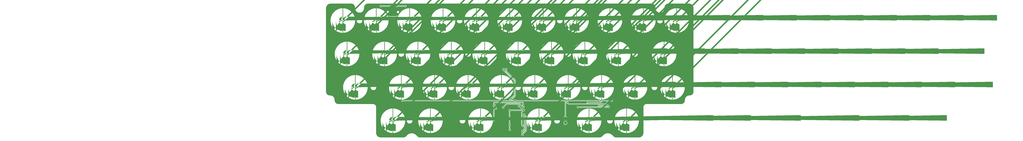
<source format=gbr>
%TF.GenerationSoftware,KiCad,Pcbnew,(7.0.0)*%
%TF.CreationDate,2023-02-19T18:21:44+01:00*%
%TF.ProjectId,travaulta,74726176-6175-46c7-9461-2e6b69636164,rev?*%
%TF.SameCoordinates,Original*%
%TF.FileFunction,Copper,L1,Top*%
%TF.FilePolarity,Positive*%
%FSLAX46Y46*%
G04 Gerber Fmt 4.6, Leading zero omitted, Abs format (unit mm)*
G04 Created by KiCad (PCBNEW (7.0.0)) date 2023-02-19 18:21:44*
%MOMM*%
%LPD*%
G01*
G04 APERTURE LIST*
G04 Aperture macros list*
%AMFreePoly0*
4,1,70,0.600000,2.214159,0.320477,2.144936,0.052085,2.040578,-0.200780,1.902795,-0.433976,1.733843,-0.643683,1.536492,-0.826466,1.313972,-0.979332,1.069928,-1.099775,0.808360,-1.185824,0.533550,-1.236068,0.250000,0.000000,0.250000,0.095671,0.230970,0.176777,0.176777,0.230970,0.095671,0.250000,0.000000,0.230970,-0.095671,0.176777,-0.176777,0.095671,-0.230970,0.000000,-0.250000,
-1.236068,-0.250000,-1.185824,-0.533550,-1.099775,-0.808360,-0.979332,-1.069928,-0.826466,-1.313972,-0.643683,-1.536492,-0.433976,-1.733843,-0.200780,-1.902795,0.052085,-2.040578,0.320477,-2.144936,0.600000,-2.214159,0.600000,-5.986652,0.115133,-5.934392,-0.363889,-5.842928,-0.833900,-5.712864,-1.291796,-5.545058,-1.734552,-5.340620,-2.159242,-5.100901,-2.563061,-4.827483,-2.943342,-4.522174,
-3.297572,-4.186989,-3.623410,-3.824144,-3.918705,-3.436035,-4.181506,-3.025227,-4.410075,-2.594434,-4.602904,-2.146500,-4.758719,-1.684386,-4.876489,-1.211145,-4.955438,-0.729902,-4.995043,-0.243838,-4.995043,0.243838,-4.955438,0.729902,-4.876489,1.211145,-4.758719,1.684386,-4.602904,2.146500,-4.410075,2.594434,-4.181506,3.025227,-3.918705,3.436035,-3.623410,3.824144,-3.297572,4.186989,
-2.943342,4.522174,-2.563061,4.827483,-2.159242,5.100901,-1.734552,5.340620,-1.291796,5.545058,-0.833900,5.712864,-0.363889,5.842928,0.115133,5.934392,0.600000,5.986652,0.600000,2.214159,0.600000,2.214159,$1*%
%AMFreePoly1*
4,1,17,0.124698,7.156366,0.180194,7.086777,0.200000,7.000000,0.200000,-7.000000,0.180194,-7.086777,0.124698,-7.156366,0.044504,-7.194986,-0.044504,-7.194986,-0.124698,-7.156366,-0.180194,-7.086777,-0.200000,-7.000000,-0.200000,7.000000,-0.180194,7.086777,-0.124698,7.156366,-0.044504,7.194986,0.044504,7.194986,0.124698,7.156366,0.124698,7.156366,$1*%
G04 Aperture macros list end*
%TA.AperFunction,SMDPad,CuDef*%
%ADD10FreePoly0,0.000000*%
%TD*%
%TA.AperFunction,SMDPad,CuDef*%
%ADD11FreePoly0,180.000000*%
%TD*%
%TA.AperFunction,SMDPad,CuDef*%
%ADD12FreePoly1,0.000000*%
%TD*%
%TA.AperFunction,SMDPad,CuDef*%
%ADD13FreePoly1,180.000000*%
%TD*%
%TA.AperFunction,ComponentPad*%
%ADD14R,1.700000X1.700000*%
%TD*%
%TA.AperFunction,ComponentPad*%
%ADD15O,1.700000X1.700000*%
%TD*%
%TA.AperFunction,ViaPad*%
%ADD16C,0.800000*%
%TD*%
%TA.AperFunction,Conductor*%
%ADD17C,0.250000*%
%TD*%
G04 APERTURE END LIST*
D10*
%TO.P,SW20,1,1*%
%TO.N,ROW1*%
X210137500Y-76200000D03*
D11*
%TO.P,SW20,2,2*%
%TO.N,COL8*%
X212137500Y-76200000D03*
D12*
%TO.P,SW20,3,SG*%
%TO.N,GND*%
X211137500Y-76200000D03*
%TD*%
D11*
%TO.P,SW27,1,1*%
%TO.N,ROW2*%
X164512500Y-95250000D03*
D10*
%TO.P,SW27,2,2*%
%TO.N,COL5*%
X162512500Y-95250000D03*
D13*
%TO.P,SW27,3,SG*%
%TO.N,GND*%
X163512500Y-95250000D03*
%TD*%
D10*
%TO.P,SW15,1,1*%
%TO.N,ROW1*%
X114887500Y-76200000D03*
D11*
%TO.P,SW15,2,2*%
%TO.N,COL3*%
X116887500Y-76200000D03*
D12*
%TO.P,SW15,3,SG*%
%TO.N,GND*%
X115887500Y-76200000D03*
%TD*%
D10*
%TO.P,SW18,1,1*%
%TO.N,ROW1*%
X172037500Y-76200000D03*
D11*
%TO.P,SW18,2,2*%
%TO.N,COL6*%
X174037500Y-76200000D03*
D12*
%TO.P,SW18,3,SG*%
%TO.N,GND*%
X173037500Y-76200000D03*
%TD*%
D10*
%TO.P,SW1,1,1*%
%TO.N,ROW0*%
X52975000Y-57150000D03*
D11*
%TO.P,SW1,2,2*%
%TO.N,COL0*%
X54975000Y-57150000D03*
D12*
%TO.P,SW1,3,SG*%
%TO.N,GND*%
X53975000Y-57150000D03*
%TD*%
D10*
%TO.P,SW9,1,1*%
%TO.N,ROW0*%
X205375000Y-57150000D03*
D11*
%TO.P,SW9,2,2*%
%TO.N,COL8*%
X207375000Y-57150000D03*
D12*
%TO.P,SW9,3,SG*%
%TO.N,GND*%
X206375000Y-57150000D03*
%TD*%
D11*
%TO.P,SW28,1,1*%
%TO.N,ROW2*%
X183562500Y-95250000D03*
D10*
%TO.P,SW28,2,2*%
%TO.N,COL6*%
X181562500Y-95250000D03*
D13*
%TO.P,SW28,3,SG*%
%TO.N,GND*%
X182562500Y-95250000D03*
%TD*%
D10*
%TO.P,SW4,1,1*%
%TO.N,ROW0*%
X110125000Y-57150000D03*
D11*
%TO.P,SW4,2,2*%
%TO.N,COL3*%
X112125000Y-57150000D03*
D12*
%TO.P,SW4,3,SG*%
%TO.N,GND*%
X111125000Y-57150000D03*
%TD*%
D10*
%TO.P,SW17,1,1*%
%TO.N,ROW1*%
X152987500Y-76200000D03*
D11*
%TO.P,SW17,2,2*%
%TO.N,COL5*%
X154987500Y-76200000D03*
D12*
%TO.P,SW17,3,SG*%
%TO.N,GND*%
X153987500Y-76200000D03*
%TD*%
D10*
%TO.P,SW12,1,1*%
%TO.N,ROW1*%
X55358000Y-76200000D03*
D11*
%TO.P,SW12,2,2*%
%TO.N,COL0*%
X57358000Y-76200000D03*
D12*
%TO.P,SW12,3,SG*%
%TO.N,GND*%
X56358000Y-76200000D03*
%TD*%
D11*
%TO.P,SW23,1,1*%
%TO.N,ROW2*%
X88312500Y-95250000D03*
D10*
%TO.P,SW23,2,2*%
%TO.N,COL1*%
X86312500Y-95250000D03*
D13*
%TO.P,SW23,3,SG*%
%TO.N,GND*%
X87312500Y-95250000D03*
%TD*%
D11*
%TO.P,SW34,1,1*%
%TO.N,ROW3*%
X133555000Y-114300000D03*
D10*
%TO.P,SW34,2,2*%
%TO.N,COL3*%
X131555000Y-114300000D03*
D13*
%TO.P,SW34,3,SG*%
%TO.N,GND*%
X132555000Y-114300000D03*
%TD*%
D10*
%TO.P,SW22,1,1*%
%TO.N,ROW2*%
X60120000Y-95250000D03*
D11*
%TO.P,SW22,2,2*%
%TO.N,COL0*%
X62120000Y-95250000D03*
D12*
%TO.P,SW22,3,SG*%
%TO.N,GND*%
X61120000Y-95250000D03*
%TD*%
D10*
%TO.P,SW16,1,1*%
%TO.N,ROW1*%
X133937500Y-76200000D03*
D11*
%TO.P,SW16,2,2*%
%TO.N,COL4*%
X135937500Y-76200000D03*
D12*
%TO.P,SW16,3,SG*%
%TO.N,GND*%
X134937500Y-76200000D03*
%TD*%
D10*
%TO.P,SW14,1,1*%
%TO.N,ROW1*%
X95837500Y-76200000D03*
D11*
%TO.P,SW14,2,2*%
%TO.N,COL2*%
X97837500Y-76200000D03*
D12*
%TO.P,SW14,3,SG*%
%TO.N,GND*%
X96837500Y-76200000D03*
%TD*%
D10*
%TO.P,SW7,1,1*%
%TO.N,ROW0*%
X167275000Y-57150000D03*
D11*
%TO.P,SW7,2,2*%
%TO.N,COL6*%
X169275000Y-57150000D03*
D12*
%TO.P,SW7,3,SG*%
%TO.N,GND*%
X168275000Y-57150000D03*
%TD*%
D11*
%TO.P,SW24,1,1*%
%TO.N,ROW2*%
X107362500Y-95250000D03*
D10*
%TO.P,SW24,2,2*%
%TO.N,COL2*%
X105362500Y-95250000D03*
D13*
%TO.P,SW24,3,SG*%
%TO.N,GND*%
X106362500Y-95250000D03*
%TD*%
D10*
%TO.P,SW11,1,1*%
%TO.N,ROW0*%
X243475000Y-57150000D03*
D11*
%TO.P,SW11,2,2*%
%TO.N,COL9*%
X245475000Y-57150000D03*
D12*
%TO.P,SW11,3,SG*%
%TO.N,GND*%
X244475000Y-57150000D03*
%TD*%
D11*
%TO.P,SW31,1,1*%
%TO.N,ROW2*%
X243095000Y-95250000D03*
D10*
%TO.P,SW31,2,2*%
%TO.N,COL9*%
X241095000Y-95250000D03*
D13*
%TO.P,SW31,3,SG*%
%TO.N,GND*%
X242095000Y-95250000D03*
%TD*%
D10*
%TO.P,SW2,1,1*%
%TO.N,ROW0*%
X72025000Y-57150000D03*
D11*
%TO.P,SW2,2,2*%
%TO.N,COL1*%
X74025000Y-57150000D03*
D12*
%TO.P,SW2,3,SG*%
%TO.N,GND*%
X73025000Y-57150000D03*
%TD*%
D10*
%TO.P,SW5,1,1*%
%TO.N,ROW0*%
X129175000Y-57150000D03*
D11*
%TO.P,SW5,2,2*%
%TO.N,COL4*%
X131175000Y-57150000D03*
D12*
%TO.P,SW5,3,SG*%
%TO.N,GND*%
X130175000Y-57150000D03*
%TD*%
D10*
%TO.P,SW8,1,1*%
%TO.N,ROW0*%
X186325000Y-57150000D03*
D11*
%TO.P,SW8,2,2*%
%TO.N,COL7*%
X188325000Y-57150000D03*
D12*
%TO.P,SW8,3,SG*%
%TO.N,GND*%
X187325000Y-57150000D03*
%TD*%
D10*
%TO.P,SW13,1,1*%
%TO.N,ROW1*%
X76787500Y-76200000D03*
D11*
%TO.P,SW13,2,2*%
%TO.N,COL1*%
X78787500Y-76200000D03*
D12*
%TO.P,SW13,3,SG*%
%TO.N,GND*%
X77787500Y-76200000D03*
%TD*%
D11*
%TO.P,SW21,1,1*%
%TO.N,ROW1*%
X238330000Y-76200000D03*
D10*
%TO.P,SW21,2,2*%
%TO.N,COL9*%
X236330000Y-76200000D03*
D13*
%TO.P,SW21,3,SG*%
%TO.N,GND*%
X237330000Y-76200000D03*
%TD*%
D11*
%TO.P,SW36,1,1*%
%TO.N,ROW3*%
X195470000Y-114300000D03*
D10*
%TO.P,SW36,2,2*%
%TO.N,COL7*%
X193470000Y-114300000D03*
D13*
%TO.P,SW36,3,SG*%
%TO.N,GND*%
X194470000Y-114300000D03*
%TD*%
D11*
%TO.P,SW35,1,1*%
%TO.N,ROW3*%
X166892000Y-114300000D03*
D10*
%TO.P,SW35,2,2*%
%TO.N,COL5*%
X164892000Y-114300000D03*
D13*
%TO.P,SW35,3,SG*%
%TO.N,GND*%
X165892000Y-114300000D03*
%TD*%
D11*
%TO.P,SW25,1,1*%
%TO.N,ROW2*%
X126412500Y-95250000D03*
D10*
%TO.P,SW25,2,2*%
%TO.N,COL3*%
X124412500Y-95250000D03*
D13*
%TO.P,SW25,3,SG*%
%TO.N,GND*%
X125412500Y-95250000D03*
%TD*%
D11*
%TO.P,SW33,1,1*%
%TO.N,ROW3*%
X104980000Y-114300000D03*
D10*
%TO.P,SW33,2,2*%
%TO.N,COL2*%
X102980000Y-114300000D03*
D13*
%TO.P,SW33,3,SG*%
%TO.N,GND*%
X103980000Y-114300000D03*
%TD*%
D11*
%TO.P,SW32,1,1*%
%TO.N,ROW3*%
X83550000Y-114300000D03*
D10*
%TO.P,SW32,2,2*%
%TO.N,COL1*%
X81550000Y-114300000D03*
D13*
%TO.P,SW32,3,SG*%
%TO.N,GND*%
X82550000Y-114300000D03*
%TD*%
D10*
%TO.P,SW3,1,1*%
%TO.N,ROW0*%
X91075000Y-57150000D03*
D11*
%TO.P,SW3,2,2*%
%TO.N,COL2*%
X93075000Y-57150000D03*
D12*
%TO.P,SW3,3,SG*%
%TO.N,GND*%
X92075000Y-57150000D03*
%TD*%
D11*
%TO.P,SW26,1,1*%
%TO.N,ROW2*%
X145462500Y-95250000D03*
D10*
%TO.P,SW26,2,2*%
%TO.N,COL4*%
X143462500Y-95250000D03*
D13*
%TO.P,SW26,3,SG*%
%TO.N,GND*%
X144462500Y-95250000D03*
%TD*%
D10*
%TO.P,SW6,1,1*%
%TO.N,ROW0*%
X148225000Y-57150000D03*
D11*
%TO.P,SW6,2,2*%
%TO.N,COL5*%
X150225000Y-57150000D03*
D12*
%TO.P,SW6,3,SG*%
%TO.N,GND*%
X149225000Y-57150000D03*
%TD*%
D11*
%TO.P,SW30,1,1*%
%TO.N,ROW2*%
X221662500Y-95250000D03*
D10*
%TO.P,SW30,2,2*%
%TO.N,COL8*%
X219662500Y-95250000D03*
D13*
%TO.P,SW30,3,SG*%
%TO.N,GND*%
X220662500Y-95250000D03*
%TD*%
D11*
%TO.P,SW29,1,1*%
%TO.N,ROW2*%
X202612500Y-95250000D03*
D10*
%TO.P,SW29,2,2*%
%TO.N,COL7*%
X200612500Y-95250000D03*
D13*
%TO.P,SW29,3,SG*%
%TO.N,GND*%
X201612500Y-95250000D03*
%TD*%
D11*
%TO.P,SW37,1,1*%
%TO.N,ROW3*%
X216900000Y-114300000D03*
D10*
%TO.P,SW37,2,2*%
%TO.N,COL8*%
X214900000Y-114300000D03*
D13*
%TO.P,SW37,3,SG*%
%TO.N,GND*%
X215900000Y-114300000D03*
%TD*%
D10*
%TO.P,SW10,1,1*%
%TO.N,ROW0*%
X224425000Y-57150000D03*
D11*
%TO.P,SW10,2,2*%
%TO.N,COL9*%
X226425000Y-57150000D03*
D12*
%TO.P,SW10,3,SG*%
%TO.N,GND*%
X225425000Y-57150000D03*
%TD*%
D10*
%TO.P,SW19,1,1*%
%TO.N,ROW1*%
X191087500Y-76200000D03*
D11*
%TO.P,SW19,2,2*%
%TO.N,COL7*%
X193087500Y-76200000D03*
D12*
%TO.P,SW19,3,SG*%
%TO.N,GND*%
X192087500Y-76200000D03*
%TD*%
D14*
%TO.P,SW38,1,A*%
%TO.N,VBAT*%
X180974999Y-113024999D03*
D15*
%TO.P,SW38,2,B*%
%TO.N,BOOT0*%
X180974999Y-115564999D03*
%TD*%
D16*
%TO.N,GND*%
X74295000Y-91313000D03*
X188214000Y-122174000D03*
X151003000Y-99314000D03*
X248920000Y-88900000D03*
X92710000Y-106934000D03*
X196342000Y-86741000D03*
X97028000Y-101346000D03*
X177165000Y-109855000D03*
X101727000Y-69469000D03*
X106807000Y-107315000D03*
X85217000Y-50546000D03*
X233934000Y-67691000D03*
X87249000Y-80010000D03*
X79375000Y-103759000D03*
X146939000Y-121666000D03*
X47117000Y-76200000D03*
X131445000Y-101854000D03*
X169545000Y-103632000D03*
X196342000Y-84709000D03*
X77430000Y-51094000D03*
X112268000Y-107315000D03*
X232156000Y-86741000D03*
X182499000Y-80010000D03*
X77343000Y-105791000D03*
X76327000Y-67818000D03*
X186055000Y-120904000D03*
X113284000Y-114300000D03*
X215773000Y-67691000D03*
X171831000Y-101981000D03*
X195072000Y-67691000D03*
X144653000Y-76200000D03*
X114681000Y-103886000D03*
X82550000Y-86741000D03*
X142113000Y-110617000D03*
X231521000Y-99314000D03*
X160909000Y-107315000D03*
X114554000Y-101727000D03*
X231902000Y-67691000D03*
X118999000Y-65786000D03*
X189357000Y-103759000D03*
X75819000Y-120777000D03*
X137668000Y-65659000D03*
X84582000Y-86741000D03*
X173101000Y-95250000D03*
X141859000Y-80010000D03*
X120904000Y-107315000D03*
X152584000Y-112903000D03*
X144460375Y-118364000D03*
X47371000Y-50800000D03*
X99695000Y-65786000D03*
X210820000Y-103251000D03*
X199263000Y-122174000D03*
X195072000Y-65659000D03*
X231902000Y-65659000D03*
X234950000Y-61087000D03*
X144653000Y-65659000D03*
X139700000Y-57150000D03*
X153035000Y-101981000D03*
X233934000Y-65659000D03*
X139954000Y-65659000D03*
X139192000Y-86741000D03*
X232156000Y-84709000D03*
X66294000Y-86868000D03*
X158750000Y-57150000D03*
X123571000Y-107315000D03*
X215900000Y-57150000D03*
X62103000Y-67691000D03*
X187325000Y-102108000D03*
X213741000Y-67691000D03*
X196850000Y-57150000D03*
X106426000Y-76200000D03*
X153289000Y-120777000D03*
X123190000Y-103886000D03*
X159004000Y-110744000D03*
X198374000Y-86741000D03*
X138303000Y-101981000D03*
X120904000Y-101727000D03*
X158623000Y-67691000D03*
X174625000Y-103632000D03*
X144653000Y-72517000D03*
X125349000Y-80010000D03*
X109855000Y-121666000D03*
X177800000Y-53213000D03*
X213741000Y-65659000D03*
X251079000Y-50800000D03*
X164592000Y-103759000D03*
X101092000Y-84709000D03*
X179197000Y-84709000D03*
X197104000Y-65659000D03*
X82550000Y-84709000D03*
X82169000Y-60960000D03*
X101092000Y-86741000D03*
X101092000Y-101600000D03*
X134874000Y-95250000D03*
X85217000Y-60960000D03*
X103124000Y-84709000D03*
X215265000Y-86741000D03*
X160909000Y-103632000D03*
X60071000Y-67691000D03*
X133985000Y-101727000D03*
X133985000Y-103886000D03*
X51435000Y-95250000D03*
X96774000Y-95250000D03*
X251206000Y-63500000D03*
X101092000Y-103886000D03*
X222758000Y-120650000D03*
X244094000Y-69723000D03*
X201041000Y-121920000D03*
X77343000Y-103759000D03*
X177165000Y-86741000D03*
X121031000Y-69469000D03*
X246761000Y-85725000D03*
X49530000Y-69850000D03*
X139065000Y-107315000D03*
X137287000Y-103886000D03*
X158496000Y-101981000D03*
X112268000Y-103886000D03*
X139954000Y-69469000D03*
X62103000Y-65659000D03*
X87249000Y-72644000D03*
X79883000Y-50546000D03*
X106299000Y-103886000D03*
X101727000Y-65786000D03*
X153924000Y-87757000D03*
X192151000Y-99314000D03*
X145415000Y-114935000D03*
X78359000Y-65786000D03*
X228473000Y-103124000D03*
X66294000Y-84836000D03*
X76327000Y-65786000D03*
X121031000Y-65786000D03*
X120142000Y-84709000D03*
X156591000Y-65659000D03*
X234950000Y-53340000D03*
X151257000Y-120777000D03*
X149098000Y-120777000D03*
X158623000Y-86741000D03*
X95377000Y-101346000D03*
X182499000Y-72390000D03*
X114681000Y-107315000D03*
X210820000Y-105664000D03*
X234188000Y-86741000D03*
X64262000Y-86868000D03*
X141224000Y-84709000D03*
X84582000Y-84709000D03*
X75819000Y-107950000D03*
X209423000Y-102870000D03*
X144399000Y-121793000D03*
X64262000Y-84836000D03*
X212979000Y-105664000D03*
X175895000Y-101981000D03*
X207391000Y-101473000D03*
X94996000Y-114300000D03*
X86741000Y-103759000D03*
X160655000Y-84709000D03*
X115824000Y-99314000D03*
X249174000Y-85725000D03*
X187325000Y-103759000D03*
X122174000Y-86741000D03*
X131445000Y-103886000D03*
X195326000Y-102108000D03*
X209804000Y-108712000D03*
X86741000Y-106299000D03*
X141859000Y-72517000D03*
X91948000Y-116459000D03*
X122174000Y-84709000D03*
X68453000Y-76200000D03*
X215773000Y-65659000D03*
X201676000Y-76200000D03*
X158623000Y-84709000D03*
X91948000Y-119761000D03*
X192024000Y-91313000D03*
X157734000Y-103759000D03*
X120650000Y-53213000D03*
X77851000Y-95250000D03*
X91948000Y-111506000D03*
X79883000Y-68707000D03*
X224282000Y-80137000D03*
X192151000Y-103759000D03*
X215265000Y-84709000D03*
X115824000Y-91313000D03*
X213106000Y-103251000D03*
X175768000Y-67691000D03*
X160655000Y-86741000D03*
X147066000Y-107315000D03*
X179197000Y-86741000D03*
X232918000Y-102743000D03*
X85725000Y-64135000D03*
X120650000Y-60960000D03*
X92710000Y-101600000D03*
X142240000Y-114935000D03*
X171831000Y-103632000D03*
X180086000Y-107442000D03*
X141224000Y-86741000D03*
X177800000Y-65659000D03*
X183388000Y-109855000D03*
X222758000Y-107823000D03*
X144653000Y-67691000D03*
X229235000Y-95250000D03*
X158623000Y-65659000D03*
X85725000Y-65786000D03*
X146685000Y-65659000D03*
X65659000Y-76200000D03*
X147896567Y-109273002D03*
X141986000Y-121793000D03*
X120904000Y-103886000D03*
X101600000Y-57150000D03*
X112522000Y-121666000D03*
X169545000Y-101981000D03*
X103124000Y-86741000D03*
X182118000Y-107442000D03*
X243967000Y-85725000D03*
X82550000Y-48260000D03*
X224282000Y-72390000D03*
X157734000Y-107315000D03*
X125349000Y-72517000D03*
X198374000Y-84709000D03*
X156591000Y-67691000D03*
X225933000Y-103124000D03*
X185166000Y-114300000D03*
X157099000Y-99314000D03*
X98425000Y-103886000D03*
X163576000Y-76200000D03*
X99949000Y-69342000D03*
X153288724Y-110807639D03*
X153924000Y-99314000D03*
X240538000Y-86741000D03*
X74295000Y-99314000D03*
X202946000Y-110490000D03*
X139319000Y-103886000D03*
X98425000Y-107315000D03*
X144653000Y-80010000D03*
X251079000Y-95123000D03*
X148209000Y-101981000D03*
X98806000Y-50800000D03*
X211201000Y-95250000D03*
X235458000Y-103251000D03*
X231521000Y-91186000D03*
X234188000Y-84709000D03*
X146685000Y-72517000D03*
X153924000Y-91313000D03*
X177165000Y-84709000D03*
X101219000Y-107315000D03*
X78359000Y-67818000D03*
X217297000Y-84709000D03*
X146685000Y-80010000D03*
X139192000Y-84709000D03*
X112268000Y-101727000D03*
X189357000Y-102108000D03*
X120142000Y-86741000D03*
X174625000Y-107315000D03*
X186817000Y-107569000D03*
X150550100Y-110815963D03*
X177800000Y-67691000D03*
X143383000Y-107315000D03*
X203962000Y-108331000D03*
X227965000Y-76200000D03*
X203835000Y-114300000D03*
X88773000Y-121920000D03*
X217297000Y-86741000D03*
X246761000Y-76200000D03*
X175768000Y-65659000D03*
X160020000Y-120396000D03*
X146685000Y-67691000D03*
X54356000Y-88900000D03*
X197104000Y-67691000D03*
X177800000Y-60960000D03*
X60071000Y-65659000D03*
X153346000Y-115062000D03*
X87574594Y-51118752D03*
X82931000Y-69723000D03*
X154940000Y-101981000D03*
X177165000Y-119126000D03*
X150425000Y-115062000D03*
%TO.N,VCC*%
X84963000Y-54991000D03*
X80264000Y-54991000D03*
%TO.N,APLEX_OUT_PIN_0*%
X156902500Y-105624500D03*
X140208000Y-105624500D03*
X200152000Y-105695500D03*
X205105000Y-105664000D03*
X140168363Y-113895367D03*
%TO.N,ROW0*%
X243459000Y-57150000D03*
X110109000Y-57150000D03*
X186309000Y-57150000D03*
X145669000Y-84875500D03*
X148209000Y-57150000D03*
X167259000Y-57150000D03*
X224409000Y-57150000D03*
X129159000Y-57150000D03*
X72009000Y-57150000D03*
X52959000Y-57150000D03*
X91059000Y-57150000D03*
X149495497Y-102108000D03*
X205359000Y-57150000D03*
%TO.N,ROW1*%
X55372000Y-76200000D03*
X191135000Y-76200000D03*
X133985000Y-76200000D03*
X147193000Y-84836000D03*
X76708000Y-76200000D03*
X153035000Y-76200000D03*
X210185000Y-76200000D03*
X171958000Y-76200000D03*
X114935000Y-76200000D03*
X150495000Y-102108000D03*
X238252000Y-76200000D03*
X95885000Y-76200000D03*
%TO.N,VBAT*%
X149155000Y-108331000D03*
X149158000Y-116524000D03*
X156556000Y-117129000D03*
X152360500Y-102870000D03*
X88011000Y-102870000D03*
X149189578Y-119489093D03*
X157291782Y-108302925D03*
X201041000Y-102870000D03*
X154432000Y-105918000D03*
%TO.N,COL0*%
X62103000Y-95250000D03*
X54991000Y-57150000D03*
X57277000Y-76200000D03*
%TO.N,COL1*%
X74041000Y-57150000D03*
X81550000Y-114300000D03*
X86233000Y-95250000D03*
X78867000Y-76200000D03*
%TO.N,COL2*%
X93075000Y-57150000D03*
X105362500Y-95250000D03*
X97790000Y-76200000D03*
X102980000Y-114300000D03*
%TO.N,COL3*%
X124412500Y-95250000D03*
X116887500Y-76200000D03*
X131555000Y-114300000D03*
X112125000Y-57150000D03*
%TO.N,COL4*%
X143462500Y-95250000D03*
X135937500Y-76200000D03*
X131175000Y-57150000D03*
%TO.N,COL5*%
X150241000Y-57150000D03*
X162512500Y-95250000D03*
X164846000Y-114300000D03*
X154940000Y-76200000D03*
%TO.N,COL6*%
X169291000Y-57150000D03*
X181991000Y-103886000D03*
X173990000Y-76200000D03*
X181562500Y-95250000D03*
X205124596Y-103594500D03*
%TO.N,COL7*%
X188325000Y-57150000D03*
X200612500Y-95250000D03*
X207391000Y-102870000D03*
X193421000Y-114300000D03*
X193675000Y-103925500D03*
X193040000Y-76200000D03*
%TO.N,COL8*%
X207391000Y-57150000D03*
X214884000Y-114300000D03*
X219662500Y-95250000D03*
X212090000Y-76200000D03*
%TO.N,COL9*%
X241095000Y-95250000D03*
X226441000Y-57150000D03*
X245491000Y-57150000D03*
X236347000Y-76200000D03*
%TO.N,ROW2*%
X164512500Y-95250000D03*
X221662500Y-95250000D03*
X126412500Y-95250000D03*
X243078000Y-95250000D03*
X202612500Y-95250000D03*
X107362500Y-95250000D03*
X145462500Y-95250000D03*
X60071000Y-95250000D03*
X88312500Y-95250000D03*
X183562500Y-95250000D03*
%TO.N,ROW3*%
X104980000Y-114300000D03*
X195453000Y-114300000D03*
X216916000Y-114300000D03*
X141224000Y-107277500D03*
X166878000Y-114300000D03*
X133555000Y-114300000D03*
X83550000Y-114300000D03*
X141224000Y-105625000D03*
%TO.N,Net-(USB1-CC1)*%
X80772000Y-48895000D03*
X75692000Y-48895000D03*
%TO.N,Net-(USB1-CC2)*%
X89662000Y-48895000D03*
X84709000Y-48895000D03*
%TO.N,AMUX_SEL_2*%
X156464000Y-122213500D03*
X157353000Y-110744000D03*
%TO.N,AMUX_SEL_1*%
X157357299Y-111755701D03*
X156468299Y-121162299D03*
%TO.N,AMUX_SEL_0*%
X157353000Y-112776000D03*
X156464000Y-120142000D03*
%TO.N,APLEX_EN_PIN_1*%
X205729384Y-106444481D03*
X188087000Y-106564180D03*
X156939065Y-106623334D03*
X145415000Y-106680000D03*
%TD*%
D17*
%TO.N,VCC*%
X80264000Y-54991000D02*
X84963000Y-54991000D01*
%TO.N,APLEX_OUT_PIN_0*%
X140168363Y-104092137D02*
X140335000Y-103925500D01*
X140335000Y-103925500D02*
X156745500Y-103925500D01*
X200152000Y-105695500D02*
X205073500Y-105695500D01*
X156745500Y-103925500D02*
X156902500Y-104082500D01*
X140168363Y-113895367D02*
X140168363Y-104092137D01*
X205073500Y-105695500D02*
X205105000Y-105664000D01*
X156902500Y-104082500D02*
X156902500Y-105624500D01*
%TO.N,ROW0*%
X145669000Y-85479805D02*
X151812500Y-91623305D01*
X151812500Y-91623305D02*
X151812500Y-99765195D01*
X151812500Y-99765195D02*
X149495497Y-102082198D01*
X145669000Y-84875500D02*
X145669000Y-85479805D01*
X149495497Y-102082198D02*
X149495497Y-102108000D01*
%TO.N,ROW1*%
X147193000Y-84836000D02*
X147193000Y-85978500D01*
X147193000Y-85978500D02*
X152262500Y-91048000D01*
X152262500Y-100340500D02*
X150495000Y-102108000D01*
X152262500Y-91048000D02*
X152262500Y-100340500D01*
%TO.N,VBAT*%
X149155000Y-108331000D02*
X149155000Y-115889000D01*
X157263707Y-108331000D02*
X157291782Y-108302925D01*
X149158000Y-116524000D02*
X149158000Y-115892000D01*
X157291782Y-108302925D02*
X156083000Y-109511707D01*
X88011000Y-102870000D02*
X201041000Y-102870000D01*
X156816925Y-108302925D02*
X154432000Y-105918000D01*
X157291782Y-108302925D02*
X156816925Y-108302925D01*
X149155000Y-115889000D02*
X149155000Y-119454515D01*
X149155000Y-119454515D02*
X149189578Y-119489093D01*
X156083000Y-116656000D02*
X156556000Y-117129000D01*
X156083000Y-109511707D02*
X156083000Y-116656000D01*
X180975000Y-102870000D02*
X180975000Y-113025000D01*
X149155000Y-108331000D02*
X157263707Y-108331000D01*
X149158000Y-115892000D02*
X149155000Y-115889000D01*
%TO.N,COL6*%
X182943500Y-104838500D02*
X181991000Y-103886000D01*
X203880596Y-104838500D02*
X182943500Y-104838500D01*
X205124596Y-103594500D02*
X203880596Y-104838500D01*
%TO.N,COL7*%
X201168000Y-103886000D02*
X193714500Y-103886000D01*
X207391000Y-102870000D02*
X202184000Y-102870000D01*
X193714500Y-103886000D02*
X193675000Y-103925500D01*
X202184000Y-102870000D02*
X201168000Y-103886000D01*
%TO.N,ROW3*%
X141224000Y-107277500D02*
X141224000Y-105625000D01*
%TO.N,Net-(USB1-CC1)*%
X80772000Y-48895000D02*
X75692000Y-48895000D01*
%TO.N,Net-(USB1-CC2)*%
X84709000Y-48895000D02*
X89662000Y-48895000D01*
%TO.N,AMUX_SEL_2*%
X156464000Y-122213500D02*
X158579250Y-120098250D01*
X157353000Y-110744000D02*
X157370903Y-110744000D01*
X158579250Y-111952347D02*
X158579250Y-120098250D01*
X157370903Y-110744000D02*
X158579250Y-111952347D01*
%TO.N,AMUX_SEL_1*%
X156468299Y-121162299D02*
X158078000Y-119552598D01*
X158078000Y-112476402D02*
X158078000Y-119552598D01*
X157357299Y-111755701D02*
X158078000Y-112476402D01*
%TO.N,AMUX_SEL_0*%
X157353000Y-112776000D02*
X157628000Y-113051000D01*
X157628000Y-118978000D02*
X156464000Y-120142000D01*
X157628000Y-113051000D02*
X157628000Y-118978000D01*
%TO.N,APLEX_EN_PIN_1*%
X156939065Y-106623334D02*
X156876029Y-106623334D01*
X147320000Y-104775000D02*
X155027696Y-104775000D01*
X155027696Y-104775000D02*
X156876029Y-106623334D01*
X147320000Y-104775000D02*
X145415000Y-106680000D01*
X205609685Y-106564180D02*
X188087000Y-106564180D01*
X205729384Y-106444481D02*
X205609685Y-106564180D01*
%TD*%
%TA.AperFunction,Conductor*%
%TO.N,GND*%
G36*
X230200348Y-47475520D02*
G01*
X230298956Y-47481485D01*
X230298956Y-47481499D01*
X230299009Y-47481488D01*
X230471593Y-47492799D01*
X230472909Y-47492963D01*
X230599140Y-47516096D01*
X230599298Y-47516126D01*
X230743441Y-47544797D01*
X230744618Y-47545097D01*
X230872041Y-47584803D01*
X230872119Y-47584829D01*
X231006581Y-47630473D01*
X231007622Y-47630883D01*
X231131044Y-47686431D01*
X231131417Y-47686607D01*
X231138829Y-47690262D01*
X231256886Y-47748482D01*
X231257750Y-47748954D01*
X231323021Y-47788412D01*
X231374440Y-47819496D01*
X231374887Y-47819781D01*
X231490392Y-47896959D01*
X231491108Y-47897477D01*
X231598807Y-47981853D01*
X231599305Y-47982266D01*
X231703474Y-48073620D01*
X231704033Y-48074144D01*
X231800854Y-48170965D01*
X231801378Y-48171524D01*
X231892740Y-48275703D01*
X231893153Y-48276201D01*
X231977513Y-48383879D01*
X231978031Y-48384595D01*
X232055225Y-48500123D01*
X232055510Y-48500570D01*
X232126040Y-48617239D01*
X232126520Y-48618117D01*
X232188395Y-48743588D01*
X232188571Y-48743961D01*
X232244115Y-48867376D01*
X232244525Y-48868417D01*
X232290145Y-49002808D01*
X232290236Y-49003088D01*
X232329896Y-49130363D01*
X232330201Y-49131561D01*
X232358877Y-49275723D01*
X232358910Y-49275897D01*
X232382033Y-49402076D01*
X232382200Y-49403420D01*
X232393519Y-49576116D01*
X232393520Y-49576176D01*
X232393523Y-49576176D01*
X232399479Y-49674636D01*
X232399500Y-49675342D01*
X232399500Y-50074998D01*
X232399499Y-50075000D01*
X232399499Y-50229277D01*
X232399540Y-50229618D01*
X232399541Y-50229627D01*
X232436648Y-50535232D01*
X232436649Y-50535242D01*
X232436691Y-50535581D01*
X232436774Y-50535918D01*
X232436775Y-50535923D01*
X232482446Y-50721216D01*
X232510533Y-50835169D01*
X232510654Y-50835488D01*
X232510656Y-50835494D01*
X232619821Y-51123340D01*
X232619947Y-51123672D01*
X232620107Y-51123977D01*
X232620108Y-51123979D01*
X232638159Y-51158373D01*
X232763339Y-51396883D01*
X232850579Y-51523271D01*
X232938406Y-51650511D01*
X232938618Y-51650817D01*
X232938849Y-51651077D01*
X232938850Y-51651079D01*
X233143001Y-51881518D01*
X233143227Y-51881773D01*
X233374183Y-52086382D01*
X233628118Y-52261661D01*
X233901329Y-52405053D01*
X234189832Y-52514468D01*
X234489419Y-52588309D01*
X234795724Y-52625501D01*
X235103921Y-52625501D01*
X235104277Y-52625501D01*
X235410582Y-52588309D01*
X235710169Y-52514467D01*
X235998672Y-52405052D01*
X236271883Y-52261660D01*
X236525818Y-52086382D01*
X236756774Y-51881773D01*
X236961383Y-51650817D01*
X237136661Y-51396882D01*
X237280053Y-51123671D01*
X237389468Y-50835168D01*
X237463309Y-50535580D01*
X237500501Y-50229276D01*
X237500501Y-50074999D01*
X237500501Y-50074499D01*
X237500501Y-49675359D01*
X237500522Y-49674653D01*
X237502904Y-49635268D01*
X237506487Y-49576047D01*
X237506498Y-49576047D01*
X237506490Y-49575994D01*
X237517802Y-49403400D01*
X237517964Y-49402097D01*
X237541123Y-49275723D01*
X237569801Y-49131549D01*
X237570100Y-49130376D01*
X237609802Y-49002969D01*
X237609826Y-49002897D01*
X237655482Y-48868398D01*
X237655876Y-48867398D01*
X237711451Y-48743915D01*
X237711588Y-48743624D01*
X237773494Y-48618091D01*
X237773940Y-48617275D01*
X237844526Y-48500513D01*
X237844754Y-48500155D01*
X237921975Y-48384585D01*
X237922461Y-48383913D01*
X238006877Y-48276164D01*
X238007239Y-48275728D01*
X238098654Y-48171489D01*
X238099118Y-48170994D01*
X238195994Y-48074119D01*
X238196489Y-48073654D01*
X238300728Y-47982239D01*
X238301164Y-47981877D01*
X238408913Y-47897461D01*
X238409585Y-47896975D01*
X238525155Y-47819754D01*
X238525513Y-47819526D01*
X238642275Y-47748940D01*
X238643091Y-47748494D01*
X238768624Y-47686588D01*
X238768915Y-47686451D01*
X238892398Y-47630876D01*
X238893398Y-47630482D01*
X239027897Y-47584826D01*
X239027969Y-47584802D01*
X239155376Y-47545100D01*
X239156549Y-47544801D01*
X239300756Y-47516116D01*
X239427097Y-47492964D01*
X239428400Y-47492802D01*
X239600994Y-47481490D01*
X239601047Y-47481498D01*
X239601047Y-47481487D01*
X239601077Y-47481484D01*
X239699652Y-47475522D01*
X239700359Y-47475501D01*
X239700500Y-47475501D01*
X251474663Y-47475499D01*
X251475319Y-47475517D01*
X251477479Y-47475638D01*
X251590607Y-47481991D01*
X251772396Y-47492988D01*
X251773597Y-47493126D01*
X251914616Y-47517086D01*
X252070557Y-47545663D01*
X252071665Y-47545923D01*
X252213531Y-47586794D01*
X252213580Y-47586809D01*
X252360589Y-47632619D01*
X252361550Y-47632968D01*
X252499559Y-47690133D01*
X252499838Y-47690253D01*
X252629201Y-47748474D01*
X252638486Y-47752653D01*
X252639343Y-47753082D01*
X252770940Y-47825813D01*
X252771211Y-47825969D01*
X252888642Y-47896959D01*
X252900569Y-47904169D01*
X252901286Y-47904640D01*
X253024248Y-47991886D01*
X253024694Y-47992218D01*
X253143269Y-48085116D01*
X253143849Y-48085602D01*
X253256448Y-48186226D01*
X253256925Y-48186677D01*
X253363320Y-48293072D01*
X253363771Y-48293549D01*
X253464397Y-48406150D01*
X253464883Y-48406730D01*
X253511514Y-48466249D01*
X253557787Y-48525312D01*
X253558091Y-48525720D01*
X253623031Y-48617244D01*
X253645363Y-48648718D01*
X253645834Y-48649435D01*
X253723990Y-48778722D01*
X253724217Y-48779116D01*
X253796918Y-48910661D01*
X253797347Y-48911518D01*
X253859730Y-49050124D01*
X253859870Y-49050449D01*
X253917024Y-49188432D01*
X253917385Y-49189428D01*
X253963159Y-49336319D01*
X253963232Y-49336561D01*
X254004072Y-49478322D01*
X254004337Y-49479452D01*
X254032891Y-49635268D01*
X254032839Y-49635277D01*
X254032919Y-49635417D01*
X254056869Y-49776374D01*
X254057013Y-49777628D01*
X254068025Y-49959690D01*
X254068028Y-49959740D01*
X254074482Y-50074661D01*
X254074500Y-50075317D01*
X254074500Y-97683641D01*
X254074479Y-97684347D01*
X254068518Y-97782897D01*
X254068514Y-97782956D01*
X254057199Y-97955578D01*
X254057032Y-97956922D01*
X254033909Y-98083101D01*
X254033876Y-98083275D01*
X254005201Y-98227437D01*
X254004896Y-98228635D01*
X253965233Y-98355917D01*
X253965142Y-98356197D01*
X253919525Y-98490577D01*
X253919115Y-98491618D01*
X253863568Y-98615040D01*
X253863392Y-98615413D01*
X253801519Y-98740880D01*
X253801039Y-98741758D01*
X253730505Y-98858434D01*
X253730220Y-98858881D01*
X253653035Y-98974396D01*
X253652517Y-98975112D01*
X253568144Y-99082806D01*
X253567731Y-99083304D01*
X253476384Y-99187466D01*
X253475860Y-99188025D01*
X253379025Y-99284860D01*
X253378466Y-99285384D01*
X253274304Y-99376731D01*
X253273806Y-99377144D01*
X253166112Y-99461517D01*
X253165396Y-99462035D01*
X253049881Y-99539220D01*
X253049434Y-99539505D01*
X252932758Y-99610039D01*
X252931880Y-99610519D01*
X252806413Y-99672392D01*
X252806040Y-99672568D01*
X252682618Y-99728115D01*
X252681577Y-99728525D01*
X252547197Y-99774142D01*
X252546917Y-99774233D01*
X252419635Y-99813896D01*
X252418437Y-99814201D01*
X252274275Y-99842876D01*
X252274101Y-99842909D01*
X252147922Y-99866032D01*
X252146578Y-99866199D01*
X251974015Y-99877510D01*
X251973956Y-99877514D01*
X251875347Y-99883479D01*
X251874641Y-99883500D01*
X251734438Y-99883500D01*
X251734375Y-99883487D01*
X251734375Y-99883474D01*
X251734310Y-99883473D01*
X251734306Y-99883473D01*
X251591462Y-99883470D01*
X251591140Y-99883470D01*
X251590826Y-99883505D01*
X251590814Y-99883506D01*
X251306806Y-99915499D01*
X251306803Y-99915499D01*
X251306470Y-99915537D01*
X251306164Y-99915606D01*
X251306145Y-99915610D01*
X251027500Y-99979204D01*
X251027496Y-99979204D01*
X251027181Y-99979277D01*
X251026874Y-99979384D01*
X251026865Y-99979387D01*
X250757094Y-100073779D01*
X250757080Y-100073784D01*
X250756785Y-100073888D01*
X250756497Y-100074026D01*
X250756489Y-100074030D01*
X250498979Y-100198038D01*
X250498972Y-100198041D01*
X250498683Y-100198181D01*
X250498429Y-100198340D01*
X250498410Y-100198351D01*
X250256397Y-100350417D01*
X250256389Y-100350421D01*
X250256121Y-100350591D01*
X250255864Y-100350795D01*
X250255861Y-100350798D01*
X250092566Y-100481022D01*
X250032150Y-100529202D01*
X250031926Y-100529425D01*
X250031917Y-100529434D01*
X249829818Y-100731535D01*
X249829809Y-100731544D01*
X249829586Y-100731768D01*
X249829388Y-100732015D01*
X249829381Y-100732024D01*
X249681911Y-100916950D01*
X249650977Y-100955741D01*
X249650808Y-100956009D01*
X249650803Y-100956017D01*
X249498739Y-101198031D01*
X249498728Y-101198050D01*
X249498569Y-101198304D01*
X249498429Y-101198593D01*
X249498426Y-101198600D01*
X249374421Y-101456111D01*
X249374414Y-101456126D01*
X249374279Y-101456408D01*
X249374175Y-101456704D01*
X249374173Y-101456710D01*
X249279775Y-101726505D01*
X249279774Y-101726510D01*
X249279671Y-101726804D01*
X249279601Y-101727109D01*
X249279600Y-101727114D01*
X249216006Y-102005769D01*
X249216002Y-102005788D01*
X249215933Y-102006094D01*
X249215895Y-102006427D01*
X249215895Y-102006430D01*
X249183904Y-102290438D01*
X249183904Y-102290440D01*
X249183868Y-102290764D01*
X249183868Y-102291086D01*
X249183868Y-102291087D01*
X249183874Y-102433999D01*
X249183874Y-102574639D01*
X249183853Y-102575346D01*
X249177888Y-102673886D01*
X249177884Y-102673945D01*
X249166562Y-102846574D01*
X249166395Y-102847918D01*
X249143267Y-102974091D01*
X249143234Y-102974264D01*
X249114555Y-103118423D01*
X249114250Y-103119621D01*
X249074590Y-103246880D01*
X249074499Y-103247160D01*
X249028869Y-103381568D01*
X249028459Y-103382609D01*
X248972918Y-103506010D01*
X248972742Y-103506383D01*
X248910864Y-103631850D01*
X248910384Y-103632728D01*
X248839851Y-103749401D01*
X248839566Y-103749848D01*
X248762377Y-103865366D01*
X248761859Y-103866082D01*
X248677478Y-103973783D01*
X248677064Y-103974281D01*
X248585738Y-104078417D01*
X248585215Y-104078976D01*
X248488366Y-104175824D01*
X248487807Y-104176348D01*
X248383657Y-104267684D01*
X248383159Y-104268097D01*
X248275454Y-104352478D01*
X248274738Y-104352996D01*
X248159237Y-104430173D01*
X248158790Y-104430458D01*
X248042108Y-104500995D01*
X248041230Y-104501475D01*
X247915767Y-104563349D01*
X247915394Y-104563525D01*
X247791982Y-104619070D01*
X247790941Y-104619480D01*
X247656539Y-104665106D01*
X247656259Y-104665197D01*
X247529001Y-104704855D01*
X247527803Y-104705160D01*
X247383618Y-104733843D01*
X247383444Y-104733876D01*
X247257285Y-104757000D01*
X247255943Y-104757167D01*
X247086426Y-104768297D01*
X247086366Y-104768301D01*
X246984375Y-104774474D01*
X246984367Y-104774352D01*
X246983661Y-104774498D01*
X227299904Y-104774498D01*
X227299896Y-104774500D01*
X227181988Y-104774500D01*
X227181623Y-104774548D01*
X227181608Y-104774549D01*
X226948372Y-104805256D01*
X226948356Y-104805259D01*
X226947985Y-104805308D01*
X226947605Y-104805409D01*
X226947604Y-104805410D01*
X226720386Y-104866293D01*
X226720383Y-104866293D01*
X226720006Y-104866395D01*
X226719643Y-104866545D01*
X226719641Y-104866546D01*
X226502313Y-104956565D01*
X226502304Y-104956569D01*
X226501950Y-104956716D01*
X226501619Y-104956906D01*
X226501609Y-104956912D01*
X226297881Y-105074535D01*
X226297877Y-105074537D01*
X226297549Y-105074727D01*
X226297254Y-105074953D01*
X226297247Y-105074958D01*
X226110602Y-105218175D01*
X226110590Y-105218185D01*
X226110300Y-105218408D01*
X226110036Y-105218671D01*
X226110028Y-105218679D01*
X225943679Y-105385029D01*
X225943671Y-105385037D01*
X225943408Y-105385301D01*
X225943185Y-105385591D01*
X225943175Y-105385603D01*
X225799958Y-105572248D01*
X225799953Y-105572255D01*
X225799727Y-105572550D01*
X225799537Y-105572878D01*
X225799535Y-105572882D01*
X225681912Y-105776610D01*
X225681906Y-105776620D01*
X225681716Y-105776951D01*
X225681569Y-105777305D01*
X225681565Y-105777314D01*
X225591545Y-105994642D01*
X225591394Y-105995007D01*
X225591292Y-105995384D01*
X225591292Y-105995387D01*
X225530409Y-106222604D01*
X225530307Y-106222986D01*
X225530258Y-106223357D01*
X225530255Y-106223373D01*
X225499549Y-106456609D01*
X225499548Y-106456624D01*
X225499500Y-106456989D01*
X225499500Y-106457372D01*
X225499500Y-121224663D01*
X225499482Y-121225319D01*
X225493019Y-121340400D01*
X225493016Y-121340450D01*
X225482012Y-121522369D01*
X225481868Y-121523623D01*
X225457921Y-121664556D01*
X225457894Y-121664705D01*
X225429336Y-121820543D01*
X225429071Y-121821673D01*
X225388224Y-121963458D01*
X225388151Y-121963700D01*
X225342387Y-122110562D01*
X225342026Y-122111558D01*
X225284865Y-122249559D01*
X225284725Y-122249884D01*
X225222350Y-122388474D01*
X225221921Y-122389332D01*
X225149213Y-122520886D01*
X225148986Y-122521279D01*
X225070829Y-122650568D01*
X225070358Y-122651285D01*
X224983106Y-122774255D01*
X224982774Y-122774701D01*
X224889886Y-122893263D01*
X224889400Y-122893843D01*
X224788769Y-123006450D01*
X224788318Y-123006927D01*
X224681925Y-123113320D01*
X224681448Y-123113771D01*
X224568848Y-123214397D01*
X224568268Y-123214883D01*
X224449703Y-123307773D01*
X224449257Y-123308105D01*
X224326278Y-123395363D01*
X224325561Y-123395834D01*
X224196299Y-123473975D01*
X224195906Y-123474202D01*
X224064325Y-123546925D01*
X224063467Y-123547354D01*
X223924884Y-123609724D01*
X223924559Y-123609864D01*
X223786566Y-123667023D01*
X223785570Y-123667384D01*
X223638685Y-123713156D01*
X223638443Y-123713229D01*
X223496674Y-123754071D01*
X223495544Y-123754336D01*
X223339706Y-123782894D01*
X223339557Y-123782921D01*
X223198624Y-123806868D01*
X223197370Y-123807012D01*
X223015501Y-123818013D01*
X223015451Y-123818016D01*
X222900320Y-123824482D01*
X222899664Y-123824500D01*
X209934709Y-123824500D01*
X209934042Y-123824481D01*
X209873331Y-123821014D01*
X209873236Y-123821008D01*
X209669958Y-123807738D01*
X209668726Y-123807592D01*
X209557815Y-123788412D01*
X209557534Y-123788360D01*
X209404662Y-123758052D01*
X209403643Y-123757802D01*
X209287277Y-123723654D01*
X209286833Y-123723513D01*
X209218161Y-123700280D01*
X209147081Y-123676231D01*
X209146278Y-123675926D01*
X209032084Y-123627690D01*
X209031477Y-123627413D01*
X208900756Y-123563172D01*
X208900165Y-123562860D01*
X208792226Y-123501931D01*
X208791494Y-123501482D01*
X208668671Y-123419725D01*
X208668279Y-123419452D01*
X208653195Y-123408498D01*
X208570162Y-123348199D01*
X208569352Y-123347554D01*
X208451954Y-123245037D01*
X208451741Y-123244846D01*
X208419078Y-123214883D01*
X208368785Y-123168748D01*
X208367921Y-123167867D01*
X208234292Y-123016272D01*
X208234229Y-123016199D01*
X208225777Y-123006450D01*
X208193127Y-122968791D01*
X208192718Y-122968291D01*
X208081590Y-122824218D01*
X208081413Y-122823988D01*
X207831191Y-122557231D01*
X207556512Y-122315730D01*
X207556295Y-122315573D01*
X207556287Y-122315567D01*
X207260153Y-122101890D01*
X207260146Y-122101885D01*
X207259914Y-122101718D01*
X207259660Y-122101569D01*
X207259653Y-122101565D01*
X206944398Y-121917323D01*
X206944392Y-121917319D01*
X206944139Y-121917172D01*
X206931587Y-121911374D01*
X206612347Y-121763909D01*
X206612342Y-121763907D01*
X206612104Y-121763797D01*
X206555653Y-121744046D01*
X206267132Y-121643098D01*
X206267116Y-121643093D01*
X206266878Y-121643010D01*
X206053007Y-121590581D01*
X205911910Y-121555992D01*
X205911905Y-121555991D01*
X205911648Y-121555928D01*
X205911386Y-121555890D01*
X205911371Y-121555887D01*
X205549987Y-121503396D01*
X205549969Y-121503394D01*
X205549699Y-121503355D01*
X205549426Y-121503341D01*
X205549407Y-121503340D01*
X205184666Y-121485790D01*
X205184375Y-121485776D01*
X205184084Y-121485790D01*
X204819341Y-121503340D01*
X204819320Y-121503341D01*
X204819050Y-121503355D01*
X204818781Y-121503394D01*
X204818761Y-121503396D01*
X204457377Y-121555887D01*
X204457358Y-121555890D01*
X204457101Y-121555928D01*
X204456847Y-121555990D01*
X204456838Y-121555992D01*
X204102132Y-121642946D01*
X204102126Y-121642947D01*
X204101872Y-121643010D01*
X204101639Y-121643091D01*
X204101617Y-121643098D01*
X203756896Y-121763709D01*
X203756892Y-121763710D01*
X203756645Y-121763797D01*
X203756413Y-121763904D01*
X203756401Y-121763909D01*
X203424875Y-121917049D01*
X203424865Y-121917054D01*
X203424610Y-121917172D01*
X203424365Y-121917315D01*
X203424350Y-121917323D01*
X203109095Y-122101565D01*
X203109078Y-122101575D01*
X203108835Y-122101718D01*
X203108611Y-122101879D01*
X203108595Y-122101890D01*
X202812462Y-122315567D01*
X202812444Y-122315581D01*
X202812238Y-122315730D01*
X202812038Y-122315905D01*
X202812029Y-122315913D01*
X202537771Y-122557044D01*
X202537764Y-122557050D01*
X202537559Y-122557231D01*
X202537372Y-122557429D01*
X202537362Y-122557440D01*
X202287538Y-122823773D01*
X202287531Y-122823780D01*
X202287336Y-122823989D01*
X202287164Y-122824211D01*
X202287158Y-122824219D01*
X202175861Y-122968511D01*
X202175437Y-122969030D01*
X202135571Y-123015006D01*
X202135508Y-123015078D01*
X202000817Y-123167878D01*
X201999949Y-123168763D01*
X201916987Y-123244859D01*
X201916773Y-123245050D01*
X201799405Y-123347534D01*
X201798585Y-123348188D01*
X201700455Y-123419446D01*
X201700063Y-123419719D01*
X201577249Y-123501468D01*
X201576517Y-123501917D01*
X201468579Y-123562843D01*
X201467988Y-123563155D01*
X201337258Y-123627401D01*
X201336651Y-123627678D01*
X201222465Y-123675911D01*
X201221662Y-123676216D01*
X201081899Y-123723506D01*
X201081444Y-123723649D01*
X200965112Y-123757792D01*
X200964093Y-123758043D01*
X200811223Y-123788356D01*
X200810941Y-123788408D01*
X200700025Y-123807594D01*
X200698793Y-123807740D01*
X200493883Y-123821114D01*
X200493789Y-123821120D01*
X200435007Y-123824481D01*
X200434339Y-123824500D01*
X98015961Y-123824500D01*
X98015293Y-123824481D01*
X97954584Y-123821011D01*
X97954489Y-123821005D01*
X97751206Y-123807723D01*
X97749975Y-123807577D01*
X97639080Y-123788395D01*
X97638798Y-123788343D01*
X97485918Y-123758030D01*
X97484899Y-123757780D01*
X97368533Y-123723629D01*
X97368078Y-123723485D01*
X97228329Y-123676201D01*
X97227526Y-123675896D01*
X97113353Y-123627670D01*
X97112746Y-123627393D01*
X96982008Y-123563147D01*
X96981417Y-123562835D01*
X96947241Y-123543545D01*
X96873471Y-123501908D01*
X96872755Y-123501468D01*
X96767864Y-123431652D01*
X96749913Y-123419704D01*
X96749521Y-123419431D01*
X96651417Y-123348195D01*
X96650597Y-123347541D01*
X96605050Y-123307773D01*
X96533161Y-123245005D01*
X96533009Y-123244869D01*
X96488240Y-123203807D01*
X96450045Y-123168774D01*
X96449177Y-123167888D01*
X96315539Y-123016272D01*
X96313123Y-123013530D01*
X96274768Y-122969300D01*
X96274550Y-122969040D01*
X96274537Y-122969024D01*
X96274354Y-122968792D01*
X96268008Y-122960565D01*
X96162663Y-122823989D01*
X95912440Y-122557231D01*
X95637761Y-122315731D01*
X95637544Y-122315574D01*
X95637536Y-122315568D01*
X95496081Y-122213500D01*
X155858318Y-122213500D01*
X155858418Y-122214260D01*
X155878855Y-122369499D01*
X155878856Y-122369503D01*
X155878956Y-122370262D01*
X155879249Y-122370969D01*
X155879250Y-122370973D01*
X155939167Y-122515625D01*
X155939464Y-122516341D01*
X156035718Y-122641782D01*
X156161159Y-122738036D01*
X156307238Y-122798544D01*
X156464000Y-122819182D01*
X156620762Y-122798544D01*
X156766841Y-122738036D01*
X156892282Y-122641782D01*
X156988536Y-122516341D01*
X157049044Y-122370262D01*
X157069682Y-122213500D01*
X157056260Y-122111558D01*
X157053524Y-122090773D01*
X157054045Y-122085485D01*
X157056849Y-122080975D01*
X158799017Y-120338808D01*
X158799747Y-120338139D01*
X158832444Y-120310705D01*
X158853792Y-120273726D01*
X158854317Y-120272903D01*
X158878804Y-120237934D01*
X158882169Y-120225369D01*
X158883335Y-120222556D01*
X158889838Y-120211295D01*
X158897250Y-120169254D01*
X158897462Y-120168296D01*
X158908513Y-120127057D01*
X158904795Y-120084558D01*
X158904750Y-120083538D01*
X158904750Y-115015144D01*
X158907953Y-115007101D01*
X158915807Y-115003462D01*
X158924014Y-115006217D01*
X158928079Y-115013860D01*
X158953448Y-115243659D01*
X158962241Y-115323298D01*
X158962280Y-115323513D01*
X158962281Y-115323514D01*
X159055758Y-115827873D01*
X159055763Y-115827896D01*
X159055796Y-115828073D01*
X159055846Y-115828263D01*
X159055847Y-115828268D01*
X159186014Y-116324437D01*
X159186019Y-116324455D01*
X159186068Y-116324640D01*
X159186134Y-116324835D01*
X159186136Y-116324839D01*
X159352289Y-116810133D01*
X159352293Y-116810145D01*
X159352358Y-116810333D01*
X159352437Y-116810518D01*
X159352440Y-116810526D01*
X159553689Y-117282350D01*
X159553696Y-117282364D01*
X159553772Y-117282543D01*
X159553867Y-117282727D01*
X159787138Y-117734682D01*
X159789230Y-117738734D01*
X160057466Y-118176455D01*
X160057595Y-118176635D01*
X160057598Y-118176639D01*
X160356907Y-118593173D01*
X160356913Y-118593181D01*
X160357039Y-118593356D01*
X160686341Y-118987196D01*
X161043603Y-119355862D01*
X161116936Y-119421199D01*
X161426746Y-119697230D01*
X161426754Y-119697236D01*
X161426906Y-119697372D01*
X161834190Y-120009893D01*
X162263270Y-120291745D01*
X162711840Y-120541416D01*
X163177490Y-120757564D01*
X163657720Y-120939028D01*
X164149951Y-121084833D01*
X164651538Y-121194197D01*
X165159788Y-121266531D01*
X165671971Y-121301449D01*
X166185335Y-121298761D01*
X166697124Y-121258482D01*
X167204588Y-121180829D01*
X167705003Y-121066219D01*
X168195680Y-120915267D01*
X168673983Y-120728784D01*
X169137345Y-120507772D01*
X169583275Y-120253418D01*
X170009380Y-119967087D01*
X170413370Y-119650319D01*
X170793075Y-119304813D01*
X171146457Y-118932427D01*
X171471616Y-118535159D01*
X171766808Y-118115145D01*
X172030445Y-117674639D01*
X172261113Y-117216007D01*
X172457571Y-116741714D01*
X172618766Y-116254306D01*
X172743831Y-115756402D01*
X172832095Y-115250675D01*
X172883082Y-114739842D01*
X172894600Y-114300000D01*
X174607051Y-114300000D01*
X174607087Y-114300457D01*
X174625124Y-114529643D01*
X174626817Y-114551148D01*
X174626922Y-114551588D01*
X174626923Y-114551590D01*
X174659507Y-114687315D01*
X174685627Y-114796111D01*
X174685801Y-114796531D01*
X174685803Y-114796537D01*
X174781856Y-115028431D01*
X174781859Y-115028438D01*
X174782034Y-115028859D01*
X174782272Y-115029248D01*
X174782274Y-115029251D01*
X174863379Y-115161602D01*
X174913664Y-115243659D01*
X174913951Y-115243995D01*
X174913954Y-115243999D01*
X175011756Y-115358510D01*
X175077276Y-115435224D01*
X175268841Y-115598836D01*
X175483641Y-115730466D01*
X175484066Y-115730642D01*
X175484068Y-115730643D01*
X175579952Y-115770359D01*
X175716389Y-115826873D01*
X175961352Y-115885683D01*
X176149618Y-115900500D01*
X176275154Y-115900500D01*
X176275382Y-115900500D01*
X176463648Y-115885683D01*
X176708611Y-115826873D01*
X176941359Y-115730466D01*
X177156159Y-115598836D01*
X177195776Y-115565000D01*
X179919417Y-115565000D01*
X179919473Y-115565569D01*
X179938268Y-115756402D01*
X179939700Y-115770934D01*
X179939867Y-115771485D01*
X179939868Y-115771489D01*
X179967686Y-115863193D01*
X179999768Y-115968954D01*
X180000041Y-115969465D01*
X180000042Y-115969467D01*
X180067274Y-116095249D01*
X180097315Y-116151450D01*
X180097679Y-116151893D01*
X180097682Y-116151898D01*
X180181726Y-116254306D01*
X180228590Y-116311410D01*
X180229036Y-116311776D01*
X180388101Y-116442317D01*
X180388104Y-116442319D01*
X180388550Y-116442685D01*
X180571046Y-116540232D01*
X180769066Y-116600300D01*
X180975000Y-116620583D01*
X181180934Y-116600300D01*
X181378954Y-116540232D01*
X181561450Y-116442685D01*
X181721410Y-116311410D01*
X181852685Y-116151450D01*
X181950232Y-115968954D01*
X182010300Y-115770934D01*
X182030583Y-115565000D01*
X182010300Y-115359066D01*
X181950232Y-115161046D01*
X181852685Y-114978550D01*
X181721410Y-114818590D01*
X181714889Y-114813238D01*
X181561898Y-114687682D01*
X181561893Y-114687679D01*
X181561450Y-114687315D01*
X181560940Y-114687042D01*
X181560938Y-114687041D01*
X181379467Y-114590042D01*
X181379465Y-114590041D01*
X181378954Y-114589768D01*
X181253097Y-114551590D01*
X181181489Y-114529868D01*
X181181485Y-114529867D01*
X181180934Y-114529700D01*
X181180362Y-114529643D01*
X181180359Y-114529643D01*
X180975569Y-114509473D01*
X180975000Y-114509417D01*
X180974431Y-114509473D01*
X180769640Y-114529643D01*
X180769635Y-114529643D01*
X180769066Y-114529700D01*
X180768516Y-114529866D01*
X180768510Y-114529868D01*
X180571602Y-114589599D01*
X180571598Y-114589600D01*
X180571046Y-114589768D01*
X180570538Y-114590039D01*
X180570532Y-114590042D01*
X180389061Y-114687041D01*
X180389054Y-114687045D01*
X180388550Y-114687315D01*
X180388110Y-114687675D01*
X180388101Y-114687682D01*
X180229036Y-114818223D01*
X180229030Y-114818228D01*
X180228590Y-114818590D01*
X180228228Y-114819030D01*
X180228223Y-114819036D01*
X180097682Y-114978101D01*
X180097675Y-114978110D01*
X180097315Y-114978550D01*
X180097045Y-114979054D01*
X180097041Y-114979061D01*
X180000042Y-115160532D01*
X180000039Y-115160538D01*
X179999768Y-115161046D01*
X179999600Y-115161598D01*
X179999599Y-115161602D01*
X179939868Y-115358510D01*
X179939866Y-115358516D01*
X179939700Y-115359066D01*
X179939643Y-115359635D01*
X179939643Y-115359640D01*
X179932199Y-115435224D01*
X179919417Y-115565000D01*
X177195776Y-115565000D01*
X177347724Y-115435224D01*
X177511336Y-115243659D01*
X177642966Y-115028859D01*
X177739373Y-114796111D01*
X177798183Y-114551148D01*
X177817949Y-114300000D01*
X187465095Y-114300000D01*
X187465101Y-114300190D01*
X187465102Y-114300192D01*
X187483286Y-114796111D01*
X187483907Y-114813027D01*
X187483929Y-114813229D01*
X187483930Y-114813238D01*
X187531448Y-115243659D01*
X187540241Y-115323298D01*
X187540280Y-115323513D01*
X187540281Y-115323514D01*
X187633758Y-115827873D01*
X187633763Y-115827896D01*
X187633796Y-115828073D01*
X187633846Y-115828263D01*
X187633847Y-115828268D01*
X187764014Y-116324437D01*
X187764019Y-116324455D01*
X187764068Y-116324640D01*
X187764134Y-116324835D01*
X187764136Y-116324839D01*
X187930289Y-116810133D01*
X187930293Y-116810145D01*
X187930358Y-116810333D01*
X187930437Y-116810518D01*
X187930440Y-116810526D01*
X188131689Y-117282350D01*
X188131696Y-117282364D01*
X188131772Y-117282543D01*
X188131867Y-117282727D01*
X188365138Y-117734682D01*
X188367230Y-117738734D01*
X188635466Y-118176455D01*
X188635595Y-118176635D01*
X188635598Y-118176639D01*
X188934907Y-118593173D01*
X188934913Y-118593181D01*
X188935039Y-118593356D01*
X189264341Y-118987196D01*
X189621603Y-119355862D01*
X189694936Y-119421199D01*
X190004746Y-119697230D01*
X190004754Y-119697236D01*
X190004906Y-119697372D01*
X190412190Y-120009893D01*
X190841270Y-120291745D01*
X191289840Y-120541416D01*
X191755490Y-120757564D01*
X192235720Y-120939028D01*
X192727951Y-121084833D01*
X193229538Y-121194197D01*
X193737788Y-121266531D01*
X194249971Y-121301449D01*
X194763335Y-121298761D01*
X195275124Y-121258482D01*
X195782588Y-121180829D01*
X196283003Y-121066219D01*
X196773680Y-120915267D01*
X197251983Y-120728784D01*
X197715345Y-120507772D01*
X198161275Y-120253418D01*
X198587380Y-119967087D01*
X198991370Y-119650319D01*
X199371075Y-119304813D01*
X199724457Y-118932427D01*
X200049616Y-118535159D01*
X200344808Y-118115145D01*
X200608445Y-117674639D01*
X200839113Y-117216007D01*
X201035571Y-116741714D01*
X201196766Y-116254306D01*
X201321831Y-115756402D01*
X201410095Y-115250675D01*
X201461082Y-114739842D01*
X201472600Y-114300000D01*
X204769551Y-114300000D01*
X204769587Y-114300457D01*
X204787624Y-114529643D01*
X204789317Y-114551148D01*
X204789422Y-114551588D01*
X204789423Y-114551590D01*
X204822007Y-114687315D01*
X204848127Y-114796111D01*
X204848301Y-114796531D01*
X204848303Y-114796537D01*
X204944356Y-115028431D01*
X204944359Y-115028438D01*
X204944534Y-115028859D01*
X204944772Y-115029248D01*
X204944774Y-115029251D01*
X205025879Y-115161602D01*
X205076164Y-115243659D01*
X205076451Y-115243995D01*
X205076454Y-115243999D01*
X205174256Y-115358510D01*
X205239776Y-115435224D01*
X205431341Y-115598836D01*
X205646141Y-115730466D01*
X205646566Y-115730642D01*
X205646568Y-115730643D01*
X205742452Y-115770359D01*
X205878889Y-115826873D01*
X206123852Y-115885683D01*
X206312118Y-115900500D01*
X206437654Y-115900500D01*
X206437882Y-115900500D01*
X206626148Y-115885683D01*
X206871111Y-115826873D01*
X207103859Y-115730466D01*
X207318659Y-115598836D01*
X207510224Y-115435224D01*
X207673836Y-115243659D01*
X207805466Y-115028859D01*
X207901873Y-114796111D01*
X207960683Y-114551148D01*
X207980449Y-114300000D01*
X208895095Y-114300000D01*
X208895101Y-114300190D01*
X208895102Y-114300192D01*
X208913286Y-114796111D01*
X208913907Y-114813027D01*
X208913929Y-114813229D01*
X208913930Y-114813238D01*
X208961448Y-115243659D01*
X208970241Y-115323298D01*
X208970280Y-115323513D01*
X208970281Y-115323514D01*
X209063758Y-115827873D01*
X209063763Y-115827896D01*
X209063796Y-115828073D01*
X209063846Y-115828263D01*
X209063847Y-115828268D01*
X209194014Y-116324437D01*
X209194019Y-116324455D01*
X209194068Y-116324640D01*
X209194134Y-116324835D01*
X209194136Y-116324839D01*
X209360289Y-116810133D01*
X209360293Y-116810145D01*
X209360358Y-116810333D01*
X209360437Y-116810518D01*
X209360440Y-116810526D01*
X209561689Y-117282350D01*
X209561696Y-117282364D01*
X209561772Y-117282543D01*
X209561867Y-117282727D01*
X209795138Y-117734682D01*
X209797230Y-117738734D01*
X210065466Y-118176455D01*
X210065595Y-118176635D01*
X210065598Y-118176639D01*
X210364907Y-118593173D01*
X210364913Y-118593181D01*
X210365039Y-118593356D01*
X210694341Y-118987196D01*
X211051603Y-119355862D01*
X211124936Y-119421199D01*
X211434746Y-119697230D01*
X211434754Y-119697236D01*
X211434906Y-119697372D01*
X211842190Y-120009893D01*
X212271270Y-120291745D01*
X212719840Y-120541416D01*
X213185490Y-120757564D01*
X213665720Y-120939028D01*
X214157951Y-121084833D01*
X214659538Y-121194197D01*
X215167788Y-121266531D01*
X215679971Y-121301449D01*
X216193335Y-121298761D01*
X216705124Y-121258482D01*
X217212588Y-121180829D01*
X217713003Y-121066219D01*
X218203680Y-120915267D01*
X218681983Y-120728784D01*
X219145345Y-120507772D01*
X219591275Y-120253418D01*
X220017380Y-119967087D01*
X220421370Y-119650319D01*
X220801075Y-119304813D01*
X221154457Y-118932427D01*
X221479616Y-118535159D01*
X221774808Y-118115145D01*
X222038445Y-117674639D01*
X222269113Y-117216007D01*
X222465571Y-116741714D01*
X222626766Y-116254306D01*
X222751831Y-115756402D01*
X222840095Y-115250675D01*
X222891082Y-114739842D01*
X222904521Y-114226646D01*
X222880338Y-113713845D01*
X222818663Y-113204191D01*
X222719828Y-112700424D01*
X222584363Y-112205248D01*
X222412996Y-111721322D01*
X222206647Y-111251247D01*
X221966426Y-110797548D01*
X221693621Y-110362659D01*
X221659587Y-110316328D01*
X221518077Y-110123685D01*
X221389698Y-109948919D01*
X221056290Y-109558548D01*
X220695187Y-109193644D01*
X220308330Y-108856166D01*
X220270493Y-108827757D01*
X219897970Y-108548060D01*
X219897967Y-108548058D01*
X219897794Y-108547928D01*
X219897615Y-108547813D01*
X219465951Y-108270689D01*
X219465945Y-108270685D01*
X219465787Y-108270584D01*
X219465620Y-108270493D01*
X219465611Y-108270488D01*
X219195961Y-108124080D01*
X219014627Y-108025624D01*
X219014441Y-108025540D01*
X219014425Y-108025532D01*
X218546941Y-107814456D01*
X218546936Y-107814454D01*
X218546739Y-107814365D01*
X218524337Y-107806167D01*
X218064849Y-107638017D01*
X218064841Y-107638014D01*
X218064635Y-107637939D01*
X218064431Y-107637881D01*
X218064413Y-107637875D01*
X217571111Y-107497355D01*
X217571087Y-107497349D01*
X217570904Y-107497297D01*
X217546925Y-107492331D01*
X217068396Y-107393231D01*
X217068375Y-107393227D01*
X217068199Y-107393191D01*
X217068012Y-107393166D01*
X217067998Y-107393164D01*
X216559438Y-107326211D01*
X216559419Y-107326209D01*
X216559220Y-107326183D01*
X216559018Y-107326171D01*
X216559004Y-107326170D01*
X216085573Y-107298872D01*
X216046700Y-107296631D01*
X216046534Y-107296633D01*
X216046509Y-107296633D01*
X215533598Y-107304691D01*
X215533577Y-107304692D01*
X215533392Y-107304695D01*
X215533199Y-107304712D01*
X215533184Y-107304713D01*
X215022264Y-107350312D01*
X215022259Y-107350312D01*
X215022053Y-107350331D01*
X215021846Y-107350364D01*
X215021837Y-107350366D01*
X214515639Y-107433259D01*
X214515622Y-107433262D01*
X214515429Y-107433294D01*
X214515249Y-107433337D01*
X214515225Y-107433342D01*
X214016455Y-107553086D01*
X214016433Y-107553092D01*
X214016242Y-107553138D01*
X214016042Y-107553201D01*
X214016027Y-107553206D01*
X213527390Y-107709150D01*
X213527371Y-107709156D01*
X213527173Y-107709220D01*
X213526986Y-107709295D01*
X213526967Y-107709302D01*
X213051050Y-107900619D01*
X213051032Y-107900626D01*
X213050848Y-107900701D01*
X213050657Y-107900794D01*
X213050647Y-107900799D01*
X212590012Y-108126462D01*
X212590004Y-108126466D01*
X212589827Y-108126553D01*
X212589657Y-108126652D01*
X212589652Y-108126655D01*
X212146754Y-108385463D01*
X212146741Y-108385471D01*
X212146584Y-108385563D01*
X212146425Y-108385672D01*
X212146416Y-108385678D01*
X211723685Y-108676213D01*
X211723675Y-108676220D01*
X211723501Y-108676340D01*
X211723335Y-108676473D01*
X211723326Y-108676480D01*
X211323013Y-108997191D01*
X211322994Y-108997207D01*
X211322851Y-108997322D01*
X211322705Y-108997457D01*
X211322700Y-108997462D01*
X210946939Y-109346639D01*
X210946925Y-109346652D01*
X210946784Y-109346784D01*
X210946652Y-109346925D01*
X210946639Y-109346939D01*
X210597462Y-109722700D01*
X210597322Y-109722851D01*
X210597207Y-109722994D01*
X210597191Y-109723013D01*
X210276480Y-110123326D01*
X210276340Y-110123501D01*
X210276220Y-110123675D01*
X210276213Y-110123685D01*
X210057528Y-110441874D01*
X209985563Y-110546584D01*
X209985471Y-110546741D01*
X209985463Y-110546754D01*
X209779044Y-110899999D01*
X209726553Y-110989827D01*
X209726466Y-110990004D01*
X209726462Y-110990012D01*
X209560870Y-111328028D01*
X209500701Y-111450848D01*
X209500626Y-111451032D01*
X209500619Y-111451050D01*
X209309302Y-111926967D01*
X209309295Y-111926986D01*
X209309220Y-111927173D01*
X209309156Y-111927371D01*
X209309150Y-111927390D01*
X209153206Y-112416027D01*
X209153201Y-112416042D01*
X209153138Y-112416242D01*
X209153092Y-112416433D01*
X209153086Y-112416455D01*
X209033342Y-112915225D01*
X209033337Y-112915249D01*
X209033294Y-112915429D01*
X209033262Y-112915622D01*
X209033259Y-112915639D01*
X208955296Y-113391731D01*
X208950331Y-113422053D01*
X208950312Y-113422259D01*
X208950312Y-113422264D01*
X208904710Y-113933213D01*
X208904708Y-113933241D01*
X208904695Y-113933392D01*
X208904690Y-113933569D01*
X208904690Y-113933576D01*
X208895099Y-114299809D01*
X208895099Y-114299838D01*
X208895095Y-114300000D01*
X207980449Y-114300000D01*
X207960683Y-114048852D01*
X207901873Y-113803889D01*
X207812959Y-113589230D01*
X207805643Y-113571568D01*
X207805642Y-113571566D01*
X207805466Y-113571141D01*
X207673836Y-113356341D01*
X207510224Y-113164776D01*
X207318659Y-113001164D01*
X207208198Y-112933473D01*
X207104251Y-112869774D01*
X207104248Y-112869772D01*
X207103859Y-112869534D01*
X207103438Y-112869359D01*
X207103431Y-112869356D01*
X206871537Y-112773303D01*
X206871531Y-112773301D01*
X206871111Y-112773127D01*
X206870667Y-112773020D01*
X206870666Y-112773020D01*
X206626590Y-112714423D01*
X206626588Y-112714422D01*
X206626148Y-112714317D01*
X206625695Y-112714281D01*
X206625693Y-112714281D01*
X206438108Y-112699517D01*
X206438088Y-112699516D01*
X206437882Y-112699500D01*
X206312118Y-112699500D01*
X206311911Y-112699516D01*
X206311891Y-112699517D01*
X206124306Y-112714281D01*
X206124302Y-112714281D01*
X206123852Y-112714317D01*
X206123413Y-112714422D01*
X206123409Y-112714423D01*
X205879333Y-112773020D01*
X205879328Y-112773021D01*
X205878889Y-112773127D01*
X205878471Y-112773299D01*
X205878462Y-112773303D01*
X205646568Y-112869356D01*
X205646556Y-112869362D01*
X205646141Y-112869534D01*
X205645756Y-112869769D01*
X205645748Y-112869774D01*
X205431725Y-113000928D01*
X205431718Y-113000932D01*
X205431341Y-113001164D01*
X205431009Y-113001446D01*
X205431000Y-113001454D01*
X205240118Y-113164483D01*
X205240111Y-113164489D01*
X205239776Y-113164776D01*
X205239489Y-113165111D01*
X205239483Y-113165118D01*
X205076454Y-113356000D01*
X205076446Y-113356009D01*
X205076164Y-113356341D01*
X205075932Y-113356718D01*
X205075928Y-113356725D01*
X204944774Y-113570748D01*
X204944769Y-113570756D01*
X204944534Y-113571141D01*
X204944362Y-113571556D01*
X204944356Y-113571568D01*
X204848303Y-113803462D01*
X204848299Y-113803471D01*
X204848127Y-113803889D01*
X204848021Y-113804328D01*
X204848020Y-113804333D01*
X204789423Y-114048409D01*
X204789317Y-114048852D01*
X204789281Y-114049302D01*
X204789281Y-114049306D01*
X204777619Y-114197492D01*
X204769551Y-114300000D01*
X201472600Y-114300000D01*
X201474521Y-114226646D01*
X201450338Y-113713845D01*
X201388663Y-113204191D01*
X201289828Y-112700424D01*
X201154363Y-112205248D01*
X200982996Y-111721322D01*
X200776647Y-111251247D01*
X200536426Y-110797548D01*
X200263621Y-110362659D01*
X200229587Y-110316328D01*
X200088077Y-110123685D01*
X199959698Y-109948919D01*
X199626290Y-109558548D01*
X199265187Y-109193644D01*
X198878330Y-108856166D01*
X198840493Y-108827757D01*
X198467970Y-108548060D01*
X198467967Y-108548058D01*
X198467794Y-108547928D01*
X198467615Y-108547813D01*
X198035951Y-108270689D01*
X198035945Y-108270685D01*
X198035787Y-108270584D01*
X198035620Y-108270493D01*
X198035611Y-108270488D01*
X197765961Y-108124080D01*
X197584627Y-108025624D01*
X197584441Y-108025540D01*
X197584425Y-108025532D01*
X197116941Y-107814456D01*
X197116936Y-107814454D01*
X197116739Y-107814365D01*
X197094337Y-107806167D01*
X196634849Y-107638017D01*
X196634841Y-107638014D01*
X196634635Y-107637939D01*
X196634431Y-107637881D01*
X196634413Y-107637875D01*
X196141111Y-107497355D01*
X196141087Y-107497349D01*
X196140904Y-107497297D01*
X196116925Y-107492331D01*
X195638396Y-107393231D01*
X195638375Y-107393227D01*
X195638199Y-107393191D01*
X195638012Y-107393166D01*
X195637998Y-107393164D01*
X195129438Y-107326211D01*
X195129419Y-107326209D01*
X195129220Y-107326183D01*
X195129018Y-107326171D01*
X195129004Y-107326170D01*
X194655573Y-107298872D01*
X194616700Y-107296631D01*
X194616534Y-107296633D01*
X194616509Y-107296633D01*
X194103598Y-107304691D01*
X194103577Y-107304692D01*
X194103392Y-107304695D01*
X194103199Y-107304712D01*
X194103184Y-107304713D01*
X193592264Y-107350312D01*
X193592259Y-107350312D01*
X193592053Y-107350331D01*
X193591846Y-107350364D01*
X193591837Y-107350366D01*
X193085639Y-107433259D01*
X193085622Y-107433262D01*
X193085429Y-107433294D01*
X193085249Y-107433337D01*
X193085225Y-107433342D01*
X192586455Y-107553086D01*
X192586433Y-107553092D01*
X192586242Y-107553138D01*
X192586042Y-107553201D01*
X192586027Y-107553206D01*
X192097390Y-107709150D01*
X192097371Y-107709156D01*
X192097173Y-107709220D01*
X192096986Y-107709295D01*
X192096967Y-107709302D01*
X191621050Y-107900619D01*
X191621032Y-107900626D01*
X191620848Y-107900701D01*
X191620657Y-107900794D01*
X191620647Y-107900799D01*
X191160012Y-108126462D01*
X191160004Y-108126466D01*
X191159827Y-108126553D01*
X191159657Y-108126652D01*
X191159652Y-108126655D01*
X190716754Y-108385463D01*
X190716741Y-108385471D01*
X190716584Y-108385563D01*
X190716425Y-108385672D01*
X190716416Y-108385678D01*
X190293685Y-108676213D01*
X190293675Y-108676220D01*
X190293501Y-108676340D01*
X190293335Y-108676473D01*
X190293326Y-108676480D01*
X189893013Y-108997191D01*
X189892994Y-108997207D01*
X189892851Y-108997322D01*
X189892705Y-108997457D01*
X189892700Y-108997462D01*
X189516939Y-109346639D01*
X189516925Y-109346652D01*
X189516784Y-109346784D01*
X189516652Y-109346925D01*
X189516639Y-109346939D01*
X189167462Y-109722700D01*
X189167322Y-109722851D01*
X189167207Y-109722994D01*
X189167191Y-109723013D01*
X188846480Y-110123326D01*
X188846340Y-110123501D01*
X188846220Y-110123675D01*
X188846213Y-110123685D01*
X188627528Y-110441874D01*
X188555563Y-110546584D01*
X188555471Y-110546741D01*
X188555463Y-110546754D01*
X188349044Y-110899999D01*
X188296553Y-110989827D01*
X188296466Y-110990004D01*
X188296462Y-110990012D01*
X188130870Y-111328028D01*
X188070701Y-111450848D01*
X188070626Y-111451032D01*
X188070619Y-111451050D01*
X187879302Y-111926967D01*
X187879295Y-111926986D01*
X187879220Y-111927173D01*
X187879156Y-111927371D01*
X187879150Y-111927390D01*
X187723206Y-112416027D01*
X187723201Y-112416042D01*
X187723138Y-112416242D01*
X187723092Y-112416433D01*
X187723086Y-112416455D01*
X187603342Y-112915225D01*
X187603337Y-112915249D01*
X187603294Y-112915429D01*
X187603262Y-112915622D01*
X187603259Y-112915639D01*
X187525296Y-113391731D01*
X187520331Y-113422053D01*
X187520312Y-113422259D01*
X187520312Y-113422264D01*
X187474710Y-113933213D01*
X187474708Y-113933241D01*
X187474695Y-113933392D01*
X187474690Y-113933569D01*
X187474690Y-113933576D01*
X187465099Y-114299809D01*
X187465099Y-114299838D01*
X187465095Y-114300000D01*
X177817949Y-114300000D01*
X177798183Y-114048852D01*
X177739373Y-113803889D01*
X177650459Y-113589230D01*
X177643143Y-113571568D01*
X177643142Y-113571566D01*
X177642966Y-113571141D01*
X177511336Y-113356341D01*
X177347724Y-113164776D01*
X177156159Y-113001164D01*
X177045698Y-112933473D01*
X176941751Y-112869774D01*
X176941748Y-112869772D01*
X176941359Y-112869534D01*
X176940938Y-112869359D01*
X176940931Y-112869356D01*
X176709037Y-112773303D01*
X176709031Y-112773301D01*
X176708611Y-112773127D01*
X176708167Y-112773020D01*
X176708166Y-112773020D01*
X176464090Y-112714423D01*
X176464088Y-112714422D01*
X176463648Y-112714317D01*
X176463195Y-112714281D01*
X176463193Y-112714281D01*
X176275608Y-112699517D01*
X176275588Y-112699516D01*
X176275382Y-112699500D01*
X176149618Y-112699500D01*
X176149411Y-112699516D01*
X176149391Y-112699517D01*
X175961806Y-112714281D01*
X175961802Y-112714281D01*
X175961352Y-112714317D01*
X175960913Y-112714422D01*
X175960909Y-112714423D01*
X175716833Y-112773020D01*
X175716828Y-112773021D01*
X175716389Y-112773127D01*
X175715971Y-112773299D01*
X175715962Y-112773303D01*
X175484068Y-112869356D01*
X175484056Y-112869362D01*
X175483641Y-112869534D01*
X175483256Y-112869769D01*
X175483248Y-112869774D01*
X175269225Y-113000928D01*
X175269218Y-113000932D01*
X175268841Y-113001164D01*
X175268509Y-113001446D01*
X175268500Y-113001454D01*
X175077618Y-113164483D01*
X175077611Y-113164489D01*
X175077276Y-113164776D01*
X175076989Y-113165111D01*
X175076983Y-113165118D01*
X174913954Y-113356000D01*
X174913946Y-113356009D01*
X174913664Y-113356341D01*
X174913432Y-113356718D01*
X174913428Y-113356725D01*
X174782274Y-113570748D01*
X174782269Y-113570756D01*
X174782034Y-113571141D01*
X174781862Y-113571556D01*
X174781856Y-113571568D01*
X174685803Y-113803462D01*
X174685799Y-113803471D01*
X174685627Y-113803889D01*
X174685521Y-113804328D01*
X174685520Y-113804333D01*
X174626923Y-114048409D01*
X174626817Y-114048852D01*
X174626781Y-114049302D01*
X174626781Y-114049306D01*
X174615119Y-114197492D01*
X174607051Y-114300000D01*
X172894600Y-114300000D01*
X172896521Y-114226646D01*
X172872338Y-113713845D01*
X172810663Y-113204191D01*
X172711828Y-112700424D01*
X172576363Y-112205248D01*
X172404996Y-111721322D01*
X172198647Y-111251247D01*
X171958426Y-110797548D01*
X171685621Y-110362659D01*
X171651587Y-110316328D01*
X171510077Y-110123685D01*
X171381698Y-109948919D01*
X171048290Y-109558548D01*
X170687187Y-109193644D01*
X170300330Y-108856166D01*
X170262493Y-108827757D01*
X169889970Y-108548060D01*
X169889967Y-108548058D01*
X169889794Y-108547928D01*
X169889615Y-108547813D01*
X169457951Y-108270689D01*
X169457945Y-108270685D01*
X169457787Y-108270584D01*
X169457620Y-108270493D01*
X169457611Y-108270488D01*
X169187961Y-108124080D01*
X169006627Y-108025624D01*
X169006441Y-108025540D01*
X169006425Y-108025532D01*
X168538941Y-107814456D01*
X168538936Y-107814454D01*
X168538739Y-107814365D01*
X168516337Y-107806167D01*
X168056849Y-107638017D01*
X168056841Y-107638014D01*
X168056635Y-107637939D01*
X168056431Y-107637881D01*
X168056413Y-107637875D01*
X167563111Y-107497355D01*
X167563087Y-107497349D01*
X167562904Y-107497297D01*
X167538925Y-107492331D01*
X167060396Y-107393231D01*
X167060375Y-107393227D01*
X167060199Y-107393191D01*
X167060012Y-107393166D01*
X167059998Y-107393164D01*
X166551438Y-107326211D01*
X166551419Y-107326209D01*
X166551220Y-107326183D01*
X166551018Y-107326171D01*
X166551004Y-107326170D01*
X166077573Y-107298872D01*
X166038700Y-107296631D01*
X166038534Y-107296633D01*
X166038509Y-107296633D01*
X165525598Y-107304691D01*
X165525577Y-107304692D01*
X165525392Y-107304695D01*
X165525199Y-107304712D01*
X165525184Y-107304713D01*
X165014264Y-107350312D01*
X165014259Y-107350312D01*
X165014053Y-107350331D01*
X165013846Y-107350364D01*
X165013837Y-107350366D01*
X164507639Y-107433259D01*
X164507622Y-107433262D01*
X164507429Y-107433294D01*
X164507249Y-107433337D01*
X164507225Y-107433342D01*
X164008455Y-107553086D01*
X164008433Y-107553092D01*
X164008242Y-107553138D01*
X164008042Y-107553201D01*
X164008027Y-107553206D01*
X163519390Y-107709150D01*
X163519371Y-107709156D01*
X163519173Y-107709220D01*
X163518986Y-107709295D01*
X163518967Y-107709302D01*
X163043050Y-107900619D01*
X163043032Y-107900626D01*
X163042848Y-107900701D01*
X163042657Y-107900794D01*
X163042647Y-107900799D01*
X162582012Y-108126462D01*
X162582004Y-108126466D01*
X162581827Y-108126553D01*
X162581657Y-108126652D01*
X162581652Y-108126655D01*
X162138754Y-108385463D01*
X162138741Y-108385471D01*
X162138584Y-108385563D01*
X162138425Y-108385672D01*
X162138416Y-108385678D01*
X161715685Y-108676213D01*
X161715675Y-108676220D01*
X161715501Y-108676340D01*
X161715335Y-108676473D01*
X161715326Y-108676480D01*
X161315013Y-108997191D01*
X161314994Y-108997207D01*
X161314851Y-108997322D01*
X161314705Y-108997457D01*
X161314700Y-108997462D01*
X160938939Y-109346639D01*
X160938925Y-109346652D01*
X160938784Y-109346784D01*
X160938652Y-109346925D01*
X160938639Y-109346939D01*
X160589462Y-109722700D01*
X160589322Y-109722851D01*
X160589207Y-109722994D01*
X160589191Y-109723013D01*
X160268480Y-110123326D01*
X160268340Y-110123501D01*
X160268220Y-110123675D01*
X160268213Y-110123685D01*
X160049528Y-110441874D01*
X159977563Y-110546584D01*
X159977471Y-110546741D01*
X159977463Y-110546754D01*
X159771044Y-110899999D01*
X159718553Y-110989827D01*
X159718466Y-110990004D01*
X159718462Y-110990012D01*
X159552870Y-111328028D01*
X159492701Y-111450848D01*
X159492626Y-111451032D01*
X159492619Y-111451050D01*
X159301302Y-111926967D01*
X159301295Y-111926986D01*
X159301220Y-111927173D01*
X159301156Y-111927371D01*
X159301150Y-111927390D01*
X159145206Y-112416027D01*
X159145201Y-112416042D01*
X159145138Y-112416242D01*
X159145092Y-112416433D01*
X159145086Y-112416455D01*
X159025342Y-112915225D01*
X159025337Y-112915249D01*
X159025294Y-112915429D01*
X159025262Y-112915622D01*
X159025259Y-112915639D01*
X158947296Y-113391731D01*
X158942331Y-113422053D01*
X158942312Y-113422259D01*
X158942312Y-113422264D01*
X158928104Y-113581463D01*
X158924153Y-113589230D01*
X158915929Y-113592111D01*
X158907995Y-113588510D01*
X158904750Y-113580423D01*
X158904750Y-111967067D01*
X158904795Y-111966047D01*
X158908424Y-111924564D01*
X158908514Y-111923540D01*
X158897463Y-111882302D01*
X158897246Y-111881319D01*
X158890016Y-111840312D01*
X158889838Y-111839302D01*
X158883336Y-111828041D01*
X158882170Y-111825227D01*
X158878804Y-111812663D01*
X158854327Y-111777706D01*
X158853779Y-111776845D01*
X158832956Y-111740779D01*
X158832444Y-111739892D01*
X158799745Y-111712454D01*
X158798993Y-111711764D01*
X157947934Y-110860705D01*
X157945128Y-110856193D01*
X157944607Y-110850905D01*
X157958582Y-110744760D01*
X157958682Y-110744000D01*
X157938044Y-110587238D01*
X157877536Y-110441159D01*
X157781282Y-110315718D01*
X157655841Y-110219464D01*
X157655127Y-110219168D01*
X157655125Y-110219167D01*
X157510473Y-110159250D01*
X157510469Y-110159249D01*
X157509762Y-110158956D01*
X157509003Y-110158856D01*
X157508999Y-110158855D01*
X157353760Y-110138418D01*
X157353000Y-110138318D01*
X157352240Y-110138418D01*
X157197000Y-110158855D01*
X157196995Y-110158856D01*
X157196238Y-110158956D01*
X157195532Y-110159248D01*
X157195526Y-110159250D01*
X157050874Y-110219167D01*
X157050868Y-110219169D01*
X157050159Y-110219464D01*
X157049545Y-110219934D01*
X157049545Y-110219935D01*
X156925328Y-110315249D01*
X156925323Y-110315253D01*
X156924718Y-110315718D01*
X156924253Y-110316323D01*
X156924249Y-110316328D01*
X156828935Y-110440545D01*
X156828464Y-110441159D01*
X156828169Y-110441868D01*
X156828167Y-110441874D01*
X156768250Y-110586526D01*
X156768248Y-110586532D01*
X156767956Y-110587238D01*
X156767856Y-110587995D01*
X156767855Y-110588000D01*
X156747418Y-110743240D01*
X156747318Y-110744000D01*
X156747418Y-110744760D01*
X156767855Y-110899999D01*
X156767856Y-110900003D01*
X156767956Y-110900762D01*
X156768249Y-110901469D01*
X156768250Y-110901473D01*
X156828167Y-111046125D01*
X156828464Y-111046841D01*
X156924718Y-111172282D01*
X156925328Y-111172750D01*
X157015859Y-111242216D01*
X157019895Y-111247980D01*
X157019896Y-111255016D01*
X157015860Y-111260780D01*
X156929624Y-111326953D01*
X156929017Y-111327419D01*
X156928552Y-111328024D01*
X156928549Y-111328028D01*
X156834461Y-111450647D01*
X156832763Y-111452860D01*
X156832468Y-111453569D01*
X156832466Y-111453575D01*
X156772549Y-111598227D01*
X156772547Y-111598233D01*
X156772255Y-111598939D01*
X156772155Y-111599696D01*
X156772154Y-111599701D01*
X156751717Y-111754941D01*
X156751617Y-111755701D01*
X156751717Y-111756461D01*
X156772154Y-111911700D01*
X156772155Y-111911704D01*
X156772255Y-111912463D01*
X156772548Y-111913170D01*
X156772549Y-111913174D01*
X156832466Y-112057826D01*
X156832763Y-112058542D01*
X156929017Y-112183983D01*
X156991802Y-112232159D01*
X157021462Y-112254919D01*
X157025497Y-112260683D01*
X157025497Y-112267719D01*
X157021462Y-112273483D01*
X156925325Y-112347252D01*
X156924718Y-112347718D01*
X156924253Y-112348323D01*
X156924250Y-112348327D01*
X156871974Y-112416455D01*
X156828464Y-112473159D01*
X156828169Y-112473868D01*
X156828167Y-112473874D01*
X156768250Y-112618526D01*
X156768248Y-112618532D01*
X156767956Y-112619238D01*
X156767856Y-112619995D01*
X156767855Y-112620000D01*
X156747710Y-112773020D01*
X156747318Y-112776000D01*
X156747418Y-112776760D01*
X156767855Y-112931999D01*
X156767856Y-112932003D01*
X156767956Y-112932762D01*
X156768249Y-112933469D01*
X156768250Y-112933473D01*
X156796191Y-113000928D01*
X156828464Y-113078841D01*
X156924718Y-113204282D01*
X157050159Y-113300536D01*
X157196238Y-113361044D01*
X157243792Y-113367304D01*
X157292327Y-113373695D01*
X157299597Y-113377581D01*
X157302500Y-113385295D01*
X157302500Y-118838328D01*
X157301609Y-118842805D01*
X157299073Y-118846601D01*
X156596525Y-119549147D01*
X156592013Y-119551953D01*
X156586725Y-119552474D01*
X156464760Y-119536418D01*
X156464000Y-119536318D01*
X156463240Y-119536418D01*
X156308000Y-119556855D01*
X156307995Y-119556856D01*
X156307238Y-119556956D01*
X156306532Y-119557248D01*
X156306526Y-119557250D01*
X156161874Y-119617167D01*
X156161868Y-119617169D01*
X156161159Y-119617464D01*
X156160545Y-119617934D01*
X156160545Y-119617935D01*
X156036328Y-119713249D01*
X156036323Y-119713253D01*
X156035718Y-119713718D01*
X156035253Y-119714323D01*
X156035249Y-119714328D01*
X155940987Y-119837174D01*
X155939464Y-119839159D01*
X155939169Y-119839868D01*
X155939167Y-119839874D01*
X155879250Y-119984526D01*
X155879248Y-119984532D01*
X155878956Y-119985238D01*
X155878856Y-119985995D01*
X155878855Y-119986000D01*
X155860420Y-120126031D01*
X155858318Y-120142000D01*
X155858418Y-120142760D01*
X155878855Y-120297999D01*
X155878856Y-120298003D01*
X155878956Y-120298762D01*
X155879249Y-120299469D01*
X155879250Y-120299473D01*
X155895548Y-120338819D01*
X155939464Y-120444841D01*
X156035718Y-120570282D01*
X156036328Y-120570750D01*
X156132461Y-120644515D01*
X156136497Y-120650279D01*
X156136498Y-120657315D01*
X156132462Y-120663079D01*
X156040624Y-120733551D01*
X156040017Y-120734017D01*
X156039552Y-120734622D01*
X156039549Y-120734626D01*
X155944234Y-120858844D01*
X155943763Y-120859458D01*
X155943468Y-120860167D01*
X155943466Y-120860173D01*
X155883549Y-121004825D01*
X155883547Y-121004831D01*
X155883255Y-121005537D01*
X155883155Y-121006294D01*
X155883154Y-121006299D01*
X155866958Y-121129328D01*
X155862617Y-121162299D01*
X155862717Y-121163059D01*
X155883154Y-121318298D01*
X155883155Y-121318302D01*
X155883255Y-121319061D01*
X155883548Y-121319768D01*
X155883549Y-121319772D01*
X155904785Y-121371040D01*
X155943763Y-121465140D01*
X156040017Y-121590581D01*
X156108261Y-121642946D01*
X156152599Y-121676968D01*
X156156635Y-121682732D01*
X156156635Y-121689768D01*
X156152600Y-121695530D01*
X156141053Y-121704392D01*
X156063489Y-121763909D01*
X156035718Y-121785218D01*
X156035253Y-121785823D01*
X156035249Y-121785828D01*
X155992581Y-121841435D01*
X155939464Y-121910659D01*
X155939169Y-121911368D01*
X155939167Y-121911374D01*
X155879250Y-122056026D01*
X155879248Y-122056032D01*
X155878956Y-122056738D01*
X155878856Y-122057495D01*
X155878855Y-122057500D01*
X155858835Y-122209572D01*
X155858318Y-122213500D01*
X95496081Y-122213500D01*
X95341403Y-122101891D01*
X95341396Y-122101886D01*
X95341164Y-122101719D01*
X95340910Y-122101570D01*
X95340903Y-122101566D01*
X95025648Y-121917324D01*
X95025642Y-121917320D01*
X95025389Y-121917173D01*
X94861425Y-121841434D01*
X94693597Y-121763910D01*
X94693592Y-121763908D01*
X94693354Y-121763798D01*
X94636960Y-121744067D01*
X94348381Y-121643099D01*
X94348365Y-121643094D01*
X94348127Y-121643011D01*
X94347862Y-121642946D01*
X93993160Y-121555993D01*
X93993155Y-121555992D01*
X93992898Y-121555929D01*
X93992636Y-121555891D01*
X93992621Y-121555888D01*
X93631237Y-121503397D01*
X93631219Y-121503395D01*
X93630949Y-121503356D01*
X93630676Y-121503342D01*
X93630657Y-121503341D01*
X93265916Y-121485791D01*
X93265625Y-121485777D01*
X93265334Y-121485791D01*
X92900592Y-121503341D01*
X92900571Y-121503342D01*
X92900301Y-121503356D01*
X92900032Y-121503395D01*
X92900012Y-121503397D01*
X92538628Y-121555888D01*
X92538609Y-121555891D01*
X92538352Y-121555929D01*
X92538098Y-121555991D01*
X92538089Y-121555993D01*
X92183383Y-121642947D01*
X92183377Y-121642948D01*
X92183123Y-121643011D01*
X92182890Y-121643092D01*
X92182868Y-121643099D01*
X91838147Y-121763710D01*
X91838143Y-121763711D01*
X91837896Y-121763798D01*
X91837664Y-121763905D01*
X91837652Y-121763910D01*
X91506126Y-121917050D01*
X91506116Y-121917055D01*
X91505861Y-121917173D01*
X91505616Y-121917316D01*
X91505601Y-121917324D01*
X91190346Y-122101566D01*
X91190329Y-122101576D01*
X91190086Y-122101719D01*
X91189862Y-122101880D01*
X91189846Y-122101891D01*
X90893713Y-122315568D01*
X90893695Y-122315582D01*
X90893489Y-122315731D01*
X90893289Y-122315906D01*
X90893280Y-122315914D01*
X90619022Y-122557044D01*
X90619015Y-122557050D01*
X90618810Y-122557231D01*
X90618623Y-122557429D01*
X90618613Y-122557440D01*
X90368789Y-122823773D01*
X90368782Y-122823780D01*
X90368587Y-122823989D01*
X90368415Y-122824211D01*
X90368409Y-122824219D01*
X90257112Y-122968511D01*
X90256687Y-122969030D01*
X90216793Y-123015036D01*
X90216731Y-123015108D01*
X90082070Y-123167868D01*
X90081202Y-123168753D01*
X89998217Y-123244869D01*
X89998003Y-123245060D01*
X89880655Y-123347523D01*
X89879835Y-123348177D01*
X89781690Y-123419445D01*
X89781298Y-123419718D01*
X89658503Y-123501453D01*
X89657771Y-123501902D01*
X89549799Y-123562847D01*
X89549208Y-123563158D01*
X89418531Y-123627379D01*
X89417924Y-123627657D01*
X89303698Y-123675907D01*
X89302895Y-123676212D01*
X89163172Y-123723489D01*
X89162717Y-123723632D01*
X89046349Y-123757787D01*
X89045330Y-123758038D01*
X88892496Y-123788346D01*
X88892214Y-123788398D01*
X88781270Y-123807590D01*
X88780038Y-123807736D01*
X88575043Y-123821119D01*
X88574949Y-123821125D01*
X88516277Y-123824481D01*
X88515609Y-123824500D01*
X75550335Y-123824500D01*
X75549679Y-123824482D01*
X75549661Y-123824481D01*
X75542545Y-123824081D01*
X75434548Y-123818016D01*
X75434498Y-123818013D01*
X75252628Y-123807012D01*
X75251374Y-123806868D01*
X75110441Y-123782921D01*
X75110292Y-123782894D01*
X74954454Y-123754336D01*
X74953324Y-123754071D01*
X74811555Y-123713229D01*
X74811313Y-123713156D01*
X74664428Y-123667384D01*
X74663432Y-123667023D01*
X74525439Y-123609864D01*
X74525114Y-123609724D01*
X74386531Y-123547354D01*
X74385673Y-123546925D01*
X74254092Y-123474202D01*
X74253699Y-123473975D01*
X74124437Y-123395834D01*
X74123720Y-123395363D01*
X74000741Y-123308105D01*
X74000295Y-123307773D01*
X73919991Y-123244859D01*
X73881729Y-123214882D01*
X73881150Y-123214397D01*
X73830073Y-123168752D01*
X73768550Y-123113771D01*
X73768073Y-123113320D01*
X73661680Y-123006927D01*
X73661229Y-123006450D01*
X73560598Y-122893843D01*
X73560112Y-122893263D01*
X73506019Y-122824219D01*
X73467213Y-122774687D01*
X73466905Y-122774272D01*
X73379634Y-122651277D01*
X73379175Y-122650578D01*
X73322632Y-122557044D01*
X73301012Y-122521279D01*
X73300785Y-122520886D01*
X73228077Y-122389332D01*
X73227648Y-122388474D01*
X73165250Y-122249831D01*
X73165161Y-122249624D01*
X73107970Y-122111555D01*
X73107611Y-122110562D01*
X73104808Y-122101566D01*
X73061833Y-121963655D01*
X73061774Y-121963458D01*
X73056757Y-121946044D01*
X73020926Y-121821668D01*
X73020662Y-121820543D01*
X73016833Y-121799651D01*
X72992077Y-121664556D01*
X72988431Y-121643098D01*
X72968126Y-121523594D01*
X72967989Y-121522399D01*
X72956988Y-121340536D01*
X72950517Y-121225319D01*
X72950500Y-121224664D01*
X72950500Y-114300000D01*
X75545095Y-114300000D01*
X75545101Y-114300190D01*
X75545102Y-114300192D01*
X75563286Y-114796111D01*
X75563907Y-114813027D01*
X75563929Y-114813229D01*
X75563930Y-114813238D01*
X75611448Y-115243659D01*
X75620241Y-115323298D01*
X75620280Y-115323513D01*
X75620281Y-115323514D01*
X75713758Y-115827873D01*
X75713763Y-115827896D01*
X75713796Y-115828073D01*
X75713846Y-115828263D01*
X75713847Y-115828268D01*
X75844014Y-116324437D01*
X75844019Y-116324455D01*
X75844068Y-116324640D01*
X75844134Y-116324835D01*
X75844136Y-116324839D01*
X76010289Y-116810133D01*
X76010293Y-116810145D01*
X76010358Y-116810333D01*
X76010437Y-116810518D01*
X76010440Y-116810526D01*
X76211689Y-117282350D01*
X76211696Y-117282364D01*
X76211772Y-117282543D01*
X76211867Y-117282727D01*
X76445138Y-117734682D01*
X76447230Y-117738734D01*
X76715466Y-118176455D01*
X76715595Y-118176635D01*
X76715598Y-118176639D01*
X77014907Y-118593173D01*
X77014913Y-118593181D01*
X77015039Y-118593356D01*
X77344341Y-118987196D01*
X77701603Y-119355862D01*
X77774936Y-119421199D01*
X78084746Y-119697230D01*
X78084754Y-119697236D01*
X78084906Y-119697372D01*
X78492190Y-120009893D01*
X78921270Y-120291745D01*
X79369840Y-120541416D01*
X79835490Y-120757564D01*
X80315720Y-120939028D01*
X80807951Y-121084833D01*
X81309538Y-121194197D01*
X81817788Y-121266531D01*
X82329971Y-121301449D01*
X82843335Y-121298761D01*
X83355124Y-121258482D01*
X83862588Y-121180829D01*
X84363003Y-121066219D01*
X84853680Y-120915267D01*
X85331983Y-120728784D01*
X85795345Y-120507772D01*
X86241275Y-120253418D01*
X86667380Y-119967087D01*
X87071370Y-119650319D01*
X87451075Y-119304813D01*
X87804457Y-118932427D01*
X88129616Y-118535159D01*
X88424808Y-118115145D01*
X88688445Y-117674639D01*
X88919113Y-117216007D01*
X89115571Y-116741714D01*
X89276766Y-116254306D01*
X89401831Y-115756402D01*
X89490095Y-115250675D01*
X89541082Y-114739842D01*
X89552600Y-114300000D01*
X90469551Y-114300000D01*
X90469587Y-114300457D01*
X90487624Y-114529643D01*
X90489317Y-114551148D01*
X90489422Y-114551588D01*
X90489423Y-114551590D01*
X90522007Y-114687315D01*
X90548127Y-114796111D01*
X90548301Y-114796531D01*
X90548303Y-114796537D01*
X90644356Y-115028431D01*
X90644359Y-115028438D01*
X90644534Y-115028859D01*
X90644772Y-115029248D01*
X90644774Y-115029251D01*
X90725879Y-115161602D01*
X90776164Y-115243659D01*
X90776451Y-115243995D01*
X90776454Y-115243999D01*
X90874256Y-115358510D01*
X90939776Y-115435224D01*
X91131341Y-115598836D01*
X91346141Y-115730466D01*
X91346566Y-115730642D01*
X91346568Y-115730643D01*
X91442452Y-115770359D01*
X91578889Y-115826873D01*
X91823852Y-115885683D01*
X92012118Y-115900500D01*
X92137654Y-115900500D01*
X92137882Y-115900500D01*
X92326148Y-115885683D01*
X92571111Y-115826873D01*
X92803859Y-115730466D01*
X93018659Y-115598836D01*
X93210224Y-115435224D01*
X93373836Y-115243659D01*
X93505466Y-115028859D01*
X93601873Y-114796111D01*
X93660683Y-114551148D01*
X93680449Y-114300000D01*
X96975095Y-114300000D01*
X96975101Y-114300190D01*
X96975102Y-114300192D01*
X96993286Y-114796111D01*
X96993907Y-114813027D01*
X96993929Y-114813229D01*
X96993930Y-114813238D01*
X97041448Y-115243659D01*
X97050241Y-115323298D01*
X97050280Y-115323513D01*
X97050281Y-115323514D01*
X97143758Y-115827873D01*
X97143763Y-115827896D01*
X97143796Y-115828073D01*
X97143846Y-115828263D01*
X97143847Y-115828268D01*
X97274014Y-116324437D01*
X97274019Y-116324455D01*
X97274068Y-116324640D01*
X97274134Y-116324835D01*
X97274136Y-116324839D01*
X97440289Y-116810133D01*
X97440293Y-116810145D01*
X97440358Y-116810333D01*
X97440437Y-116810518D01*
X97440440Y-116810526D01*
X97641689Y-117282350D01*
X97641696Y-117282364D01*
X97641772Y-117282543D01*
X97641867Y-117282727D01*
X97875138Y-117734682D01*
X97877230Y-117738734D01*
X98145466Y-118176455D01*
X98145595Y-118176635D01*
X98145598Y-118176639D01*
X98444907Y-118593173D01*
X98444913Y-118593181D01*
X98445039Y-118593356D01*
X98774341Y-118987196D01*
X99131603Y-119355862D01*
X99204936Y-119421199D01*
X99514746Y-119697230D01*
X99514754Y-119697236D01*
X99514906Y-119697372D01*
X99922190Y-120009893D01*
X100351270Y-120291745D01*
X100799840Y-120541416D01*
X101265490Y-120757564D01*
X101745720Y-120939028D01*
X102237951Y-121084833D01*
X102739538Y-121194197D01*
X103247788Y-121266531D01*
X103759971Y-121301449D01*
X104273335Y-121298761D01*
X104785124Y-121258482D01*
X105292588Y-121180829D01*
X105793003Y-121066219D01*
X106283680Y-120915267D01*
X106761983Y-120728784D01*
X107225345Y-120507772D01*
X107671275Y-120253418D01*
X108097380Y-119967087D01*
X108501370Y-119650319D01*
X108881075Y-119304813D01*
X109234457Y-118932427D01*
X109559616Y-118535159D01*
X109854808Y-118115145D01*
X110118445Y-117674639D01*
X110349113Y-117216007D01*
X110545571Y-116741714D01*
X110706766Y-116254306D01*
X110831831Y-115756402D01*
X110920095Y-115250675D01*
X110971082Y-114739842D01*
X110982600Y-114300000D01*
X120632051Y-114300000D01*
X120632087Y-114300457D01*
X120650124Y-114529643D01*
X120651817Y-114551148D01*
X120651922Y-114551588D01*
X120651923Y-114551590D01*
X120684507Y-114687315D01*
X120710627Y-114796111D01*
X120710801Y-114796531D01*
X120710803Y-114796537D01*
X120806856Y-115028431D01*
X120806859Y-115028438D01*
X120807034Y-115028859D01*
X120807272Y-115029248D01*
X120807274Y-115029251D01*
X120888379Y-115161602D01*
X120938664Y-115243659D01*
X120938951Y-115243995D01*
X120938954Y-115243999D01*
X121036756Y-115358510D01*
X121102276Y-115435224D01*
X121293841Y-115598836D01*
X121508641Y-115730466D01*
X121509066Y-115730642D01*
X121509068Y-115730643D01*
X121604952Y-115770359D01*
X121741389Y-115826873D01*
X121986352Y-115885683D01*
X122174618Y-115900500D01*
X122300154Y-115900500D01*
X122300382Y-115900500D01*
X122488648Y-115885683D01*
X122733611Y-115826873D01*
X122966359Y-115730466D01*
X123181159Y-115598836D01*
X123372724Y-115435224D01*
X123536336Y-115243659D01*
X123667966Y-115028859D01*
X123764373Y-114796111D01*
X123823183Y-114551148D01*
X123842949Y-114300000D01*
X125550095Y-114300000D01*
X125550101Y-114300190D01*
X125550102Y-114300192D01*
X125568286Y-114796111D01*
X125568907Y-114813027D01*
X125568929Y-114813229D01*
X125568930Y-114813238D01*
X125616448Y-115243659D01*
X125625241Y-115323298D01*
X125625280Y-115323513D01*
X125625281Y-115323514D01*
X125718758Y-115827873D01*
X125718763Y-115827896D01*
X125718796Y-115828073D01*
X125718846Y-115828263D01*
X125718847Y-115828268D01*
X125849014Y-116324437D01*
X125849019Y-116324455D01*
X125849068Y-116324640D01*
X125849134Y-116324835D01*
X125849136Y-116324839D01*
X126015289Y-116810133D01*
X126015293Y-116810145D01*
X126015358Y-116810333D01*
X126015437Y-116810518D01*
X126015440Y-116810526D01*
X126216689Y-117282350D01*
X126216696Y-117282364D01*
X126216772Y-117282543D01*
X126216867Y-117282727D01*
X126450138Y-117734682D01*
X126452230Y-117738734D01*
X126720466Y-118176455D01*
X126720595Y-118176635D01*
X126720598Y-118176639D01*
X127019907Y-118593173D01*
X127019913Y-118593181D01*
X127020039Y-118593356D01*
X127349341Y-118987196D01*
X127706603Y-119355862D01*
X127779936Y-119421199D01*
X128089746Y-119697230D01*
X128089754Y-119697236D01*
X128089906Y-119697372D01*
X128497190Y-120009893D01*
X128926270Y-120291745D01*
X129374840Y-120541416D01*
X129840490Y-120757564D01*
X130320720Y-120939028D01*
X130812951Y-121084833D01*
X131314538Y-121194197D01*
X131822788Y-121266531D01*
X132334971Y-121301449D01*
X132848335Y-121298761D01*
X133360124Y-121258482D01*
X133867588Y-121180829D01*
X134368003Y-121066219D01*
X134858680Y-120915267D01*
X135336983Y-120728784D01*
X135800345Y-120507772D01*
X136246275Y-120253418D01*
X136672380Y-119967087D01*
X137076370Y-119650319D01*
X137456075Y-119304813D01*
X137809457Y-118932427D01*
X138134616Y-118535159D01*
X138429808Y-118115145D01*
X138693445Y-117674639D01*
X138924113Y-117216007D01*
X139120571Y-116741714D01*
X139281766Y-116254306D01*
X139406831Y-115756402D01*
X139495095Y-115250675D01*
X139546082Y-114739842D01*
X139559521Y-114226646D01*
X139546565Y-113951913D01*
X139549435Y-113943672D01*
X139557212Y-113939709D01*
X139565567Y-113942232D01*
X139569852Y-113949836D01*
X139583218Y-114051366D01*
X139583219Y-114051370D01*
X139583319Y-114052129D01*
X139583612Y-114052836D01*
X139583613Y-114052840D01*
X139643530Y-114197492D01*
X139643827Y-114198208D01*
X139740081Y-114323649D01*
X139865522Y-114419903D01*
X140011601Y-114480411D01*
X140168363Y-114501049D01*
X140325125Y-114480411D01*
X140471204Y-114419903D01*
X140596645Y-114323649D01*
X140692899Y-114198208D01*
X140753407Y-114052129D01*
X140774045Y-113895367D01*
X140753407Y-113738605D01*
X140692899Y-113592526D01*
X140596645Y-113467085D01*
X140498440Y-113391730D01*
X140495070Y-113387624D01*
X140493863Y-113382449D01*
X140493863Y-108331000D01*
X148549318Y-108331000D01*
X148549418Y-108331760D01*
X148569855Y-108486999D01*
X148569856Y-108487003D01*
X148569956Y-108487762D01*
X148570249Y-108488469D01*
X148570250Y-108488473D01*
X148630167Y-108633125D01*
X148630464Y-108633841D01*
X148726718Y-108759282D01*
X148727328Y-108759750D01*
X148824922Y-108834636D01*
X148828293Y-108838743D01*
X148829500Y-108843918D01*
X148829500Y-115874280D01*
X148829455Y-115875300D01*
X148825825Y-115916782D01*
X148825825Y-115916785D01*
X148825736Y-115917807D01*
X148826001Y-115918799D01*
X148826002Y-115918800D01*
X148829101Y-115930365D01*
X148829500Y-115933393D01*
X148829500Y-116013384D01*
X148828293Y-116018559D01*
X148824922Y-116022666D01*
X148730328Y-116095249D01*
X148730323Y-116095253D01*
X148729718Y-116095718D01*
X148729253Y-116096323D01*
X148729249Y-116096328D01*
X148633935Y-116220545D01*
X148633464Y-116221159D01*
X148633169Y-116221868D01*
X148633167Y-116221874D01*
X148573250Y-116366526D01*
X148573248Y-116366532D01*
X148572956Y-116367238D01*
X148572856Y-116367995D01*
X148572855Y-116368000D01*
X148563023Y-116442685D01*
X148552318Y-116524000D01*
X148552418Y-116524760D01*
X148572855Y-116679999D01*
X148572856Y-116680003D01*
X148572956Y-116680762D01*
X148573249Y-116681469D01*
X148573250Y-116681473D01*
X148620558Y-116795684D01*
X148633464Y-116826841D01*
X148729718Y-116952282D01*
X148793189Y-117000985D01*
X148824922Y-117025334D01*
X148828293Y-117029441D01*
X148829500Y-117034616D01*
X148829500Y-119002706D01*
X148828293Y-119007881D01*
X148824922Y-119011988D01*
X148761296Y-119060811D01*
X148760831Y-119061416D01*
X148760828Y-119061420D01*
X148665513Y-119185638D01*
X148665042Y-119186252D01*
X148664747Y-119186961D01*
X148664745Y-119186967D01*
X148604828Y-119331619D01*
X148604826Y-119331625D01*
X148604534Y-119332331D01*
X148604434Y-119333088D01*
X148604433Y-119333093D01*
X148592834Y-119421199D01*
X148583896Y-119489093D01*
X148583996Y-119489853D01*
X148604433Y-119645092D01*
X148604434Y-119645096D01*
X148604534Y-119645855D01*
X148604827Y-119646562D01*
X148604828Y-119646566D01*
X148632896Y-119714328D01*
X148665042Y-119791934D01*
X148761296Y-119917375D01*
X148886737Y-120013629D01*
X149032816Y-120074137D01*
X149189578Y-120094775D01*
X149346340Y-120074137D01*
X149492419Y-120013629D01*
X149617860Y-119917375D01*
X149714114Y-119791934D01*
X149774622Y-119645855D01*
X149795260Y-119489093D01*
X149774622Y-119332331D01*
X149714114Y-119186252D01*
X149617860Y-119060811D01*
X149492419Y-118964557D01*
X149487720Y-118962610D01*
X149482472Y-118958303D01*
X149480500Y-118951803D01*
X149480500Y-117039220D01*
X149481707Y-117034045D01*
X149485078Y-117029938D01*
X149515919Y-117006273D01*
X149586282Y-116952282D01*
X149682536Y-116826841D01*
X149743044Y-116680762D01*
X149763682Y-116524000D01*
X149743044Y-116367238D01*
X149682536Y-116221159D01*
X149586282Y-116095718D01*
X149488077Y-116020363D01*
X149484707Y-116016257D01*
X149483500Y-116011082D01*
X149483500Y-115906720D01*
X149483545Y-115905700D01*
X149484000Y-115900500D01*
X149487264Y-115863193D01*
X149480899Y-115839439D01*
X149480500Y-115836411D01*
X149480500Y-108843918D01*
X149481707Y-108838743D01*
X149485078Y-108834636D01*
X149495044Y-108826989D01*
X149583282Y-108759282D01*
X149658636Y-108661077D01*
X149662743Y-108657707D01*
X149667918Y-108656500D01*
X156449635Y-108656500D01*
X156456135Y-108658472D01*
X156460444Y-108663723D01*
X156461110Y-108670483D01*
X156457908Y-108676473D01*
X155863253Y-109271126D01*
X155862501Y-109271815D01*
X155830591Y-109298591D01*
X155830584Y-109298598D01*
X155829806Y-109299252D01*
X155829295Y-109300135D01*
X155829293Y-109300139D01*
X155808469Y-109336205D01*
X155807921Y-109337065D01*
X155784034Y-109371181D01*
X155784030Y-109371187D01*
X155783446Y-109372023D01*
X155783181Y-109373009D01*
X155783181Y-109373011D01*
X155780081Y-109384579D01*
X155778913Y-109387399D01*
X155772924Y-109397774D01*
X155772922Y-109397777D01*
X155772412Y-109398662D01*
X155772234Y-109399668D01*
X155772234Y-109399670D01*
X155765002Y-109440680D01*
X155764781Y-109441676D01*
X155753736Y-109482900D01*
X155753825Y-109483920D01*
X155753825Y-109483924D01*
X155757455Y-109525407D01*
X155757500Y-109526427D01*
X155757500Y-116641280D01*
X155757455Y-116642300D01*
X155753825Y-116683782D01*
X155753825Y-116683785D01*
X155753736Y-116684807D01*
X155754001Y-116685799D01*
X155754002Y-116685800D01*
X155764781Y-116726029D01*
X155765002Y-116727025D01*
X155772233Y-116768035D01*
X155772234Y-116768039D01*
X155772412Y-116769045D01*
X155778913Y-116780306D01*
X155780080Y-116783123D01*
X155783446Y-116795684D01*
X155784033Y-116796522D01*
X155807921Y-116830639D01*
X155808469Y-116831500D01*
X155829293Y-116867567D01*
X155829806Y-116868455D01*
X155830588Y-116869111D01*
X155862503Y-116895891D01*
X155863255Y-116896581D01*
X155963147Y-116996473D01*
X155965953Y-117000985D01*
X155966474Y-117006273D01*
X155950418Y-117128240D01*
X155950318Y-117129000D01*
X155950418Y-117129760D01*
X155970855Y-117284999D01*
X155970856Y-117285003D01*
X155970956Y-117285762D01*
X155971249Y-117286469D01*
X155971250Y-117286473D01*
X156031167Y-117431125D01*
X156031464Y-117431841D01*
X156127718Y-117557282D01*
X156253159Y-117653536D01*
X156399238Y-117714044D01*
X156556000Y-117734682D01*
X156712762Y-117714044D01*
X156858841Y-117653536D01*
X156984282Y-117557282D01*
X157080536Y-117431841D01*
X157141044Y-117285762D01*
X157161682Y-117129000D01*
X157141044Y-116972238D01*
X157080536Y-116826159D01*
X156984282Y-116700718D01*
X156858841Y-116604464D01*
X156858127Y-116604168D01*
X156858125Y-116604167D01*
X156713473Y-116544250D01*
X156713469Y-116544249D01*
X156712762Y-116543956D01*
X156712003Y-116543856D01*
X156711999Y-116543855D01*
X156556760Y-116523418D01*
X156556000Y-116523318D01*
X156555240Y-116523418D01*
X156433273Y-116539474D01*
X156427985Y-116538953D01*
X156423473Y-116536147D01*
X156411927Y-116524601D01*
X156408500Y-116516328D01*
X156408500Y-109651379D01*
X156411927Y-109643106D01*
X156573127Y-109481906D01*
X157159257Y-108895774D01*
X157163767Y-108892970D01*
X157169055Y-108892449D01*
X157173012Y-108892970D01*
X157291782Y-108908607D01*
X157448544Y-108887969D01*
X157594623Y-108827461D01*
X157720064Y-108731207D01*
X157816318Y-108605766D01*
X157876826Y-108459687D01*
X157897464Y-108302925D01*
X157876826Y-108146163D01*
X157816318Y-108000084D01*
X157720064Y-107874643D01*
X157594623Y-107778389D01*
X157593909Y-107778093D01*
X157593907Y-107778092D01*
X157449255Y-107718175D01*
X157449251Y-107718174D01*
X157448544Y-107717881D01*
X157447785Y-107717781D01*
X157447781Y-107717780D01*
X157292542Y-107697343D01*
X157291782Y-107697243D01*
X157291022Y-107697343D01*
X157135782Y-107717780D01*
X157135777Y-107717781D01*
X157135020Y-107717881D01*
X157134314Y-107718173D01*
X157134308Y-107718175D01*
X156989656Y-107778092D01*
X156989650Y-107778094D01*
X156988941Y-107778389D01*
X156988327Y-107778859D01*
X156988327Y-107778860D01*
X156863500Y-107874643D01*
X156863243Y-107874308D01*
X156856224Y-107877132D01*
X156848032Y-107873705D01*
X155024851Y-106050525D01*
X155022045Y-106046013D01*
X155021524Y-106040725D01*
X155021706Y-106039347D01*
X155036306Y-105928454D01*
X155037582Y-105918760D01*
X155037682Y-105918000D01*
X155017044Y-105761238D01*
X154956536Y-105615159D01*
X154860282Y-105489718D01*
X154734841Y-105393464D01*
X154734127Y-105393168D01*
X154734125Y-105393167D01*
X154589473Y-105333250D01*
X154589469Y-105333249D01*
X154588762Y-105332956D01*
X154588003Y-105332856D01*
X154587999Y-105332855D01*
X154432760Y-105312418D01*
X154432000Y-105312318D01*
X154431240Y-105312418D01*
X154276000Y-105332855D01*
X154275995Y-105332856D01*
X154275238Y-105332956D01*
X154274532Y-105333248D01*
X154274526Y-105333250D01*
X154129874Y-105393167D01*
X154129868Y-105393169D01*
X154129159Y-105393464D01*
X154128545Y-105393934D01*
X154128545Y-105393935D01*
X154004328Y-105489249D01*
X154004323Y-105489253D01*
X154003718Y-105489718D01*
X154003253Y-105490323D01*
X154003249Y-105490328D01*
X153927896Y-105588531D01*
X153907464Y-105615159D01*
X153907169Y-105615868D01*
X153907167Y-105615874D01*
X153847250Y-105760526D01*
X153847248Y-105760532D01*
X153846956Y-105761238D01*
X153846856Y-105761995D01*
X153846855Y-105762000D01*
X153834879Y-105852973D01*
X153826318Y-105918000D01*
X153826418Y-105918760D01*
X153846855Y-106073999D01*
X153846856Y-106074003D01*
X153846956Y-106074762D01*
X153847249Y-106075469D01*
X153847250Y-106075473D01*
X153907167Y-106220125D01*
X153907464Y-106220841D01*
X154003718Y-106346282D01*
X154129159Y-106442536D01*
X154275238Y-106503044D01*
X154432000Y-106523682D01*
X154435373Y-106523238D01*
X154529456Y-106510851D01*
X154554725Y-106507524D01*
X154560013Y-106508045D01*
X154564525Y-106510851D01*
X156039200Y-107985527D01*
X156042627Y-107993800D01*
X156039200Y-108002073D01*
X156030927Y-108005500D01*
X149667918Y-108005500D01*
X149662743Y-108004293D01*
X149658636Y-108000922D01*
X149583750Y-107903328D01*
X149583282Y-107902718D01*
X149580653Y-107900701D01*
X149530926Y-107862544D01*
X149457841Y-107806464D01*
X149457127Y-107806168D01*
X149457125Y-107806167D01*
X149312473Y-107746250D01*
X149312469Y-107746249D01*
X149311762Y-107745956D01*
X149311003Y-107745856D01*
X149310999Y-107745855D01*
X149155760Y-107725418D01*
X149155000Y-107725318D01*
X149154240Y-107725418D01*
X148999000Y-107745855D01*
X148998995Y-107745856D01*
X148998238Y-107745956D01*
X148997532Y-107746248D01*
X148997526Y-107746250D01*
X148852874Y-107806167D01*
X148852868Y-107806169D01*
X148852159Y-107806464D01*
X148851545Y-107806934D01*
X148851545Y-107806935D01*
X148727328Y-107902249D01*
X148727323Y-107902253D01*
X148726718Y-107902718D01*
X148726253Y-107903323D01*
X148726249Y-107903328D01*
X148650480Y-108002073D01*
X148630464Y-108028159D01*
X148630169Y-108028868D01*
X148630167Y-108028874D01*
X148570250Y-108173526D01*
X148570248Y-108173532D01*
X148569956Y-108174238D01*
X148569856Y-108174995D01*
X148569855Y-108175000D01*
X148557272Y-108270584D01*
X148549318Y-108331000D01*
X140493863Y-108331000D01*
X140493863Y-106163886D01*
X140495835Y-106157386D01*
X140501086Y-106153077D01*
X140502571Y-106152461D01*
X140510841Y-106149036D01*
X140636282Y-106052782D01*
X140706527Y-105961236D01*
X140712290Y-105957201D01*
X140719326Y-105957201D01*
X140725089Y-105961236D01*
X140754031Y-105998954D01*
X140794865Y-106052171D01*
X140795718Y-106053282D01*
X140858987Y-106101830D01*
X140893922Y-106128636D01*
X140897293Y-106132743D01*
X140898500Y-106137918D01*
X140898500Y-106764582D01*
X140897293Y-106769757D01*
X140893922Y-106773863D01*
X140877051Y-106786809D01*
X140796328Y-106848749D01*
X140796323Y-106848753D01*
X140795718Y-106849218D01*
X140795253Y-106849823D01*
X140795249Y-106849828D01*
X140704155Y-106968545D01*
X140699464Y-106974659D01*
X140699169Y-106975368D01*
X140699167Y-106975374D01*
X140639250Y-107120026D01*
X140639248Y-107120032D01*
X140638956Y-107120738D01*
X140638856Y-107121495D01*
X140638855Y-107121500D01*
X140627885Y-107204832D01*
X140618318Y-107277500D01*
X140618418Y-107278260D01*
X140638855Y-107433499D01*
X140638856Y-107433503D01*
X140638956Y-107434262D01*
X140639249Y-107434969D01*
X140639250Y-107434973D01*
X140688196Y-107553138D01*
X140699464Y-107580341D01*
X140743720Y-107638017D01*
X140789242Y-107697343D01*
X140795718Y-107705782D01*
X140921159Y-107802036D01*
X141067238Y-107862544D01*
X141200259Y-107880056D01*
X141221584Y-107882864D01*
X141224000Y-107883182D01*
X141226416Y-107882864D01*
X141241757Y-107880844D01*
X141380762Y-107862544D01*
X141526841Y-107802036D01*
X141652282Y-107705782D01*
X141748536Y-107580341D01*
X141809044Y-107434262D01*
X141829682Y-107277500D01*
X141809044Y-107120738D01*
X141748536Y-106974659D01*
X141652282Y-106849218D01*
X141554077Y-106773863D01*
X141550707Y-106769757D01*
X141549500Y-106764582D01*
X141549500Y-106137918D01*
X141550707Y-106132743D01*
X141554078Y-106128636D01*
X141566416Y-106119169D01*
X141652282Y-106053282D01*
X141748536Y-105927841D01*
X141809044Y-105781762D01*
X141829682Y-105625000D01*
X141809044Y-105468238D01*
X141748536Y-105322159D01*
X141652282Y-105196718D01*
X141651630Y-105196218D01*
X141612497Y-105166190D01*
X141526841Y-105100464D01*
X141526127Y-105100168D01*
X141526125Y-105100167D01*
X141381473Y-105040250D01*
X141381469Y-105040249D01*
X141380762Y-105039956D01*
X141380003Y-105039856D01*
X141379999Y-105039855D01*
X141224760Y-105019418D01*
X141224000Y-105019318D01*
X141223240Y-105019418D01*
X141068000Y-105039855D01*
X141067995Y-105039856D01*
X141067238Y-105039956D01*
X141066532Y-105040248D01*
X141066526Y-105040250D01*
X140921874Y-105100167D01*
X140921868Y-105100169D01*
X140921159Y-105100464D01*
X140920545Y-105100934D01*
X140920545Y-105100935D01*
X140796327Y-105196250D01*
X140796323Y-105196253D01*
X140795718Y-105196718D01*
X140795252Y-105197324D01*
X140795252Y-105197325D01*
X140725472Y-105288262D01*
X140719708Y-105292298D01*
X140712672Y-105292297D01*
X140706909Y-105288262D01*
X140636282Y-105196218D01*
X140599081Y-105167673D01*
X140511451Y-105100432D01*
X140511450Y-105100431D01*
X140510841Y-105099964D01*
X140510131Y-105099670D01*
X140510128Y-105099668D01*
X140501086Y-105095923D01*
X140495835Y-105091614D01*
X140493863Y-105085114D01*
X140493863Y-104262700D01*
X140497290Y-104254427D01*
X140505563Y-104251000D01*
X156565300Y-104251000D01*
X156573573Y-104254427D01*
X156577000Y-104262700D01*
X156577000Y-105111582D01*
X156575793Y-105116757D01*
X156572422Y-105120864D01*
X156474828Y-105195749D01*
X156474825Y-105195752D01*
X156474218Y-105196218D01*
X156473753Y-105196823D01*
X156473749Y-105196828D01*
X156385055Y-105312418D01*
X156377964Y-105321659D01*
X156377669Y-105322368D01*
X156377667Y-105322374D01*
X156317750Y-105467026D01*
X156317748Y-105467032D01*
X156317456Y-105467738D01*
X156317356Y-105468495D01*
X156317355Y-105468500D01*
X156304649Y-105565008D01*
X156300570Y-105572444D01*
X156292539Y-105575170D01*
X156284776Y-105571754D01*
X155268275Y-104555253D01*
X155267585Y-104554501D01*
X155240807Y-104522588D01*
X155240151Y-104521806D01*
X155239264Y-104521293D01*
X155239263Y-104521293D01*
X155203196Y-104500469D01*
X155202335Y-104499921D01*
X155168235Y-104476045D01*
X155167380Y-104475446D01*
X155164861Y-104474771D01*
X155154819Y-104472080D01*
X155152002Y-104470913D01*
X155140741Y-104464412D01*
X155139735Y-104464234D01*
X155139731Y-104464233D01*
X155098721Y-104457002D01*
X155097725Y-104456781D01*
X155057496Y-104446002D01*
X155057495Y-104446001D01*
X155056503Y-104445736D01*
X155055481Y-104445825D01*
X155055478Y-104445825D01*
X155013996Y-104449455D01*
X155012976Y-104449500D01*
X147334720Y-104449500D01*
X147333700Y-104449455D01*
X147292217Y-104445825D01*
X147292213Y-104445825D01*
X147291193Y-104445736D01*
X147290200Y-104446001D01*
X147290199Y-104446002D01*
X147249969Y-104456781D01*
X147248973Y-104457002D01*
X147207963Y-104464234D01*
X147207961Y-104464234D01*
X147206955Y-104464412D01*
X147206070Y-104464922D01*
X147206067Y-104464924D01*
X147195692Y-104470913D01*
X147192872Y-104472081D01*
X147181304Y-104475181D01*
X147181302Y-104475181D01*
X147180316Y-104475446D01*
X147179480Y-104476030D01*
X147179474Y-104476034D01*
X147145358Y-104499921D01*
X147144498Y-104500469D01*
X147108432Y-104521293D01*
X147108428Y-104521295D01*
X147107545Y-104521806D01*
X147106891Y-104522584D01*
X147106884Y-104522591D01*
X147080106Y-104554503D01*
X147079417Y-104555255D01*
X145547525Y-106087147D01*
X145543013Y-106089953D01*
X145537725Y-106090474D01*
X145415760Y-106074418D01*
X145415000Y-106074318D01*
X145414240Y-106074418D01*
X145259000Y-106094855D01*
X145258995Y-106094856D01*
X145258238Y-106094956D01*
X145257532Y-106095248D01*
X145257526Y-106095250D01*
X145112874Y-106155167D01*
X145112868Y-106155169D01*
X145112159Y-106155464D01*
X145111545Y-106155934D01*
X145111545Y-106155935D01*
X144987328Y-106251249D01*
X144987323Y-106251253D01*
X144986718Y-106251718D01*
X144986253Y-106252323D01*
X144986249Y-106252328D01*
X144890935Y-106376545D01*
X144890464Y-106377159D01*
X144890169Y-106377868D01*
X144890167Y-106377874D01*
X144830250Y-106522526D01*
X144830248Y-106522532D01*
X144829956Y-106523238D01*
X144829856Y-106523995D01*
X144829855Y-106524000D01*
X144819593Y-106601954D01*
X144809318Y-106680000D01*
X144809418Y-106680760D01*
X144829855Y-106835999D01*
X144829856Y-106836003D01*
X144829956Y-106836762D01*
X144830249Y-106837469D01*
X144830250Y-106837473D01*
X144887371Y-106975374D01*
X144890464Y-106982841D01*
X144926286Y-107029525D01*
X144971704Y-107088716D01*
X144986718Y-107108282D01*
X145112159Y-107204536D01*
X145258238Y-107265044D01*
X145415000Y-107285682D01*
X145571762Y-107265044D01*
X145717841Y-107204536D01*
X145843282Y-107108282D01*
X145939536Y-106982841D01*
X146000044Y-106836762D01*
X146020682Y-106680000D01*
X146004523Y-106557273D01*
X146005045Y-106551985D01*
X146007849Y-106547475D01*
X147451398Y-105103927D01*
X147459672Y-105100500D01*
X154888024Y-105100500D01*
X154892501Y-105101391D01*
X154896297Y-105103927D01*
X156338879Y-106546511D01*
X156341685Y-106551023D01*
X156342206Y-106556311D01*
X156333383Y-106623334D01*
X156333483Y-106624094D01*
X156353920Y-106779333D01*
X156353921Y-106779337D01*
X156354021Y-106780096D01*
X156354314Y-106780803D01*
X156354315Y-106780807D01*
X156414232Y-106925459D01*
X156414529Y-106926175D01*
X156510783Y-107051616D01*
X156636224Y-107147870D01*
X156782303Y-107208378D01*
X156939065Y-107229016D01*
X157095827Y-107208378D01*
X157241906Y-107147870D01*
X157367347Y-107051616D01*
X157463601Y-106926175D01*
X157524109Y-106780096D01*
X157544747Y-106623334D01*
X157524109Y-106466572D01*
X157463601Y-106320493D01*
X157367347Y-106195052D01*
X157296939Y-106141026D01*
X157268455Y-106119169D01*
X157264419Y-106113405D01*
X157264420Y-106106369D01*
X157268454Y-106100606D01*
X157330782Y-106052782D01*
X157427036Y-105927341D01*
X157487544Y-105781262D01*
X157508182Y-105624500D01*
X157487544Y-105467738D01*
X157427036Y-105321659D01*
X157330782Y-105196218D01*
X157232577Y-105120863D01*
X157229207Y-105116757D01*
X157228000Y-105111582D01*
X157228000Y-104097221D01*
X157228045Y-104096201D01*
X157229202Y-104082973D01*
X157231764Y-104053694D01*
X157220712Y-104012452D01*
X157220496Y-104011474D01*
X157220011Y-104008725D01*
X157213088Y-103969455D01*
X157206586Y-103958194D01*
X157205420Y-103955380D01*
X157202054Y-103942816D01*
X157177577Y-103907859D01*
X157177029Y-103906998D01*
X157156206Y-103870932D01*
X157155694Y-103870045D01*
X157122995Y-103842607D01*
X157122243Y-103841917D01*
X156986079Y-103705753D01*
X156985389Y-103705001D01*
X156957955Y-103672306D01*
X156957068Y-103671793D01*
X156957067Y-103671793D01*
X156921000Y-103650969D01*
X156920139Y-103650421D01*
X156893616Y-103631850D01*
X156885184Y-103625946D01*
X156883599Y-103625521D01*
X156872623Y-103622580D01*
X156869806Y-103621413D01*
X156858545Y-103614912D01*
X156857539Y-103614734D01*
X156857535Y-103614733D01*
X156816525Y-103607502D01*
X156815529Y-103607281D01*
X156775300Y-103596502D01*
X156775299Y-103596501D01*
X156774307Y-103596236D01*
X156773285Y-103596325D01*
X156773282Y-103596325D01*
X156731800Y-103599955D01*
X156730780Y-103600000D01*
X140349709Y-103600000D01*
X140348689Y-103599955D01*
X140307217Y-103596326D01*
X140307213Y-103596326D01*
X140306193Y-103596237D01*
X140305200Y-103596502D01*
X140305199Y-103596503D01*
X140264976Y-103607280D01*
X140263980Y-103607501D01*
X140222963Y-103614734D01*
X140222961Y-103614734D01*
X140221955Y-103614912D01*
X140221070Y-103615422D01*
X140221067Y-103615424D01*
X140210692Y-103621413D01*
X140207872Y-103622581D01*
X140196304Y-103625681D01*
X140196302Y-103625681D01*
X140195316Y-103625946D01*
X140194480Y-103626530D01*
X140194474Y-103626534D01*
X140160355Y-103650423D01*
X140159495Y-103650971D01*
X140123432Y-103671793D01*
X140123428Y-103671795D01*
X140122545Y-103672306D01*
X140121891Y-103673084D01*
X140121884Y-103673091D01*
X140095110Y-103704998D01*
X140094421Y-103705750D01*
X139948615Y-103851557D01*
X139947863Y-103852247D01*
X139915951Y-103879025D01*
X139915948Y-103879027D01*
X139915169Y-103879682D01*
X139914658Y-103880565D01*
X139914656Y-103880569D01*
X139893832Y-103916635D01*
X139893284Y-103917495D01*
X139869397Y-103951611D01*
X139869393Y-103951617D01*
X139868809Y-103952453D01*
X139868544Y-103953439D01*
X139868544Y-103953441D01*
X139865444Y-103965009D01*
X139864276Y-103967829D01*
X139858287Y-103978204D01*
X139858285Y-103978207D01*
X139857775Y-103979092D01*
X139857597Y-103980098D01*
X139857597Y-103980100D01*
X139850365Y-104021110D01*
X139850144Y-104022106D01*
X139841406Y-104054718D01*
X139839099Y-104063330D01*
X139839188Y-104064350D01*
X139839188Y-104064354D01*
X139842818Y-104105837D01*
X139842863Y-104106857D01*
X139842863Y-105141995D01*
X139841656Y-105147170D01*
X139838286Y-105151277D01*
X139812630Y-105170964D01*
X139779718Y-105196218D01*
X139779253Y-105196823D01*
X139779250Y-105196827D01*
X139690555Y-105312418D01*
X139683464Y-105321659D01*
X139683169Y-105322368D01*
X139683167Y-105322374D01*
X139623250Y-105467026D01*
X139623248Y-105467032D01*
X139622956Y-105467738D01*
X139622856Y-105468495D01*
X139622855Y-105468500D01*
X139608812Y-105575170D01*
X139602318Y-105624500D01*
X139602418Y-105625260D01*
X139622855Y-105780499D01*
X139622856Y-105780503D01*
X139622956Y-105781262D01*
X139623249Y-105781969D01*
X139623250Y-105781973D01*
X139683167Y-105926625D01*
X139683464Y-105927341D01*
X139779718Y-106052782D01*
X139824503Y-106087147D01*
X139838286Y-106097723D01*
X139841656Y-106101830D01*
X139842863Y-106107005D01*
X139842863Y-113382449D01*
X139841656Y-113387624D01*
X139838285Y-113391731D01*
X139740691Y-113466616D01*
X139740686Y-113466620D01*
X139740081Y-113467085D01*
X139739616Y-113467690D01*
X139739612Y-113467695D01*
X139646356Y-113589230D01*
X139643827Y-113592526D01*
X139643532Y-113593235D01*
X139643530Y-113593241D01*
X139583613Y-113737893D01*
X139583611Y-113737899D01*
X139583319Y-113738605D01*
X139583219Y-113739362D01*
X139583218Y-113739367D01*
X139565963Y-113870433D01*
X139561891Y-113877862D01*
X139553873Y-113880596D01*
X139546112Y-113877201D01*
X139542676Y-113869457D01*
X139539564Y-113803462D01*
X139535338Y-113713845D01*
X139473663Y-113204191D01*
X139374828Y-112700424D01*
X139239363Y-112205248D01*
X139067996Y-111721322D01*
X138861647Y-111251247D01*
X138621426Y-110797548D01*
X138348621Y-110362659D01*
X138314587Y-110316328D01*
X138173077Y-110123685D01*
X138044698Y-109948919D01*
X137711290Y-109558548D01*
X137350187Y-109193644D01*
X136963330Y-108856166D01*
X136925493Y-108827757D01*
X136552970Y-108548060D01*
X136552967Y-108548058D01*
X136552794Y-108547928D01*
X136552615Y-108547813D01*
X136120951Y-108270689D01*
X136120945Y-108270685D01*
X136120787Y-108270584D01*
X136120620Y-108270493D01*
X136120611Y-108270488D01*
X135850961Y-108124080D01*
X135669627Y-108025624D01*
X135669441Y-108025540D01*
X135669425Y-108025532D01*
X135201941Y-107814456D01*
X135201936Y-107814454D01*
X135201739Y-107814365D01*
X135179337Y-107806167D01*
X134719849Y-107638017D01*
X134719841Y-107638014D01*
X134719635Y-107637939D01*
X134719431Y-107637881D01*
X134719413Y-107637875D01*
X134226111Y-107497355D01*
X134226087Y-107497349D01*
X134225904Y-107497297D01*
X134201925Y-107492331D01*
X133723396Y-107393231D01*
X133723375Y-107393227D01*
X133723199Y-107393191D01*
X133723012Y-107393166D01*
X133722998Y-107393164D01*
X133214438Y-107326211D01*
X133214419Y-107326209D01*
X133214220Y-107326183D01*
X133214018Y-107326171D01*
X133214004Y-107326170D01*
X132740573Y-107298872D01*
X132701700Y-107296631D01*
X132701534Y-107296633D01*
X132701509Y-107296633D01*
X132188598Y-107304691D01*
X132188577Y-107304692D01*
X132188392Y-107304695D01*
X132188199Y-107304712D01*
X132188184Y-107304713D01*
X131677264Y-107350312D01*
X131677259Y-107350312D01*
X131677053Y-107350331D01*
X131676846Y-107350364D01*
X131676837Y-107350366D01*
X131170639Y-107433259D01*
X131170622Y-107433262D01*
X131170429Y-107433294D01*
X131170249Y-107433337D01*
X131170225Y-107433342D01*
X130671455Y-107553086D01*
X130671433Y-107553092D01*
X130671242Y-107553138D01*
X130671042Y-107553201D01*
X130671027Y-107553206D01*
X130182390Y-107709150D01*
X130182371Y-107709156D01*
X130182173Y-107709220D01*
X130181986Y-107709295D01*
X130181967Y-107709302D01*
X129706050Y-107900619D01*
X129706032Y-107900626D01*
X129705848Y-107900701D01*
X129705657Y-107900794D01*
X129705647Y-107900799D01*
X129245012Y-108126462D01*
X129245004Y-108126466D01*
X129244827Y-108126553D01*
X129244657Y-108126652D01*
X129244652Y-108126655D01*
X128801754Y-108385463D01*
X128801741Y-108385471D01*
X128801584Y-108385563D01*
X128801425Y-108385672D01*
X128801416Y-108385678D01*
X128378685Y-108676213D01*
X128378675Y-108676220D01*
X128378501Y-108676340D01*
X128378335Y-108676473D01*
X128378326Y-108676480D01*
X127978013Y-108997191D01*
X127977994Y-108997207D01*
X127977851Y-108997322D01*
X127977705Y-108997457D01*
X127977700Y-108997462D01*
X127601939Y-109346639D01*
X127601925Y-109346652D01*
X127601784Y-109346784D01*
X127601652Y-109346925D01*
X127601639Y-109346939D01*
X127252462Y-109722700D01*
X127252322Y-109722851D01*
X127252207Y-109722994D01*
X127252191Y-109723013D01*
X126931480Y-110123326D01*
X126931340Y-110123501D01*
X126931220Y-110123675D01*
X126931213Y-110123685D01*
X126712528Y-110441874D01*
X126640563Y-110546584D01*
X126640471Y-110546741D01*
X126640463Y-110546754D01*
X126434044Y-110899999D01*
X126381553Y-110989827D01*
X126381466Y-110990004D01*
X126381462Y-110990012D01*
X126215870Y-111328028D01*
X126155701Y-111450848D01*
X126155626Y-111451032D01*
X126155619Y-111451050D01*
X125964302Y-111926967D01*
X125964295Y-111926986D01*
X125964220Y-111927173D01*
X125964156Y-111927371D01*
X125964150Y-111927390D01*
X125808206Y-112416027D01*
X125808201Y-112416042D01*
X125808138Y-112416242D01*
X125808092Y-112416433D01*
X125808086Y-112416455D01*
X125688342Y-112915225D01*
X125688337Y-112915249D01*
X125688294Y-112915429D01*
X125688262Y-112915622D01*
X125688259Y-112915639D01*
X125610296Y-113391731D01*
X125605331Y-113422053D01*
X125605312Y-113422259D01*
X125605312Y-113422264D01*
X125559710Y-113933213D01*
X125559708Y-113933241D01*
X125559695Y-113933392D01*
X125559690Y-113933569D01*
X125559690Y-113933576D01*
X125550099Y-114299809D01*
X125550099Y-114299838D01*
X125550095Y-114300000D01*
X123842949Y-114300000D01*
X123823183Y-114048852D01*
X123764373Y-113803889D01*
X123675459Y-113589230D01*
X123668143Y-113571568D01*
X123668142Y-113571566D01*
X123667966Y-113571141D01*
X123536336Y-113356341D01*
X123372724Y-113164776D01*
X123181159Y-113001164D01*
X123070698Y-112933473D01*
X122966751Y-112869774D01*
X122966748Y-112869772D01*
X122966359Y-112869534D01*
X122965938Y-112869359D01*
X122965931Y-112869356D01*
X122734037Y-112773303D01*
X122734031Y-112773301D01*
X122733611Y-112773127D01*
X122733167Y-112773020D01*
X122733166Y-112773020D01*
X122489090Y-112714423D01*
X122489088Y-112714422D01*
X122488648Y-112714317D01*
X122488195Y-112714281D01*
X122488193Y-112714281D01*
X122300608Y-112699517D01*
X122300588Y-112699516D01*
X122300382Y-112699500D01*
X122174618Y-112699500D01*
X122174411Y-112699516D01*
X122174391Y-112699517D01*
X121986806Y-112714281D01*
X121986802Y-112714281D01*
X121986352Y-112714317D01*
X121985913Y-112714422D01*
X121985909Y-112714423D01*
X121741833Y-112773020D01*
X121741828Y-112773021D01*
X121741389Y-112773127D01*
X121740971Y-112773299D01*
X121740962Y-112773303D01*
X121509068Y-112869356D01*
X121509056Y-112869362D01*
X121508641Y-112869534D01*
X121508256Y-112869769D01*
X121508248Y-112869774D01*
X121294225Y-113000928D01*
X121294218Y-113000932D01*
X121293841Y-113001164D01*
X121293509Y-113001446D01*
X121293500Y-113001454D01*
X121102618Y-113164483D01*
X121102611Y-113164489D01*
X121102276Y-113164776D01*
X121101989Y-113165111D01*
X121101983Y-113165118D01*
X120938954Y-113356000D01*
X120938946Y-113356009D01*
X120938664Y-113356341D01*
X120938432Y-113356718D01*
X120938428Y-113356725D01*
X120807274Y-113570748D01*
X120807269Y-113570756D01*
X120807034Y-113571141D01*
X120806862Y-113571556D01*
X120806856Y-113571568D01*
X120710803Y-113803462D01*
X120710799Y-113803471D01*
X120710627Y-113803889D01*
X120710521Y-113804328D01*
X120710520Y-113804333D01*
X120651923Y-114048409D01*
X120651817Y-114048852D01*
X120651781Y-114049302D01*
X120651781Y-114049306D01*
X120640119Y-114197492D01*
X120632051Y-114300000D01*
X110982600Y-114300000D01*
X110984521Y-114226646D01*
X110960338Y-113713845D01*
X110898663Y-113204191D01*
X110799828Y-112700424D01*
X110664363Y-112205248D01*
X110492996Y-111721322D01*
X110286647Y-111251247D01*
X110046426Y-110797548D01*
X109773621Y-110362659D01*
X109739587Y-110316328D01*
X109598077Y-110123685D01*
X109469698Y-109948919D01*
X109136290Y-109558548D01*
X108775187Y-109193644D01*
X108388330Y-108856166D01*
X108350493Y-108827757D01*
X107977970Y-108548060D01*
X107977967Y-108548058D01*
X107977794Y-108547928D01*
X107977615Y-108547813D01*
X107545951Y-108270689D01*
X107545945Y-108270685D01*
X107545787Y-108270584D01*
X107545620Y-108270493D01*
X107545611Y-108270488D01*
X107275961Y-108124080D01*
X107094627Y-108025624D01*
X107094441Y-108025540D01*
X107094425Y-108025532D01*
X106626941Y-107814456D01*
X106626936Y-107814454D01*
X106626739Y-107814365D01*
X106604337Y-107806167D01*
X106144849Y-107638017D01*
X106144841Y-107638014D01*
X106144635Y-107637939D01*
X106144431Y-107637881D01*
X106144413Y-107637875D01*
X105651111Y-107497355D01*
X105651087Y-107497349D01*
X105650904Y-107497297D01*
X105626925Y-107492331D01*
X105148396Y-107393231D01*
X105148375Y-107393227D01*
X105148199Y-107393191D01*
X105148012Y-107393166D01*
X105147998Y-107393164D01*
X104639438Y-107326211D01*
X104639419Y-107326209D01*
X104639220Y-107326183D01*
X104639018Y-107326171D01*
X104639004Y-107326170D01*
X104165573Y-107298872D01*
X104126700Y-107296631D01*
X104126534Y-107296633D01*
X104126509Y-107296633D01*
X103613598Y-107304691D01*
X103613577Y-107304692D01*
X103613392Y-107304695D01*
X103613199Y-107304712D01*
X103613184Y-107304713D01*
X103102264Y-107350312D01*
X103102259Y-107350312D01*
X103102053Y-107350331D01*
X103101846Y-107350364D01*
X103101837Y-107350366D01*
X102595639Y-107433259D01*
X102595622Y-107433262D01*
X102595429Y-107433294D01*
X102595249Y-107433337D01*
X102595225Y-107433342D01*
X102096455Y-107553086D01*
X102096433Y-107553092D01*
X102096242Y-107553138D01*
X102096042Y-107553201D01*
X102096027Y-107553206D01*
X101607390Y-107709150D01*
X101607371Y-107709156D01*
X101607173Y-107709220D01*
X101606986Y-107709295D01*
X101606967Y-107709302D01*
X101131050Y-107900619D01*
X101131032Y-107900626D01*
X101130848Y-107900701D01*
X101130657Y-107900794D01*
X101130647Y-107900799D01*
X100670012Y-108126462D01*
X100670004Y-108126466D01*
X100669827Y-108126553D01*
X100669657Y-108126652D01*
X100669652Y-108126655D01*
X100226754Y-108385463D01*
X100226741Y-108385471D01*
X100226584Y-108385563D01*
X100226425Y-108385672D01*
X100226416Y-108385678D01*
X99803685Y-108676213D01*
X99803675Y-108676220D01*
X99803501Y-108676340D01*
X99803335Y-108676473D01*
X99803326Y-108676480D01*
X99403013Y-108997191D01*
X99402994Y-108997207D01*
X99402851Y-108997322D01*
X99402705Y-108997457D01*
X99402700Y-108997462D01*
X99026939Y-109346639D01*
X99026925Y-109346652D01*
X99026784Y-109346784D01*
X99026652Y-109346925D01*
X99026639Y-109346939D01*
X98677462Y-109722700D01*
X98677322Y-109722851D01*
X98677207Y-109722994D01*
X98677191Y-109723013D01*
X98356480Y-110123326D01*
X98356340Y-110123501D01*
X98356220Y-110123675D01*
X98356213Y-110123685D01*
X98137528Y-110441874D01*
X98065563Y-110546584D01*
X98065471Y-110546741D01*
X98065463Y-110546754D01*
X97859044Y-110899999D01*
X97806553Y-110989827D01*
X97806466Y-110990004D01*
X97806462Y-110990012D01*
X97640870Y-111328028D01*
X97580701Y-111450848D01*
X97580626Y-111451032D01*
X97580619Y-111451050D01*
X97389302Y-111926967D01*
X97389295Y-111926986D01*
X97389220Y-111927173D01*
X97389156Y-111927371D01*
X97389150Y-111927390D01*
X97233206Y-112416027D01*
X97233201Y-112416042D01*
X97233138Y-112416242D01*
X97233092Y-112416433D01*
X97233086Y-112416455D01*
X97113342Y-112915225D01*
X97113337Y-112915249D01*
X97113294Y-112915429D01*
X97113262Y-112915622D01*
X97113259Y-112915639D01*
X97035296Y-113391731D01*
X97030331Y-113422053D01*
X97030312Y-113422259D01*
X97030312Y-113422264D01*
X96984710Y-113933213D01*
X96984708Y-113933241D01*
X96984695Y-113933392D01*
X96984690Y-113933569D01*
X96984690Y-113933576D01*
X96975099Y-114299809D01*
X96975099Y-114299838D01*
X96975095Y-114300000D01*
X93680449Y-114300000D01*
X93660683Y-114048852D01*
X93601873Y-113803889D01*
X93512959Y-113589230D01*
X93505643Y-113571568D01*
X93505642Y-113571566D01*
X93505466Y-113571141D01*
X93373836Y-113356341D01*
X93210224Y-113164776D01*
X93018659Y-113001164D01*
X92908198Y-112933473D01*
X92804251Y-112869774D01*
X92804248Y-112869772D01*
X92803859Y-112869534D01*
X92803438Y-112869359D01*
X92803431Y-112869356D01*
X92571537Y-112773303D01*
X92571531Y-112773301D01*
X92571111Y-112773127D01*
X92570667Y-112773020D01*
X92570666Y-112773020D01*
X92326590Y-112714423D01*
X92326588Y-112714422D01*
X92326148Y-112714317D01*
X92325695Y-112714281D01*
X92325693Y-112714281D01*
X92138108Y-112699517D01*
X92138088Y-112699516D01*
X92137882Y-112699500D01*
X92012118Y-112699500D01*
X92011911Y-112699516D01*
X92011891Y-112699517D01*
X91824306Y-112714281D01*
X91824302Y-112714281D01*
X91823852Y-112714317D01*
X91823413Y-112714422D01*
X91823409Y-112714423D01*
X91579333Y-112773020D01*
X91579328Y-112773021D01*
X91578889Y-112773127D01*
X91578471Y-112773299D01*
X91578462Y-112773303D01*
X91346568Y-112869356D01*
X91346556Y-112869362D01*
X91346141Y-112869534D01*
X91345756Y-112869769D01*
X91345748Y-112869774D01*
X91131725Y-113000928D01*
X91131718Y-113000932D01*
X91131341Y-113001164D01*
X91131009Y-113001446D01*
X91131000Y-113001454D01*
X90940118Y-113164483D01*
X90940111Y-113164489D01*
X90939776Y-113164776D01*
X90939489Y-113165111D01*
X90939483Y-113165118D01*
X90776454Y-113356000D01*
X90776446Y-113356009D01*
X90776164Y-113356341D01*
X90775932Y-113356718D01*
X90775928Y-113356725D01*
X90644774Y-113570748D01*
X90644769Y-113570756D01*
X90644534Y-113571141D01*
X90644362Y-113571556D01*
X90644356Y-113571568D01*
X90548303Y-113803462D01*
X90548299Y-113803471D01*
X90548127Y-113803889D01*
X90548021Y-113804328D01*
X90548020Y-113804333D01*
X90489423Y-114048409D01*
X90489317Y-114048852D01*
X90489281Y-114049302D01*
X90489281Y-114049306D01*
X90477619Y-114197492D01*
X90469551Y-114300000D01*
X89552600Y-114300000D01*
X89554521Y-114226646D01*
X89530338Y-113713845D01*
X89468663Y-113204191D01*
X89369828Y-112700424D01*
X89234363Y-112205248D01*
X89062996Y-111721322D01*
X88856647Y-111251247D01*
X88616426Y-110797548D01*
X88343621Y-110362659D01*
X88309587Y-110316328D01*
X88168077Y-110123685D01*
X88039698Y-109948919D01*
X87706290Y-109558548D01*
X87345187Y-109193644D01*
X86958330Y-108856166D01*
X86920493Y-108827757D01*
X86547970Y-108548060D01*
X86547967Y-108548058D01*
X86547794Y-108547928D01*
X86547615Y-108547813D01*
X86115951Y-108270689D01*
X86115945Y-108270685D01*
X86115787Y-108270584D01*
X86115620Y-108270493D01*
X86115611Y-108270488D01*
X85845961Y-108124080D01*
X85664627Y-108025624D01*
X85664441Y-108025540D01*
X85664425Y-108025532D01*
X85196941Y-107814456D01*
X85196936Y-107814454D01*
X85196739Y-107814365D01*
X85174337Y-107806167D01*
X84714849Y-107638017D01*
X84714841Y-107638014D01*
X84714635Y-107637939D01*
X84714431Y-107637881D01*
X84714413Y-107637875D01*
X84221111Y-107497355D01*
X84221087Y-107497349D01*
X84220904Y-107497297D01*
X84196925Y-107492331D01*
X83718396Y-107393231D01*
X83718375Y-107393227D01*
X83718199Y-107393191D01*
X83718012Y-107393166D01*
X83717998Y-107393164D01*
X83209438Y-107326211D01*
X83209419Y-107326209D01*
X83209220Y-107326183D01*
X83209018Y-107326171D01*
X83209004Y-107326170D01*
X82735573Y-107298872D01*
X82696700Y-107296631D01*
X82696534Y-107296633D01*
X82696509Y-107296633D01*
X82183598Y-107304691D01*
X82183577Y-107304692D01*
X82183392Y-107304695D01*
X82183199Y-107304712D01*
X82183184Y-107304713D01*
X81672264Y-107350312D01*
X81672259Y-107350312D01*
X81672053Y-107350331D01*
X81671846Y-107350364D01*
X81671837Y-107350366D01*
X81165639Y-107433259D01*
X81165622Y-107433262D01*
X81165429Y-107433294D01*
X81165249Y-107433337D01*
X81165225Y-107433342D01*
X80666455Y-107553086D01*
X80666433Y-107553092D01*
X80666242Y-107553138D01*
X80666042Y-107553201D01*
X80666027Y-107553206D01*
X80177390Y-107709150D01*
X80177371Y-107709156D01*
X80177173Y-107709220D01*
X80176986Y-107709295D01*
X80176967Y-107709302D01*
X79701050Y-107900619D01*
X79701032Y-107900626D01*
X79700848Y-107900701D01*
X79700657Y-107900794D01*
X79700647Y-107900799D01*
X79240012Y-108126462D01*
X79240004Y-108126466D01*
X79239827Y-108126553D01*
X79239657Y-108126652D01*
X79239652Y-108126655D01*
X78796754Y-108385463D01*
X78796741Y-108385471D01*
X78796584Y-108385563D01*
X78796425Y-108385672D01*
X78796416Y-108385678D01*
X78373685Y-108676213D01*
X78373675Y-108676220D01*
X78373501Y-108676340D01*
X78373335Y-108676473D01*
X78373326Y-108676480D01*
X77973013Y-108997191D01*
X77972994Y-108997207D01*
X77972851Y-108997322D01*
X77972705Y-108997457D01*
X77972700Y-108997462D01*
X77596939Y-109346639D01*
X77596925Y-109346652D01*
X77596784Y-109346784D01*
X77596652Y-109346925D01*
X77596639Y-109346939D01*
X77247462Y-109722700D01*
X77247322Y-109722851D01*
X77247207Y-109722994D01*
X77247191Y-109723013D01*
X76926480Y-110123326D01*
X76926340Y-110123501D01*
X76926220Y-110123675D01*
X76926213Y-110123685D01*
X76707528Y-110441874D01*
X76635563Y-110546584D01*
X76635471Y-110546741D01*
X76635463Y-110546754D01*
X76429044Y-110899999D01*
X76376553Y-110989827D01*
X76376466Y-110990004D01*
X76376462Y-110990012D01*
X76210870Y-111328028D01*
X76150701Y-111450848D01*
X76150626Y-111451032D01*
X76150619Y-111451050D01*
X75959302Y-111926967D01*
X75959295Y-111926986D01*
X75959220Y-111927173D01*
X75959156Y-111927371D01*
X75959150Y-111927390D01*
X75803206Y-112416027D01*
X75803201Y-112416042D01*
X75803138Y-112416242D01*
X75803092Y-112416433D01*
X75803086Y-112416455D01*
X75683342Y-112915225D01*
X75683337Y-112915249D01*
X75683294Y-112915429D01*
X75683262Y-112915622D01*
X75683259Y-112915639D01*
X75605296Y-113391731D01*
X75600331Y-113422053D01*
X75600312Y-113422259D01*
X75600312Y-113422264D01*
X75554710Y-113933213D01*
X75554708Y-113933241D01*
X75554695Y-113933392D01*
X75554690Y-113933569D01*
X75554690Y-113933576D01*
X75545099Y-114299809D01*
X75545099Y-114299838D01*
X75545095Y-114300000D01*
X72950500Y-114300000D01*
X72950500Y-106575002D01*
X72950500Y-106575000D01*
X72950501Y-106575000D01*
X72950501Y-106456989D01*
X72921472Y-106236490D01*
X72919745Y-106223373D01*
X72919744Y-106223372D01*
X72919694Y-106222986D01*
X72858607Y-105995006D01*
X72768285Y-105776950D01*
X72650274Y-105572549D01*
X72570435Y-105468500D01*
X72506825Y-105385602D01*
X72506822Y-105385599D01*
X72506593Y-105385300D01*
X72339700Y-105218408D01*
X72339401Y-105218178D01*
X72339397Y-105218175D01*
X72152752Y-105074958D01*
X72152451Y-105074727D01*
X72051750Y-105016587D01*
X71948390Y-104956911D01*
X71948386Y-104956909D01*
X71948050Y-104956715D01*
X71947688Y-104956565D01*
X71947686Y-104956564D01*
X71839022Y-104911554D01*
X71729995Y-104866394D01*
X71616004Y-104835850D01*
X71502396Y-104805409D01*
X71502394Y-104805408D01*
X71502015Y-104805307D01*
X71501640Y-104805257D01*
X71501627Y-104805255D01*
X71268391Y-104774548D01*
X71268377Y-104774547D01*
X71268012Y-104774499D01*
X71267629Y-104774499D01*
X51466359Y-104774499D01*
X51465653Y-104774478D01*
X51367046Y-104768513D01*
X51366987Y-104768509D01*
X51194419Y-104757198D01*
X51193075Y-104757031D01*
X51066904Y-104733909D01*
X51066730Y-104733876D01*
X50922561Y-104705199D01*
X50921363Y-104704894D01*
X50794086Y-104665233D01*
X50793806Y-104665142D01*
X50659418Y-104619523D01*
X50658377Y-104619113D01*
X50534959Y-104563567D01*
X50534586Y-104563391D01*
X50409122Y-104501520D01*
X50408244Y-104501040D01*
X50291556Y-104430499D01*
X50291109Y-104430214D01*
X50175607Y-104353038D01*
X50174891Y-104352520D01*
X50067195Y-104268146D01*
X50066697Y-104267733D01*
X49962520Y-104176372D01*
X49961961Y-104175848D01*
X49865150Y-104079037D01*
X49864626Y-104078478D01*
X49773265Y-103974301D01*
X49772852Y-103973803D01*
X49688478Y-103866107D01*
X49687960Y-103865391D01*
X49622903Y-103768026D01*
X49610782Y-103749886D01*
X49610499Y-103749442D01*
X49597855Y-103728526D01*
X49539952Y-103632743D01*
X49539484Y-103631888D01*
X49477593Y-103506383D01*
X49477431Y-103506039D01*
X49455958Y-103458328D01*
X49421880Y-103382609D01*
X49421475Y-103381580D01*
X49421471Y-103381568D01*
X49375841Y-103247147D01*
X49375783Y-103246969D01*
X49336100Y-103119621D01*
X49335799Y-103118437D01*
X49307122Y-102974268D01*
X49307089Y-102974094D01*
X49288013Y-102870000D01*
X87405318Y-102870000D01*
X87405418Y-102870759D01*
X87405418Y-102870760D01*
X87425855Y-103025999D01*
X87425856Y-103026003D01*
X87425956Y-103026762D01*
X87426249Y-103027469D01*
X87426250Y-103027473D01*
X87464425Y-103119635D01*
X87486464Y-103172841D01*
X87543276Y-103246880D01*
X87569010Y-103280418D01*
X87582718Y-103298282D01*
X87708159Y-103394536D01*
X87854238Y-103455044D01*
X88011000Y-103475682D01*
X88167762Y-103455044D01*
X88313841Y-103394536D01*
X88439282Y-103298282D01*
X88514636Y-103200077D01*
X88518743Y-103196707D01*
X88523918Y-103195500D01*
X151847582Y-103195500D01*
X151852757Y-103196707D01*
X151856864Y-103200078D01*
X151918510Y-103280418D01*
X151932218Y-103298282D01*
X152057659Y-103394536D01*
X152203738Y-103455044D01*
X152360500Y-103475682D01*
X152517262Y-103455044D01*
X152663341Y-103394536D01*
X152788782Y-103298282D01*
X152864136Y-103200077D01*
X152868243Y-103196707D01*
X152873418Y-103195500D01*
X180637800Y-103195500D01*
X180646073Y-103198927D01*
X180649500Y-103207200D01*
X180649500Y-111962800D01*
X180646073Y-111971073D01*
X180637800Y-111974500D01*
X180105252Y-111974500D01*
X180104685Y-111974612D01*
X180104682Y-111974613D01*
X180047898Y-111985908D01*
X180047896Y-111985908D01*
X180046769Y-111986133D01*
X180045813Y-111986771D01*
X180045810Y-111986773D01*
X179981406Y-112029807D01*
X179981403Y-112029809D01*
X179980448Y-112030448D01*
X179979809Y-112031403D01*
X179979807Y-112031406D01*
X179936773Y-112095810D01*
X179936771Y-112095813D01*
X179936133Y-112096769D01*
X179924500Y-112155252D01*
X179924500Y-113894748D01*
X179924612Y-113895315D01*
X179924613Y-113895317D01*
X179935457Y-113949836D01*
X179936133Y-113953231D01*
X179980448Y-114019552D01*
X180046769Y-114063867D01*
X180105252Y-114075500D01*
X181844168Y-114075500D01*
X181844748Y-114075500D01*
X181903231Y-114063867D01*
X181969552Y-114019552D01*
X182013867Y-113953231D01*
X182025500Y-113894748D01*
X182025500Y-112155252D01*
X182013867Y-112096769D01*
X181969552Y-112030448D01*
X181903231Y-111986133D01*
X181902102Y-111985908D01*
X181902101Y-111985908D01*
X181845317Y-111974613D01*
X181845315Y-111974612D01*
X181844748Y-111974500D01*
X181844168Y-111974500D01*
X181312200Y-111974500D01*
X181303927Y-111971073D01*
X181300500Y-111962800D01*
X181300500Y-103207200D01*
X181303927Y-103198927D01*
X181312200Y-103195500D01*
X200528082Y-103195500D01*
X200533257Y-103196707D01*
X200537364Y-103200078D01*
X200599010Y-103280418D01*
X200612718Y-103298282D01*
X200738159Y-103394536D01*
X200884238Y-103455044D01*
X201041000Y-103475682D01*
X201095494Y-103468507D01*
X201102534Y-103469788D01*
X201107512Y-103474932D01*
X201108563Y-103482013D01*
X201105292Y-103488380D01*
X201036601Y-103557073D01*
X201032805Y-103559609D01*
X201028328Y-103560500D01*
X194157610Y-103560500D01*
X194152435Y-103559293D01*
X194148328Y-103555923D01*
X194145266Y-103551933D01*
X194103282Y-103497218D01*
X193977841Y-103400964D01*
X193977127Y-103400668D01*
X193977125Y-103400667D01*
X193832473Y-103340750D01*
X193832469Y-103340749D01*
X193831762Y-103340456D01*
X193831003Y-103340356D01*
X193830999Y-103340355D01*
X193675760Y-103319918D01*
X193675000Y-103319818D01*
X193674240Y-103319918D01*
X193519000Y-103340355D01*
X193518995Y-103340356D01*
X193518238Y-103340456D01*
X193517532Y-103340748D01*
X193517526Y-103340750D01*
X193372874Y-103400667D01*
X193372868Y-103400669D01*
X193372159Y-103400964D01*
X193371545Y-103401434D01*
X193371545Y-103401435D01*
X193247328Y-103496749D01*
X193247323Y-103496753D01*
X193246718Y-103497218D01*
X193246253Y-103497823D01*
X193246249Y-103497828D01*
X193151421Y-103621412D01*
X193150464Y-103622659D01*
X193150169Y-103623368D01*
X193150167Y-103623374D01*
X193090250Y-103768026D01*
X193090248Y-103768032D01*
X193089956Y-103768738D01*
X193089856Y-103769495D01*
X193089855Y-103769500D01*
X193075350Y-103879682D01*
X193069318Y-103925500D01*
X193069418Y-103926260D01*
X193089855Y-104081499D01*
X193089856Y-104081503D01*
X193089956Y-104082262D01*
X193090249Y-104082969D01*
X193090250Y-104082973D01*
X193150167Y-104227625D01*
X193150464Y-104228341D01*
X193213369Y-104310321D01*
X193245749Y-104352520D01*
X193246718Y-104353782D01*
X193372159Y-104450036D01*
X193469826Y-104490491D01*
X193475667Y-104495785D01*
X193476824Y-104503583D01*
X193472771Y-104510344D01*
X193465349Y-104513000D01*
X183083173Y-104513000D01*
X183074900Y-104509573D01*
X182583851Y-104018525D01*
X182581045Y-104014013D01*
X182580524Y-104008725D01*
X182585125Y-103973783D01*
X182596682Y-103886000D01*
X182594581Y-103870045D01*
X182592196Y-103851924D01*
X182576044Y-103729238D01*
X182515536Y-103583159D01*
X182419282Y-103457718D01*
X182415927Y-103455144D01*
X182345932Y-103401435D01*
X182293841Y-103361464D01*
X182293127Y-103361168D01*
X182293125Y-103361167D01*
X182148473Y-103301250D01*
X182148469Y-103301249D01*
X182147762Y-103300956D01*
X182147003Y-103300856D01*
X182146999Y-103300855D01*
X181991760Y-103280418D01*
X181991000Y-103280318D01*
X181990240Y-103280418D01*
X181835000Y-103300855D01*
X181834995Y-103300856D01*
X181834238Y-103300956D01*
X181833532Y-103301248D01*
X181833526Y-103301250D01*
X181688874Y-103361167D01*
X181688868Y-103361169D01*
X181688159Y-103361464D01*
X181687545Y-103361934D01*
X181687545Y-103361935D01*
X181563328Y-103457249D01*
X181563323Y-103457253D01*
X181562718Y-103457718D01*
X181562253Y-103458323D01*
X181562249Y-103458328D01*
X181483851Y-103560500D01*
X181466464Y-103583159D01*
X181466169Y-103583868D01*
X181466167Y-103583874D01*
X181406250Y-103728526D01*
X181406248Y-103728532D01*
X181405956Y-103729238D01*
X181405856Y-103729995D01*
X181405855Y-103730000D01*
X181387302Y-103870932D01*
X181385318Y-103886000D01*
X181385418Y-103886760D01*
X181405855Y-104041999D01*
X181405856Y-104042003D01*
X181405956Y-104042762D01*
X181406249Y-104043469D01*
X181406250Y-104043473D01*
X181466167Y-104188125D01*
X181466464Y-104188841D01*
X181497244Y-104228954D01*
X181559678Y-104310321D01*
X181562718Y-104314282D01*
X181688159Y-104410536D01*
X181834238Y-104471044D01*
X181991000Y-104491682D01*
X182113725Y-104475524D01*
X182119013Y-104476045D01*
X182123524Y-104478850D01*
X182419025Y-104774352D01*
X182702924Y-105058251D01*
X182703612Y-105059001D01*
X182731045Y-105091694D01*
X182731927Y-105092203D01*
X182731928Y-105092204D01*
X182738370Y-105095923D01*
X182768016Y-105113038D01*
X182768860Y-105113577D01*
X182803816Y-105138053D01*
X182816371Y-105141417D01*
X182819190Y-105142585D01*
X182829565Y-105148575D01*
X182829568Y-105148576D01*
X182830455Y-105149088D01*
X182831461Y-105149265D01*
X182831463Y-105149266D01*
X182846000Y-105151829D01*
X182872493Y-105156500D01*
X182873466Y-105156715D01*
X182914693Y-105167763D01*
X182957191Y-105164045D01*
X182958212Y-105164000D01*
X199823768Y-105164000D01*
X199830583Y-105166190D01*
X199834847Y-105171939D01*
X199834964Y-105179096D01*
X199830891Y-105184980D01*
X199723718Y-105267218D01*
X199723253Y-105267823D01*
X199723249Y-105267828D01*
X199646364Y-105368028D01*
X199627464Y-105392659D01*
X199627169Y-105393368D01*
X199627167Y-105393374D01*
X199567250Y-105538026D01*
X199567248Y-105538032D01*
X199566956Y-105538738D01*
X199566856Y-105539495D01*
X199566855Y-105539500D01*
X199555665Y-105624500D01*
X199546318Y-105695500D01*
X199546418Y-105696260D01*
X199566855Y-105851499D01*
X199566856Y-105851503D01*
X199566956Y-105852262D01*
X199567249Y-105852969D01*
X199567250Y-105852973D01*
X199626083Y-105995007D01*
X199627464Y-105998341D01*
X199723718Y-106123782D01*
X199746191Y-106141026D01*
X199846112Y-106217698D01*
X199850186Y-106223584D01*
X199850069Y-106230741D01*
X199845805Y-106236490D01*
X199838990Y-106238680D01*
X188599918Y-106238680D01*
X188594743Y-106237473D01*
X188590636Y-106234102D01*
X188582403Y-106223373D01*
X188515282Y-106135898D01*
X188389841Y-106039644D01*
X188389127Y-106039348D01*
X188389125Y-106039347D01*
X188244473Y-105979430D01*
X188244469Y-105979429D01*
X188243762Y-105979136D01*
X188243003Y-105979036D01*
X188242999Y-105979035D01*
X188087760Y-105958598D01*
X188087000Y-105958498D01*
X188086240Y-105958598D01*
X187931000Y-105979035D01*
X187930995Y-105979036D01*
X187930238Y-105979136D01*
X187929532Y-105979428D01*
X187929526Y-105979430D01*
X187784874Y-106039347D01*
X187784868Y-106039349D01*
X187784159Y-106039644D01*
X187783545Y-106040114D01*
X187783545Y-106040115D01*
X187659328Y-106135429D01*
X187659323Y-106135433D01*
X187658718Y-106135898D01*
X187658253Y-106136503D01*
X187658249Y-106136508D01*
X187581889Y-106236024D01*
X187562464Y-106261339D01*
X187562169Y-106262048D01*
X187562167Y-106262054D01*
X187502250Y-106406706D01*
X187502248Y-106406712D01*
X187501956Y-106407418D01*
X187501856Y-106408175D01*
X187501855Y-106408180D01*
X187483107Y-106550591D01*
X187481318Y-106564180D01*
X187481418Y-106564940D01*
X187501855Y-106720179D01*
X187501856Y-106720183D01*
X187501956Y-106720942D01*
X187502249Y-106721649D01*
X187502250Y-106721653D01*
X187555342Y-106849828D01*
X187562464Y-106867021D01*
X187608325Y-106926788D01*
X187651335Y-106982841D01*
X187658718Y-106992462D01*
X187784159Y-107088716D01*
X187930238Y-107149224D01*
X188087000Y-107169862D01*
X188243762Y-107149224D01*
X188389841Y-107088716D01*
X188515282Y-106992462D01*
X188590636Y-106894257D01*
X188594743Y-106890887D01*
X188599918Y-106889680D01*
X205319177Y-106889680D01*
X205326299Y-106892098D01*
X205416699Y-106961463D01*
X205426543Y-106969017D01*
X205572622Y-107029525D01*
X205729384Y-107050163D01*
X205886146Y-107029525D01*
X206032225Y-106969017D01*
X206157666Y-106872763D01*
X206253920Y-106747322D01*
X206314428Y-106601243D01*
X206335066Y-106444481D01*
X206314428Y-106287719D01*
X206253920Y-106141640D01*
X206157666Y-106016199D01*
X206032225Y-105919945D01*
X206031511Y-105919649D01*
X206031509Y-105919648D01*
X205886857Y-105859731D01*
X205886853Y-105859730D01*
X205886146Y-105859437D01*
X205885387Y-105859337D01*
X205885383Y-105859336D01*
X205730144Y-105838899D01*
X205729384Y-105838799D01*
X205728624Y-105838899D01*
X205699964Y-105842671D01*
X205692150Y-105840938D01*
X205687278Y-105834588D01*
X205687627Y-105826594D01*
X205690044Y-105820762D01*
X205710682Y-105664000D01*
X205690044Y-105507238D01*
X205629536Y-105361159D01*
X205533282Y-105235718D01*
X205407841Y-105139464D01*
X205407127Y-105139168D01*
X205407125Y-105139167D01*
X205262473Y-105079250D01*
X205262469Y-105079249D01*
X205261762Y-105078956D01*
X205261003Y-105078856D01*
X205260999Y-105078855D01*
X205105760Y-105058418D01*
X205105000Y-105058318D01*
X205104240Y-105058418D01*
X204949000Y-105078855D01*
X204948995Y-105078856D01*
X204948238Y-105078956D01*
X204947532Y-105079248D01*
X204947526Y-105079250D01*
X204802874Y-105139167D01*
X204802868Y-105139169D01*
X204802159Y-105139464D01*
X204801545Y-105139934D01*
X204801545Y-105139935D01*
X204677328Y-105235249D01*
X204677323Y-105235253D01*
X204676718Y-105235718D01*
X204676253Y-105236323D01*
X204676249Y-105236328D01*
X204609841Y-105322874D01*
X204580464Y-105361159D01*
X204579793Y-105362777D01*
X204575486Y-105368028D01*
X204568985Y-105370000D01*
X200664918Y-105370000D01*
X200659743Y-105368793D01*
X200655636Y-105365422D01*
X200652910Y-105361870D01*
X200580282Y-105267218D01*
X200473108Y-105184980D01*
X200469036Y-105179096D01*
X200469153Y-105171939D01*
X200473417Y-105166190D01*
X200480232Y-105164000D01*
X203865876Y-105164000D01*
X203866896Y-105164045D01*
X203909403Y-105167764D01*
X203950649Y-105156711D01*
X203951607Y-105156499D01*
X203993641Y-105149088D01*
X204004902Y-105142585D01*
X204007715Y-105141419D01*
X204020280Y-105138054D01*
X204055246Y-105113569D01*
X204056069Y-105113044D01*
X204093051Y-105091694D01*
X204120492Y-105058989D01*
X204121161Y-105058259D01*
X204992071Y-104187349D01*
X204996581Y-104184545D01*
X205001869Y-104184024D01*
X205042071Y-104189317D01*
X205124596Y-104200182D01*
X205281358Y-104179544D01*
X205427437Y-104119036D01*
X205552878Y-104022782D01*
X205649132Y-103897341D01*
X205709640Y-103751262D01*
X205728595Y-103607281D01*
X205730178Y-103595260D01*
X205730278Y-103594500D01*
X205709640Y-103437738D01*
X205649132Y-103291659D01*
X205609922Y-103240560D01*
X205589790Y-103214322D01*
X205587417Y-103206180D01*
X205591168Y-103198574D01*
X205599072Y-103195500D01*
X206878082Y-103195500D01*
X206883257Y-103196707D01*
X206887364Y-103200078D01*
X206949010Y-103280418D01*
X206962718Y-103298282D01*
X207088159Y-103394536D01*
X207234238Y-103455044D01*
X207391000Y-103475682D01*
X207547762Y-103455044D01*
X207693841Y-103394536D01*
X207819282Y-103298282D01*
X207915536Y-103172841D01*
X207976044Y-103026762D01*
X207996682Y-102870000D01*
X207976044Y-102713238D01*
X207915536Y-102567159D01*
X207819282Y-102441718D01*
X207809222Y-102433999D01*
X207778109Y-102410125D01*
X207693841Y-102345464D01*
X207693127Y-102345168D01*
X207693125Y-102345167D01*
X207548473Y-102285250D01*
X207548469Y-102285249D01*
X207547762Y-102284956D01*
X207547003Y-102284856D01*
X207546999Y-102284855D01*
X207391760Y-102264418D01*
X207391000Y-102264318D01*
X207390240Y-102264418D01*
X207235000Y-102284855D01*
X207234995Y-102284856D01*
X207234238Y-102284956D01*
X207233532Y-102285248D01*
X207233526Y-102285250D01*
X207088874Y-102345167D01*
X207088868Y-102345169D01*
X207088159Y-102345464D01*
X207087545Y-102345934D01*
X207087545Y-102345935D01*
X206963328Y-102441249D01*
X206963323Y-102441253D01*
X206962718Y-102441718D01*
X206962253Y-102442323D01*
X206962249Y-102442328D01*
X206887364Y-102539922D01*
X206883257Y-102543293D01*
X206878082Y-102544500D01*
X202198720Y-102544500D01*
X202197700Y-102544455D01*
X202156217Y-102540825D01*
X202156213Y-102540825D01*
X202155193Y-102540736D01*
X202154200Y-102541001D01*
X202154199Y-102541002D01*
X202113969Y-102551781D01*
X202112973Y-102552002D01*
X202071963Y-102559234D01*
X202071961Y-102559234D01*
X202070955Y-102559412D01*
X202070070Y-102559922D01*
X202070067Y-102559924D01*
X202059692Y-102565913D01*
X202056872Y-102567081D01*
X202045304Y-102570181D01*
X202045302Y-102570181D01*
X202044316Y-102570446D01*
X202043480Y-102571030D01*
X202043474Y-102571034D01*
X202009358Y-102594921D01*
X202008498Y-102595469D01*
X201972432Y-102616293D01*
X201972428Y-102616295D01*
X201971545Y-102616806D01*
X201970891Y-102617584D01*
X201970884Y-102617591D01*
X201944106Y-102649503D01*
X201943417Y-102650255D01*
X201659380Y-102934292D01*
X201653013Y-102937563D01*
X201645932Y-102936512D01*
X201640788Y-102931534D01*
X201639507Y-102924494D01*
X201646682Y-102870000D01*
X201626044Y-102713238D01*
X201565536Y-102567159D01*
X201469282Y-102441718D01*
X201459222Y-102433999D01*
X201428109Y-102410125D01*
X201343841Y-102345464D01*
X201343127Y-102345168D01*
X201343125Y-102345167D01*
X201198473Y-102285250D01*
X201198469Y-102285249D01*
X201197762Y-102284956D01*
X201197003Y-102284856D01*
X201196999Y-102284855D01*
X201041760Y-102264418D01*
X201041000Y-102264318D01*
X201040240Y-102264418D01*
X200885000Y-102284855D01*
X200884995Y-102284856D01*
X200884238Y-102284956D01*
X200883532Y-102285248D01*
X200883526Y-102285250D01*
X200738874Y-102345167D01*
X200738868Y-102345169D01*
X200738159Y-102345464D01*
X200737545Y-102345934D01*
X200737545Y-102345935D01*
X200613328Y-102441249D01*
X200613323Y-102441253D01*
X200612718Y-102441718D01*
X200612253Y-102442323D01*
X200612249Y-102442328D01*
X200537364Y-102539922D01*
X200533257Y-102543293D01*
X200528082Y-102544500D01*
X152873418Y-102544500D01*
X152868243Y-102543293D01*
X152864136Y-102539922D01*
X152789250Y-102442328D01*
X152788782Y-102441718D01*
X152778722Y-102433999D01*
X152747609Y-102410125D01*
X152663341Y-102345464D01*
X152662627Y-102345168D01*
X152662625Y-102345167D01*
X152517973Y-102285250D01*
X152517969Y-102285249D01*
X152517262Y-102284956D01*
X152516503Y-102284856D01*
X152516499Y-102284855D01*
X152361260Y-102264418D01*
X152360500Y-102264318D01*
X152359740Y-102264418D01*
X152204500Y-102284855D01*
X152204495Y-102284856D01*
X152203738Y-102284956D01*
X152203032Y-102285248D01*
X152203026Y-102285250D01*
X152058374Y-102345167D01*
X152058368Y-102345169D01*
X152057659Y-102345464D01*
X152057045Y-102345934D01*
X152057045Y-102345935D01*
X151932828Y-102441249D01*
X151932823Y-102441253D01*
X151932218Y-102441718D01*
X151931753Y-102442323D01*
X151931749Y-102442328D01*
X151856864Y-102539922D01*
X151852757Y-102543293D01*
X151847582Y-102544500D01*
X150940701Y-102544500D01*
X150932797Y-102541426D01*
X150929046Y-102533820D01*
X150931419Y-102525678D01*
X150944541Y-102508576D01*
X151019536Y-102410841D01*
X151080044Y-102264762D01*
X151100682Y-102108000D01*
X151087309Y-102006430D01*
X151084524Y-101985273D01*
X151085045Y-101979985D01*
X151087849Y-101975475D01*
X152482267Y-100581058D01*
X152482997Y-100580389D01*
X152515694Y-100552955D01*
X152537044Y-100515972D01*
X152537569Y-100515149D01*
X152562053Y-100480184D01*
X152565418Y-100467623D01*
X152566582Y-100464812D01*
X152573088Y-100453545D01*
X152580501Y-100411500D01*
X152580713Y-100410542D01*
X152591763Y-100369307D01*
X152588045Y-100326808D01*
X152588000Y-100325788D01*
X152588000Y-96070876D01*
X152590371Y-96063814D01*
X152596524Y-96059615D01*
X152603964Y-96059981D01*
X152609676Y-96064763D01*
X152648395Y-96127947D01*
X152688664Y-96193659D01*
X152688951Y-96193995D01*
X152688954Y-96193999D01*
X152818434Y-96345600D01*
X152852276Y-96385224D01*
X153043841Y-96548836D01*
X153258641Y-96680466D01*
X153259066Y-96680642D01*
X153259068Y-96680643D01*
X153375015Y-96728669D01*
X153491389Y-96776873D01*
X153736352Y-96835683D01*
X153924618Y-96850500D01*
X154050154Y-96850500D01*
X154050382Y-96850500D01*
X154238648Y-96835683D01*
X154483611Y-96776873D01*
X154716359Y-96680466D01*
X154931159Y-96548836D01*
X155122724Y-96385224D01*
X155286336Y-96193659D01*
X155417966Y-95978859D01*
X155514373Y-95746111D01*
X155573183Y-95501148D01*
X155592949Y-95250000D01*
X156507595Y-95250000D01*
X156507601Y-95250190D01*
X156507602Y-95250192D01*
X156525786Y-95746111D01*
X156526407Y-95763027D01*
X156526429Y-95763229D01*
X156526430Y-95763238D01*
X156573948Y-96193659D01*
X156582741Y-96273298D01*
X156582780Y-96273513D01*
X156582781Y-96273514D01*
X156676258Y-96777873D01*
X156676263Y-96777896D01*
X156676296Y-96778073D01*
X156676346Y-96778263D01*
X156676347Y-96778268D01*
X156806514Y-97274437D01*
X156806519Y-97274455D01*
X156806568Y-97274640D01*
X156806634Y-97274835D01*
X156806636Y-97274839D01*
X156972789Y-97760133D01*
X156972793Y-97760145D01*
X156972858Y-97760333D01*
X156972937Y-97760518D01*
X156972940Y-97760526D01*
X157174189Y-98232350D01*
X157174196Y-98232364D01*
X157174272Y-98232543D01*
X157174367Y-98232727D01*
X157371885Y-98615412D01*
X157409730Y-98688734D01*
X157677966Y-99126455D01*
X157678095Y-99126635D01*
X157678098Y-99126639D01*
X157977407Y-99543173D01*
X157977413Y-99543181D01*
X157977539Y-99543356D01*
X157977674Y-99543517D01*
X157977676Y-99543520D01*
X158261944Y-99883500D01*
X158306841Y-99937196D01*
X158306989Y-99937349D01*
X158306992Y-99937352D01*
X158492971Y-100129267D01*
X158664103Y-100305862D01*
X158781565Y-100410517D01*
X159047246Y-100647230D01*
X159047254Y-100647236D01*
X159047406Y-100647372D01*
X159454690Y-100959893D01*
X159883770Y-101241745D01*
X160332340Y-101491416D01*
X160797990Y-101707564D01*
X161278220Y-101889028D01*
X161770451Y-102034833D01*
X162272038Y-102144197D01*
X162780288Y-102216531D01*
X163292471Y-102251449D01*
X163805835Y-102248761D01*
X164317624Y-102208482D01*
X164825088Y-102130829D01*
X165325503Y-102016219D01*
X165816180Y-101865267D01*
X166294483Y-101678784D01*
X166757845Y-101457772D01*
X167203775Y-101203418D01*
X167629880Y-100917087D01*
X168033870Y-100600319D01*
X168413575Y-100254813D01*
X168766957Y-99882427D01*
X169092116Y-99485159D01*
X169387308Y-99065145D01*
X169650945Y-98624639D01*
X169881613Y-98166007D01*
X170078071Y-97691714D01*
X170239266Y-97204306D01*
X170364331Y-96706402D01*
X170452595Y-96200675D01*
X170503582Y-95689842D01*
X170515100Y-95250000D01*
X175557595Y-95250000D01*
X175557601Y-95250190D01*
X175557602Y-95250192D01*
X175575786Y-95746111D01*
X175576407Y-95763027D01*
X175576429Y-95763229D01*
X175576430Y-95763238D01*
X175623948Y-96193659D01*
X175632741Y-96273298D01*
X175632780Y-96273513D01*
X175632781Y-96273514D01*
X175726258Y-96777873D01*
X175726263Y-96777896D01*
X175726296Y-96778073D01*
X175726346Y-96778263D01*
X175726347Y-96778268D01*
X175856514Y-97274437D01*
X175856519Y-97274455D01*
X175856568Y-97274640D01*
X175856634Y-97274835D01*
X175856636Y-97274839D01*
X176022789Y-97760133D01*
X176022793Y-97760145D01*
X176022858Y-97760333D01*
X176022937Y-97760518D01*
X176022940Y-97760526D01*
X176224189Y-98232350D01*
X176224196Y-98232364D01*
X176224272Y-98232543D01*
X176224367Y-98232727D01*
X176421885Y-98615412D01*
X176459730Y-98688734D01*
X176727966Y-99126455D01*
X176728095Y-99126635D01*
X176728098Y-99126639D01*
X177027407Y-99543173D01*
X177027413Y-99543181D01*
X177027539Y-99543356D01*
X177027674Y-99543517D01*
X177027676Y-99543520D01*
X177311944Y-99883500D01*
X177356841Y-99937196D01*
X177356989Y-99937349D01*
X177356992Y-99937352D01*
X177542971Y-100129267D01*
X177714103Y-100305862D01*
X177831565Y-100410517D01*
X178097246Y-100647230D01*
X178097254Y-100647236D01*
X178097406Y-100647372D01*
X178504690Y-100959893D01*
X178933770Y-101241745D01*
X179382340Y-101491416D01*
X179847990Y-101707564D01*
X180328220Y-101889028D01*
X180820451Y-102034833D01*
X181322038Y-102144197D01*
X181830288Y-102216531D01*
X182342471Y-102251449D01*
X182855835Y-102248761D01*
X183367624Y-102208482D01*
X183875088Y-102130829D01*
X184375503Y-102016219D01*
X184866180Y-101865267D01*
X185344483Y-101678784D01*
X185807845Y-101457772D01*
X186253775Y-101203418D01*
X186679880Y-100917087D01*
X187083870Y-100600319D01*
X187463575Y-100254813D01*
X187816957Y-99882427D01*
X188142116Y-99485159D01*
X188437308Y-99065145D01*
X188700945Y-98624639D01*
X188931613Y-98166007D01*
X189128071Y-97691714D01*
X189289266Y-97204306D01*
X189414331Y-96706402D01*
X189502595Y-96200675D01*
X189553582Y-95689842D01*
X189565100Y-95250000D01*
X190482051Y-95250000D01*
X190501817Y-95501148D01*
X190560627Y-95746111D01*
X190560801Y-95746531D01*
X190560803Y-95746537D01*
X190656856Y-95978431D01*
X190656859Y-95978438D01*
X190657034Y-95978859D01*
X190657272Y-95979248D01*
X190657274Y-95979251D01*
X190748527Y-96128162D01*
X190788664Y-96193659D01*
X190788951Y-96193995D01*
X190788954Y-96193999D01*
X190918434Y-96345600D01*
X190952276Y-96385224D01*
X191143841Y-96548836D01*
X191358641Y-96680466D01*
X191359066Y-96680642D01*
X191359068Y-96680643D01*
X191475015Y-96728669D01*
X191591389Y-96776873D01*
X191836352Y-96835683D01*
X192024618Y-96850500D01*
X192150154Y-96850500D01*
X192150382Y-96850500D01*
X192338648Y-96835683D01*
X192583611Y-96776873D01*
X192816359Y-96680466D01*
X193031159Y-96548836D01*
X193222724Y-96385224D01*
X193386336Y-96193659D01*
X193517966Y-95978859D01*
X193614373Y-95746111D01*
X193673183Y-95501148D01*
X193692949Y-95250000D01*
X194607595Y-95250000D01*
X194607601Y-95250190D01*
X194607602Y-95250192D01*
X194625786Y-95746111D01*
X194626407Y-95763027D01*
X194626429Y-95763229D01*
X194626430Y-95763238D01*
X194673948Y-96193659D01*
X194682741Y-96273298D01*
X194682780Y-96273513D01*
X194682781Y-96273514D01*
X194776258Y-96777873D01*
X194776263Y-96777896D01*
X194776296Y-96778073D01*
X194776346Y-96778263D01*
X194776347Y-96778268D01*
X194906514Y-97274437D01*
X194906519Y-97274455D01*
X194906568Y-97274640D01*
X194906634Y-97274835D01*
X194906636Y-97274839D01*
X195072789Y-97760133D01*
X195072793Y-97760145D01*
X195072858Y-97760333D01*
X195072937Y-97760518D01*
X195072940Y-97760526D01*
X195274189Y-98232350D01*
X195274196Y-98232364D01*
X195274272Y-98232543D01*
X195274367Y-98232727D01*
X195471885Y-98615412D01*
X195509730Y-98688734D01*
X195777966Y-99126455D01*
X195778095Y-99126635D01*
X195778098Y-99126639D01*
X196077407Y-99543173D01*
X196077413Y-99543181D01*
X196077539Y-99543356D01*
X196077674Y-99543517D01*
X196077676Y-99543520D01*
X196361944Y-99883500D01*
X196406841Y-99937196D01*
X196406989Y-99937349D01*
X196406992Y-99937352D01*
X196592971Y-100129267D01*
X196764103Y-100305862D01*
X196881565Y-100410517D01*
X197147246Y-100647230D01*
X197147254Y-100647236D01*
X197147406Y-100647372D01*
X197554690Y-100959893D01*
X197983770Y-101241745D01*
X198432340Y-101491416D01*
X198897990Y-101707564D01*
X199378220Y-101889028D01*
X199870451Y-102034833D01*
X200372038Y-102144197D01*
X200880288Y-102216531D01*
X201392471Y-102251449D01*
X201905835Y-102248761D01*
X202417624Y-102208482D01*
X202925088Y-102130829D01*
X203425503Y-102016219D01*
X203916180Y-101865267D01*
X204394483Y-101678784D01*
X204857845Y-101457772D01*
X205303775Y-101203418D01*
X205729880Y-100917087D01*
X206133870Y-100600319D01*
X206513575Y-100254813D01*
X206866957Y-99882427D01*
X207192116Y-99485159D01*
X207487308Y-99065145D01*
X207750945Y-98624639D01*
X207981613Y-98166007D01*
X208178071Y-97691714D01*
X208339266Y-97204306D01*
X208464331Y-96706402D01*
X208552595Y-96200675D01*
X208603582Y-95689842D01*
X208615100Y-95250000D01*
X213657595Y-95250000D01*
X213657601Y-95250190D01*
X213657602Y-95250192D01*
X213675786Y-95746111D01*
X213676407Y-95763027D01*
X213676429Y-95763229D01*
X213676430Y-95763238D01*
X213723948Y-96193659D01*
X213732741Y-96273298D01*
X213732780Y-96273513D01*
X213732781Y-96273514D01*
X213826258Y-96777873D01*
X213826263Y-96777896D01*
X213826296Y-96778073D01*
X213826346Y-96778263D01*
X213826347Y-96778268D01*
X213956514Y-97274437D01*
X213956519Y-97274455D01*
X213956568Y-97274640D01*
X213956634Y-97274835D01*
X213956636Y-97274839D01*
X214122789Y-97760133D01*
X214122793Y-97760145D01*
X214122858Y-97760333D01*
X214122937Y-97760518D01*
X214122940Y-97760526D01*
X214324189Y-98232350D01*
X214324196Y-98232364D01*
X214324272Y-98232543D01*
X214324367Y-98232727D01*
X214521885Y-98615412D01*
X214559730Y-98688734D01*
X214827966Y-99126455D01*
X214828095Y-99126635D01*
X214828098Y-99126639D01*
X215127407Y-99543173D01*
X215127413Y-99543181D01*
X215127539Y-99543356D01*
X215127674Y-99543517D01*
X215127676Y-99543520D01*
X215411944Y-99883500D01*
X215456841Y-99937196D01*
X215456989Y-99937349D01*
X215456992Y-99937352D01*
X215642971Y-100129267D01*
X215814103Y-100305862D01*
X215931565Y-100410517D01*
X216197246Y-100647230D01*
X216197254Y-100647236D01*
X216197406Y-100647372D01*
X216604690Y-100959893D01*
X217033770Y-101241745D01*
X217482340Y-101491416D01*
X217947990Y-101707564D01*
X218428220Y-101889028D01*
X218920451Y-102034833D01*
X219422038Y-102144197D01*
X219930288Y-102216531D01*
X220442471Y-102251449D01*
X220955835Y-102248761D01*
X221467624Y-102208482D01*
X221975088Y-102130829D01*
X222475503Y-102016219D01*
X222966180Y-101865267D01*
X223444483Y-101678784D01*
X223907845Y-101457772D01*
X224353775Y-101203418D01*
X224779880Y-100917087D01*
X225183870Y-100600319D01*
X225563575Y-100254813D01*
X225916957Y-99882427D01*
X226242116Y-99485159D01*
X226537308Y-99065145D01*
X226800945Y-98624639D01*
X227031613Y-98166007D01*
X227228071Y-97691714D01*
X227389266Y-97204306D01*
X227514331Y-96706402D01*
X227602595Y-96200675D01*
X227653582Y-95689842D01*
X227665100Y-95250000D01*
X230169551Y-95250000D01*
X230189317Y-95501148D01*
X230248127Y-95746111D01*
X230248301Y-95746531D01*
X230248303Y-95746537D01*
X230344356Y-95978431D01*
X230344359Y-95978438D01*
X230344534Y-95978859D01*
X230344772Y-95979248D01*
X230344774Y-95979251D01*
X230436027Y-96128162D01*
X230476164Y-96193659D01*
X230476451Y-96193995D01*
X230476454Y-96193999D01*
X230605934Y-96345600D01*
X230639776Y-96385224D01*
X230831341Y-96548836D01*
X231046141Y-96680466D01*
X231046566Y-96680642D01*
X231046568Y-96680643D01*
X231162515Y-96728669D01*
X231278889Y-96776873D01*
X231523852Y-96835683D01*
X231712118Y-96850500D01*
X231837654Y-96850500D01*
X231837882Y-96850500D01*
X232026148Y-96835683D01*
X232271111Y-96776873D01*
X232503859Y-96680466D01*
X232718659Y-96548836D01*
X232910224Y-96385224D01*
X233073836Y-96193659D01*
X233205466Y-95978859D01*
X233301873Y-95746111D01*
X233360683Y-95501148D01*
X233380449Y-95250000D01*
X235090095Y-95250000D01*
X235090101Y-95250190D01*
X235090102Y-95250192D01*
X235108286Y-95746111D01*
X235108907Y-95763027D01*
X235108929Y-95763229D01*
X235108930Y-95763238D01*
X235156448Y-96193659D01*
X235165241Y-96273298D01*
X235165280Y-96273513D01*
X235165281Y-96273514D01*
X235258758Y-96777873D01*
X235258763Y-96777896D01*
X235258796Y-96778073D01*
X235258846Y-96778263D01*
X235258847Y-96778268D01*
X235389014Y-97274437D01*
X235389019Y-97274455D01*
X235389068Y-97274640D01*
X235389134Y-97274835D01*
X235389136Y-97274839D01*
X235555289Y-97760133D01*
X235555293Y-97760145D01*
X235555358Y-97760333D01*
X235555437Y-97760518D01*
X235555440Y-97760526D01*
X235756689Y-98232350D01*
X235756696Y-98232364D01*
X235756772Y-98232543D01*
X235756867Y-98232727D01*
X235954385Y-98615412D01*
X235992230Y-98688734D01*
X236260466Y-99126455D01*
X236260595Y-99126635D01*
X236260598Y-99126639D01*
X236559907Y-99543173D01*
X236559913Y-99543181D01*
X236560039Y-99543356D01*
X236560174Y-99543517D01*
X236560176Y-99543520D01*
X236844444Y-99883500D01*
X236889341Y-99937196D01*
X236889489Y-99937349D01*
X236889492Y-99937352D01*
X237075471Y-100129267D01*
X237246603Y-100305862D01*
X237364065Y-100410517D01*
X237629746Y-100647230D01*
X237629754Y-100647236D01*
X237629906Y-100647372D01*
X238037190Y-100959893D01*
X238466270Y-101241745D01*
X238914840Y-101491416D01*
X239380490Y-101707564D01*
X239860720Y-101889028D01*
X240352951Y-102034833D01*
X240854538Y-102144197D01*
X241362788Y-102216531D01*
X241874971Y-102251449D01*
X242388335Y-102248761D01*
X242900124Y-102208482D01*
X243407588Y-102130829D01*
X243908003Y-102016219D01*
X244398680Y-101865267D01*
X244876983Y-101678784D01*
X245340345Y-101457772D01*
X245786275Y-101203418D01*
X246212380Y-100917087D01*
X246616370Y-100600319D01*
X246996075Y-100254813D01*
X247349457Y-99882427D01*
X247674616Y-99485159D01*
X247969808Y-99065145D01*
X248233445Y-98624639D01*
X248464113Y-98166007D01*
X248660571Y-97691714D01*
X248821766Y-97204306D01*
X248946831Y-96706402D01*
X249035095Y-96200675D01*
X249086082Y-95689842D01*
X249099521Y-95176646D01*
X249075338Y-94663845D01*
X249013663Y-94154191D01*
X248914828Y-93650424D01*
X248779363Y-93155248D01*
X248607996Y-92671322D01*
X248401647Y-92201247D01*
X248161426Y-91747548D01*
X247888621Y-91312659D01*
X247870124Y-91287479D01*
X247713077Y-91073685D01*
X247584698Y-90898919D01*
X247251290Y-90508548D01*
X246890187Y-90143644D01*
X246503330Y-89806166D01*
X246264010Y-89626480D01*
X246092970Y-89498060D01*
X246092967Y-89498058D01*
X246092794Y-89497928D01*
X245779001Y-89296476D01*
X245660951Y-89220689D01*
X245660945Y-89220685D01*
X245660787Y-89220584D01*
X245660620Y-89220493D01*
X245660611Y-89220488D01*
X245270525Y-89008689D01*
X245209627Y-88975624D01*
X245209441Y-88975540D01*
X245209425Y-88975532D01*
X244741941Y-88764456D01*
X244741936Y-88764454D01*
X244741739Y-88764365D01*
X244741529Y-88764288D01*
X244259849Y-88588017D01*
X244259841Y-88588014D01*
X244259635Y-88587939D01*
X244259431Y-88587881D01*
X244259413Y-88587875D01*
X243766111Y-88447355D01*
X243766087Y-88447349D01*
X243765904Y-88447297D01*
X243741925Y-88442331D01*
X243263396Y-88343231D01*
X243263375Y-88343227D01*
X243263199Y-88343191D01*
X243263012Y-88343166D01*
X243262998Y-88343164D01*
X242754438Y-88276211D01*
X242754419Y-88276209D01*
X242754220Y-88276183D01*
X242754018Y-88276171D01*
X242754004Y-88276170D01*
X242275016Y-88248552D01*
X242241700Y-88246631D01*
X242241534Y-88246633D01*
X242241509Y-88246633D01*
X241728598Y-88254691D01*
X241728577Y-88254692D01*
X241728392Y-88254695D01*
X241728199Y-88254712D01*
X241728184Y-88254713D01*
X241217264Y-88300312D01*
X241217259Y-88300312D01*
X241217053Y-88300331D01*
X241216846Y-88300364D01*
X241216837Y-88300366D01*
X240710639Y-88383259D01*
X240710622Y-88383262D01*
X240710429Y-88383294D01*
X240710249Y-88383337D01*
X240710225Y-88383342D01*
X240211455Y-88503086D01*
X240211433Y-88503092D01*
X240211242Y-88503138D01*
X240211042Y-88503201D01*
X240211027Y-88503206D01*
X239722390Y-88659150D01*
X239722371Y-88659156D01*
X239722173Y-88659220D01*
X239721986Y-88659295D01*
X239721967Y-88659302D01*
X239246050Y-88850619D01*
X239246032Y-88850626D01*
X239245848Y-88850701D01*
X239245657Y-88850794D01*
X239245647Y-88850799D01*
X238785012Y-89076462D01*
X238785004Y-89076466D01*
X238784827Y-89076553D01*
X238784657Y-89076652D01*
X238784652Y-89076655D01*
X238341754Y-89335463D01*
X238341741Y-89335471D01*
X238341584Y-89335563D01*
X238341425Y-89335672D01*
X238341416Y-89335678D01*
X237918685Y-89626213D01*
X237918675Y-89626220D01*
X237918501Y-89626340D01*
X237918329Y-89626477D01*
X237918326Y-89626480D01*
X237518013Y-89947191D01*
X237517994Y-89947207D01*
X237517851Y-89947322D01*
X237517705Y-89947457D01*
X237517700Y-89947462D01*
X237141939Y-90296639D01*
X237141925Y-90296652D01*
X237141784Y-90296784D01*
X237141652Y-90296925D01*
X237141639Y-90296939D01*
X236792462Y-90672700D01*
X236792322Y-90672851D01*
X236792207Y-90672994D01*
X236792191Y-90673013D01*
X236479977Y-91062720D01*
X236471340Y-91073501D01*
X236471220Y-91073675D01*
X236471213Y-91073685D01*
X236223113Y-91434673D01*
X236180563Y-91496584D01*
X236180471Y-91496741D01*
X236180463Y-91496754D01*
X235921655Y-91939652D01*
X235921553Y-91939827D01*
X235921466Y-91940004D01*
X235921462Y-91940012D01*
X235728453Y-92333993D01*
X235695701Y-92400848D01*
X235695626Y-92401032D01*
X235695619Y-92401050D01*
X235504302Y-92876967D01*
X235504295Y-92876986D01*
X235504220Y-92877173D01*
X235504156Y-92877371D01*
X235504150Y-92877390D01*
X235348206Y-93366027D01*
X235348201Y-93366042D01*
X235348138Y-93366242D01*
X235348092Y-93366433D01*
X235348086Y-93366455D01*
X235228342Y-93865225D01*
X235228337Y-93865249D01*
X235228294Y-93865429D01*
X235228262Y-93865622D01*
X235228259Y-93865639D01*
X235145366Y-94371837D01*
X235145331Y-94372053D01*
X235145312Y-94372259D01*
X235145312Y-94372264D01*
X235099710Y-94883213D01*
X235099708Y-94883241D01*
X235099695Y-94883392D01*
X235099690Y-94883569D01*
X235099690Y-94883576D01*
X235090099Y-95249809D01*
X235090099Y-95249838D01*
X235090095Y-95250000D01*
X233380449Y-95250000D01*
X233360683Y-94998852D01*
X233301873Y-94753889D01*
X233205466Y-94521141D01*
X233073836Y-94306341D01*
X232910224Y-94114776D01*
X232718659Y-93951164D01*
X232718274Y-93950928D01*
X232504251Y-93819774D01*
X232504248Y-93819772D01*
X232503859Y-93819534D01*
X232503438Y-93819359D01*
X232503431Y-93819356D01*
X232271537Y-93723303D01*
X232271531Y-93723301D01*
X232271111Y-93723127D01*
X232270667Y-93723020D01*
X232270666Y-93723020D01*
X232026590Y-93664423D01*
X232026588Y-93664422D01*
X232026148Y-93664317D01*
X232025695Y-93664281D01*
X232025693Y-93664281D01*
X231838108Y-93649517D01*
X231838088Y-93649516D01*
X231837882Y-93649500D01*
X231712118Y-93649500D01*
X231711911Y-93649516D01*
X231711891Y-93649517D01*
X231524306Y-93664281D01*
X231524302Y-93664281D01*
X231523852Y-93664317D01*
X231523413Y-93664422D01*
X231523409Y-93664423D01*
X231279333Y-93723020D01*
X231279328Y-93723021D01*
X231278889Y-93723127D01*
X231278471Y-93723299D01*
X231278462Y-93723303D01*
X231046568Y-93819356D01*
X231046556Y-93819362D01*
X231046141Y-93819534D01*
X231045756Y-93819769D01*
X231045748Y-93819774D01*
X230831725Y-93950928D01*
X230831718Y-93950932D01*
X230831341Y-93951164D01*
X230831009Y-93951446D01*
X230831000Y-93951454D01*
X230640118Y-94114483D01*
X230640111Y-94114489D01*
X230639776Y-94114776D01*
X230639489Y-94115111D01*
X230639483Y-94115118D01*
X230476454Y-94306000D01*
X230476446Y-94306009D01*
X230476164Y-94306341D01*
X230475932Y-94306718D01*
X230475928Y-94306725D01*
X230344774Y-94520748D01*
X230344769Y-94520756D01*
X230344534Y-94521141D01*
X230344362Y-94521556D01*
X230344356Y-94521568D01*
X230248303Y-94753462D01*
X230248299Y-94753471D01*
X230248127Y-94753889D01*
X230248021Y-94754328D01*
X230248020Y-94754333D01*
X230234618Y-94810158D01*
X230189317Y-94998852D01*
X230189281Y-94999302D01*
X230189281Y-94999306D01*
X230175340Y-95176441D01*
X230169551Y-95250000D01*
X227665100Y-95250000D01*
X227667021Y-95176646D01*
X227642838Y-94663845D01*
X227581163Y-94154191D01*
X227482328Y-93650424D01*
X227346863Y-93155248D01*
X227175496Y-92671322D01*
X226969147Y-92201247D01*
X226728926Y-91747548D01*
X226456121Y-91312659D01*
X226437624Y-91287479D01*
X226280577Y-91073685D01*
X226152198Y-90898919D01*
X225818790Y-90508548D01*
X225457687Y-90143644D01*
X225070830Y-89806166D01*
X224831510Y-89626480D01*
X224660470Y-89498060D01*
X224660467Y-89498058D01*
X224660294Y-89497928D01*
X224346501Y-89296476D01*
X224228451Y-89220689D01*
X224228445Y-89220685D01*
X224228287Y-89220584D01*
X224228120Y-89220493D01*
X224228111Y-89220488D01*
X223838025Y-89008689D01*
X223777127Y-88975624D01*
X223776941Y-88975540D01*
X223776925Y-88975532D01*
X223309441Y-88764456D01*
X223309436Y-88764454D01*
X223309239Y-88764365D01*
X223309029Y-88764288D01*
X222827349Y-88588017D01*
X222827341Y-88588014D01*
X222827135Y-88587939D01*
X222826931Y-88587881D01*
X222826913Y-88587875D01*
X222333611Y-88447355D01*
X222333587Y-88447349D01*
X222333404Y-88447297D01*
X222309425Y-88442331D01*
X221830896Y-88343231D01*
X221830875Y-88343227D01*
X221830699Y-88343191D01*
X221830512Y-88343166D01*
X221830498Y-88343164D01*
X221321938Y-88276211D01*
X221321919Y-88276209D01*
X221321720Y-88276183D01*
X221321518Y-88276171D01*
X221321504Y-88276170D01*
X220842516Y-88248552D01*
X220809200Y-88246631D01*
X220809034Y-88246633D01*
X220809009Y-88246633D01*
X220296098Y-88254691D01*
X220296077Y-88254692D01*
X220295892Y-88254695D01*
X220295699Y-88254712D01*
X220295684Y-88254713D01*
X219784764Y-88300312D01*
X219784759Y-88300312D01*
X219784553Y-88300331D01*
X219784346Y-88300364D01*
X219784337Y-88300366D01*
X219278139Y-88383259D01*
X219278122Y-88383262D01*
X219277929Y-88383294D01*
X219277749Y-88383337D01*
X219277725Y-88383342D01*
X218778955Y-88503086D01*
X218778933Y-88503092D01*
X218778742Y-88503138D01*
X218778542Y-88503201D01*
X218778527Y-88503206D01*
X218289890Y-88659150D01*
X218289871Y-88659156D01*
X218289673Y-88659220D01*
X218289486Y-88659295D01*
X218289467Y-88659302D01*
X217813550Y-88850619D01*
X217813532Y-88850626D01*
X217813348Y-88850701D01*
X217813157Y-88850794D01*
X217813147Y-88850799D01*
X217352512Y-89076462D01*
X217352504Y-89076466D01*
X217352327Y-89076553D01*
X217352157Y-89076652D01*
X217352152Y-89076655D01*
X216909254Y-89335463D01*
X216909241Y-89335471D01*
X216909084Y-89335563D01*
X216908925Y-89335672D01*
X216908916Y-89335678D01*
X216486185Y-89626213D01*
X216486175Y-89626220D01*
X216486001Y-89626340D01*
X216485829Y-89626477D01*
X216485826Y-89626480D01*
X216085513Y-89947191D01*
X216085494Y-89947207D01*
X216085351Y-89947322D01*
X216085205Y-89947457D01*
X216085200Y-89947462D01*
X215709439Y-90296639D01*
X215709425Y-90296652D01*
X215709284Y-90296784D01*
X215709152Y-90296925D01*
X215709139Y-90296939D01*
X215359962Y-90672700D01*
X215359822Y-90672851D01*
X215359707Y-90672994D01*
X215359691Y-90673013D01*
X215047477Y-91062720D01*
X215038840Y-91073501D01*
X215038720Y-91073675D01*
X215038713Y-91073685D01*
X214790613Y-91434673D01*
X214748063Y-91496584D01*
X214747971Y-91496741D01*
X214747963Y-91496754D01*
X214489155Y-91939652D01*
X214489053Y-91939827D01*
X214488966Y-91940004D01*
X214488962Y-91940012D01*
X214295953Y-92333993D01*
X214263201Y-92400848D01*
X214263126Y-92401032D01*
X214263119Y-92401050D01*
X214071802Y-92876967D01*
X214071795Y-92876986D01*
X214071720Y-92877173D01*
X214071656Y-92877371D01*
X214071650Y-92877390D01*
X213915706Y-93366027D01*
X213915701Y-93366042D01*
X213915638Y-93366242D01*
X213915592Y-93366433D01*
X213915586Y-93366455D01*
X213795842Y-93865225D01*
X213795837Y-93865249D01*
X213795794Y-93865429D01*
X213795762Y-93865622D01*
X213795759Y-93865639D01*
X213712866Y-94371837D01*
X213712831Y-94372053D01*
X213712812Y-94372259D01*
X213712812Y-94372264D01*
X213667210Y-94883213D01*
X213667208Y-94883241D01*
X213667195Y-94883392D01*
X213667190Y-94883569D01*
X213667190Y-94883576D01*
X213657599Y-95249809D01*
X213657599Y-95249838D01*
X213657595Y-95250000D01*
X208615100Y-95250000D01*
X208617021Y-95176646D01*
X208592838Y-94663845D01*
X208531163Y-94154191D01*
X208432328Y-93650424D01*
X208296863Y-93155248D01*
X208125496Y-92671322D01*
X207919147Y-92201247D01*
X207678926Y-91747548D01*
X207406121Y-91312659D01*
X207387624Y-91287479D01*
X207230577Y-91073685D01*
X207102198Y-90898919D01*
X206768790Y-90508548D01*
X206407687Y-90143644D01*
X206020830Y-89806166D01*
X205781510Y-89626480D01*
X205610470Y-89498060D01*
X205610467Y-89498058D01*
X205610294Y-89497928D01*
X205296501Y-89296476D01*
X205178451Y-89220689D01*
X205178445Y-89220685D01*
X205178287Y-89220584D01*
X205178120Y-89220493D01*
X205178111Y-89220488D01*
X204788025Y-89008689D01*
X204727127Y-88975624D01*
X204726941Y-88975540D01*
X204726925Y-88975532D01*
X204259441Y-88764456D01*
X204259436Y-88764454D01*
X204259239Y-88764365D01*
X204259029Y-88764288D01*
X203777349Y-88588017D01*
X203777341Y-88588014D01*
X203777135Y-88587939D01*
X203776931Y-88587881D01*
X203776913Y-88587875D01*
X203283611Y-88447355D01*
X203283587Y-88447349D01*
X203283404Y-88447297D01*
X203259425Y-88442331D01*
X202780896Y-88343231D01*
X202780875Y-88343227D01*
X202780699Y-88343191D01*
X202780512Y-88343166D01*
X202780498Y-88343164D01*
X202271938Y-88276211D01*
X202271919Y-88276209D01*
X202271720Y-88276183D01*
X202271518Y-88276171D01*
X202271504Y-88276170D01*
X201792516Y-88248552D01*
X201759200Y-88246631D01*
X201759034Y-88246633D01*
X201759009Y-88246633D01*
X201246098Y-88254691D01*
X201246077Y-88254692D01*
X201245892Y-88254695D01*
X201245699Y-88254712D01*
X201245684Y-88254713D01*
X200734764Y-88300312D01*
X200734759Y-88300312D01*
X200734553Y-88300331D01*
X200734346Y-88300364D01*
X200734337Y-88300366D01*
X200228139Y-88383259D01*
X200228122Y-88383262D01*
X200227929Y-88383294D01*
X200227749Y-88383337D01*
X200227725Y-88383342D01*
X199728955Y-88503086D01*
X199728933Y-88503092D01*
X199728742Y-88503138D01*
X199728542Y-88503201D01*
X199728527Y-88503206D01*
X199239890Y-88659150D01*
X199239871Y-88659156D01*
X199239673Y-88659220D01*
X199239486Y-88659295D01*
X199239467Y-88659302D01*
X198763550Y-88850619D01*
X198763532Y-88850626D01*
X198763348Y-88850701D01*
X198763157Y-88850794D01*
X198763147Y-88850799D01*
X198302512Y-89076462D01*
X198302504Y-89076466D01*
X198302327Y-89076553D01*
X198302157Y-89076652D01*
X198302152Y-89076655D01*
X197859254Y-89335463D01*
X197859241Y-89335471D01*
X197859084Y-89335563D01*
X197858925Y-89335672D01*
X197858916Y-89335678D01*
X197436185Y-89626213D01*
X197436175Y-89626220D01*
X197436001Y-89626340D01*
X197435829Y-89626477D01*
X197435826Y-89626480D01*
X197035513Y-89947191D01*
X197035494Y-89947207D01*
X197035351Y-89947322D01*
X197035205Y-89947457D01*
X197035200Y-89947462D01*
X196659439Y-90296639D01*
X196659425Y-90296652D01*
X196659284Y-90296784D01*
X196659152Y-90296925D01*
X196659139Y-90296939D01*
X196309962Y-90672700D01*
X196309822Y-90672851D01*
X196309707Y-90672994D01*
X196309691Y-90673013D01*
X195997477Y-91062720D01*
X195988840Y-91073501D01*
X195988720Y-91073675D01*
X195988713Y-91073685D01*
X195740613Y-91434673D01*
X195698063Y-91496584D01*
X195697971Y-91496741D01*
X195697963Y-91496754D01*
X195439155Y-91939652D01*
X195439053Y-91939827D01*
X195438966Y-91940004D01*
X195438962Y-91940012D01*
X195245953Y-92333993D01*
X195213201Y-92400848D01*
X195213126Y-92401032D01*
X195213119Y-92401050D01*
X195021802Y-92876967D01*
X195021795Y-92876986D01*
X195021720Y-92877173D01*
X195021656Y-92877371D01*
X195021650Y-92877390D01*
X194865706Y-93366027D01*
X194865701Y-93366042D01*
X194865638Y-93366242D01*
X194865592Y-93366433D01*
X194865586Y-93366455D01*
X194745842Y-93865225D01*
X194745837Y-93865249D01*
X194745794Y-93865429D01*
X194745762Y-93865622D01*
X194745759Y-93865639D01*
X194662866Y-94371837D01*
X194662831Y-94372053D01*
X194662812Y-94372259D01*
X194662812Y-94372264D01*
X194617210Y-94883213D01*
X194617208Y-94883241D01*
X194617195Y-94883392D01*
X194617190Y-94883569D01*
X194617190Y-94883576D01*
X194607599Y-95249809D01*
X194607599Y-95249838D01*
X194607595Y-95250000D01*
X193692949Y-95250000D01*
X193673183Y-94998852D01*
X193614373Y-94753889D01*
X193517966Y-94521141D01*
X193386336Y-94306341D01*
X193222724Y-94114776D01*
X193031159Y-93951164D01*
X193030774Y-93950928D01*
X192816751Y-93819774D01*
X192816748Y-93819772D01*
X192816359Y-93819534D01*
X192815938Y-93819359D01*
X192815931Y-93819356D01*
X192584037Y-93723303D01*
X192584031Y-93723301D01*
X192583611Y-93723127D01*
X192583167Y-93723020D01*
X192583166Y-93723020D01*
X192339090Y-93664423D01*
X192339088Y-93664422D01*
X192338648Y-93664317D01*
X192338195Y-93664281D01*
X192338193Y-93664281D01*
X192150608Y-93649517D01*
X192150588Y-93649516D01*
X192150382Y-93649500D01*
X192024618Y-93649500D01*
X192024411Y-93649516D01*
X192024391Y-93649517D01*
X191836806Y-93664281D01*
X191836802Y-93664281D01*
X191836352Y-93664317D01*
X191835913Y-93664422D01*
X191835909Y-93664423D01*
X191591833Y-93723020D01*
X191591828Y-93723021D01*
X191591389Y-93723127D01*
X191590971Y-93723299D01*
X191590962Y-93723303D01*
X191359068Y-93819356D01*
X191359056Y-93819362D01*
X191358641Y-93819534D01*
X191358256Y-93819769D01*
X191358248Y-93819774D01*
X191144225Y-93950928D01*
X191144218Y-93950932D01*
X191143841Y-93951164D01*
X191143509Y-93951446D01*
X191143500Y-93951454D01*
X190952618Y-94114483D01*
X190952611Y-94114489D01*
X190952276Y-94114776D01*
X190951989Y-94115111D01*
X190951983Y-94115118D01*
X190788954Y-94306000D01*
X190788946Y-94306009D01*
X190788664Y-94306341D01*
X190788432Y-94306718D01*
X190788428Y-94306725D01*
X190657274Y-94520748D01*
X190657269Y-94520756D01*
X190657034Y-94521141D01*
X190656862Y-94521556D01*
X190656856Y-94521568D01*
X190560803Y-94753462D01*
X190560799Y-94753471D01*
X190560627Y-94753889D01*
X190560521Y-94754328D01*
X190560520Y-94754333D01*
X190547118Y-94810158D01*
X190501817Y-94998852D01*
X190501781Y-94999302D01*
X190501781Y-94999306D01*
X190487840Y-95176441D01*
X190482051Y-95250000D01*
X189565100Y-95250000D01*
X189567021Y-95176646D01*
X189542838Y-94663845D01*
X189481163Y-94154191D01*
X189382328Y-93650424D01*
X189246863Y-93155248D01*
X189075496Y-92671322D01*
X188869147Y-92201247D01*
X188628926Y-91747548D01*
X188356121Y-91312659D01*
X188337624Y-91287479D01*
X188180577Y-91073685D01*
X188052198Y-90898919D01*
X187718790Y-90508548D01*
X187357687Y-90143644D01*
X186970830Y-89806166D01*
X186731510Y-89626480D01*
X186560470Y-89498060D01*
X186560467Y-89498058D01*
X186560294Y-89497928D01*
X186246501Y-89296476D01*
X186128451Y-89220689D01*
X186128445Y-89220685D01*
X186128287Y-89220584D01*
X186128120Y-89220493D01*
X186128111Y-89220488D01*
X185738025Y-89008689D01*
X185677127Y-88975624D01*
X185676941Y-88975540D01*
X185676925Y-88975532D01*
X185209441Y-88764456D01*
X185209436Y-88764454D01*
X185209239Y-88764365D01*
X185209029Y-88764288D01*
X184727349Y-88588017D01*
X184727341Y-88588014D01*
X184727135Y-88587939D01*
X184726931Y-88587881D01*
X184726913Y-88587875D01*
X184233611Y-88447355D01*
X184233587Y-88447349D01*
X184233404Y-88447297D01*
X184209425Y-88442331D01*
X183730896Y-88343231D01*
X183730875Y-88343227D01*
X183730699Y-88343191D01*
X183730512Y-88343166D01*
X183730498Y-88343164D01*
X183221938Y-88276211D01*
X183221919Y-88276209D01*
X183221720Y-88276183D01*
X183221518Y-88276171D01*
X183221504Y-88276170D01*
X182742516Y-88248552D01*
X182709200Y-88246631D01*
X182709034Y-88246633D01*
X182709009Y-88246633D01*
X182196098Y-88254691D01*
X182196077Y-88254692D01*
X182195892Y-88254695D01*
X182195699Y-88254712D01*
X182195684Y-88254713D01*
X181684764Y-88300312D01*
X181684759Y-88300312D01*
X181684553Y-88300331D01*
X181684346Y-88300364D01*
X181684337Y-88300366D01*
X181178139Y-88383259D01*
X181178122Y-88383262D01*
X181177929Y-88383294D01*
X181177749Y-88383337D01*
X181177725Y-88383342D01*
X180678955Y-88503086D01*
X180678933Y-88503092D01*
X180678742Y-88503138D01*
X180678542Y-88503201D01*
X180678527Y-88503206D01*
X180189890Y-88659150D01*
X180189871Y-88659156D01*
X180189673Y-88659220D01*
X180189486Y-88659295D01*
X180189467Y-88659302D01*
X179713550Y-88850619D01*
X179713532Y-88850626D01*
X179713348Y-88850701D01*
X179713157Y-88850794D01*
X179713147Y-88850799D01*
X179252512Y-89076462D01*
X179252504Y-89076466D01*
X179252327Y-89076553D01*
X179252157Y-89076652D01*
X179252152Y-89076655D01*
X178809254Y-89335463D01*
X178809241Y-89335471D01*
X178809084Y-89335563D01*
X178808925Y-89335672D01*
X178808916Y-89335678D01*
X178386185Y-89626213D01*
X178386175Y-89626220D01*
X178386001Y-89626340D01*
X178385829Y-89626477D01*
X178385826Y-89626480D01*
X177985513Y-89947191D01*
X177985494Y-89947207D01*
X177985351Y-89947322D01*
X177985205Y-89947457D01*
X177985200Y-89947462D01*
X177609439Y-90296639D01*
X177609425Y-90296652D01*
X177609284Y-90296784D01*
X177609152Y-90296925D01*
X177609139Y-90296939D01*
X177259962Y-90672700D01*
X177259822Y-90672851D01*
X177259707Y-90672994D01*
X177259691Y-90673013D01*
X176947477Y-91062720D01*
X176938840Y-91073501D01*
X176938720Y-91073675D01*
X176938713Y-91073685D01*
X176690613Y-91434673D01*
X176648063Y-91496584D01*
X176647971Y-91496741D01*
X176647963Y-91496754D01*
X176389155Y-91939652D01*
X176389053Y-91939827D01*
X176388966Y-91940004D01*
X176388962Y-91940012D01*
X176195953Y-92333993D01*
X176163201Y-92400848D01*
X176163126Y-92401032D01*
X176163119Y-92401050D01*
X175971802Y-92876967D01*
X175971795Y-92876986D01*
X175971720Y-92877173D01*
X175971656Y-92877371D01*
X175971650Y-92877390D01*
X175815706Y-93366027D01*
X175815701Y-93366042D01*
X175815638Y-93366242D01*
X175815592Y-93366433D01*
X175815586Y-93366455D01*
X175695842Y-93865225D01*
X175695837Y-93865249D01*
X175695794Y-93865429D01*
X175695762Y-93865622D01*
X175695759Y-93865639D01*
X175612866Y-94371837D01*
X175612831Y-94372053D01*
X175612812Y-94372259D01*
X175612812Y-94372264D01*
X175567210Y-94883213D01*
X175567208Y-94883241D01*
X175567195Y-94883392D01*
X175567190Y-94883569D01*
X175567190Y-94883576D01*
X175557599Y-95249809D01*
X175557599Y-95249838D01*
X175557595Y-95250000D01*
X170515100Y-95250000D01*
X170517021Y-95176646D01*
X170492838Y-94663845D01*
X170431163Y-94154191D01*
X170332328Y-93650424D01*
X170196863Y-93155248D01*
X170025496Y-92671322D01*
X169819147Y-92201247D01*
X169578926Y-91747548D01*
X169306121Y-91312659D01*
X169287624Y-91287479D01*
X169130577Y-91073685D01*
X169002198Y-90898919D01*
X168668790Y-90508548D01*
X168307687Y-90143644D01*
X167920830Y-89806166D01*
X167681510Y-89626480D01*
X167510470Y-89498060D01*
X167510467Y-89498058D01*
X167510294Y-89497928D01*
X167196501Y-89296476D01*
X167078451Y-89220689D01*
X167078445Y-89220685D01*
X167078287Y-89220584D01*
X167078120Y-89220493D01*
X167078111Y-89220488D01*
X166688025Y-89008689D01*
X166627127Y-88975624D01*
X166626941Y-88975540D01*
X166626925Y-88975532D01*
X166159441Y-88764456D01*
X166159436Y-88764454D01*
X166159239Y-88764365D01*
X166159029Y-88764288D01*
X165677349Y-88588017D01*
X165677341Y-88588014D01*
X165677135Y-88587939D01*
X165676931Y-88587881D01*
X165676913Y-88587875D01*
X165183611Y-88447355D01*
X165183587Y-88447349D01*
X165183404Y-88447297D01*
X165159425Y-88442331D01*
X164680896Y-88343231D01*
X164680875Y-88343227D01*
X164680699Y-88343191D01*
X164680512Y-88343166D01*
X164680498Y-88343164D01*
X164171938Y-88276211D01*
X164171919Y-88276209D01*
X164171720Y-88276183D01*
X164171518Y-88276171D01*
X164171504Y-88276170D01*
X163692516Y-88248552D01*
X163659200Y-88246631D01*
X163659034Y-88246633D01*
X163659009Y-88246633D01*
X163146098Y-88254691D01*
X163146077Y-88254692D01*
X163145892Y-88254695D01*
X163145699Y-88254712D01*
X163145684Y-88254713D01*
X162634764Y-88300312D01*
X162634759Y-88300312D01*
X162634553Y-88300331D01*
X162634346Y-88300364D01*
X162634337Y-88300366D01*
X162128139Y-88383259D01*
X162128122Y-88383262D01*
X162127929Y-88383294D01*
X162127749Y-88383337D01*
X162127725Y-88383342D01*
X161628955Y-88503086D01*
X161628933Y-88503092D01*
X161628742Y-88503138D01*
X161628542Y-88503201D01*
X161628527Y-88503206D01*
X161139890Y-88659150D01*
X161139871Y-88659156D01*
X161139673Y-88659220D01*
X161139486Y-88659295D01*
X161139467Y-88659302D01*
X160663550Y-88850619D01*
X160663532Y-88850626D01*
X160663348Y-88850701D01*
X160663157Y-88850794D01*
X160663147Y-88850799D01*
X160202512Y-89076462D01*
X160202504Y-89076466D01*
X160202327Y-89076553D01*
X160202157Y-89076652D01*
X160202152Y-89076655D01*
X159759254Y-89335463D01*
X159759241Y-89335471D01*
X159759084Y-89335563D01*
X159758925Y-89335672D01*
X159758916Y-89335678D01*
X159336185Y-89626213D01*
X159336175Y-89626220D01*
X159336001Y-89626340D01*
X159335829Y-89626477D01*
X159335826Y-89626480D01*
X158935513Y-89947191D01*
X158935494Y-89947207D01*
X158935351Y-89947322D01*
X158935205Y-89947457D01*
X158935200Y-89947462D01*
X158559439Y-90296639D01*
X158559425Y-90296652D01*
X158559284Y-90296784D01*
X158559152Y-90296925D01*
X158559139Y-90296939D01*
X158209962Y-90672700D01*
X158209822Y-90672851D01*
X158209707Y-90672994D01*
X158209691Y-90673013D01*
X157897477Y-91062720D01*
X157888840Y-91073501D01*
X157888720Y-91073675D01*
X157888713Y-91073685D01*
X157640613Y-91434673D01*
X157598063Y-91496584D01*
X157597971Y-91496741D01*
X157597963Y-91496754D01*
X157339155Y-91939652D01*
X157339053Y-91939827D01*
X157338966Y-91940004D01*
X157338962Y-91940012D01*
X157145953Y-92333993D01*
X157113201Y-92400848D01*
X157113126Y-92401032D01*
X157113119Y-92401050D01*
X156921802Y-92876967D01*
X156921795Y-92876986D01*
X156921720Y-92877173D01*
X156921656Y-92877371D01*
X156921650Y-92877390D01*
X156765706Y-93366027D01*
X156765701Y-93366042D01*
X156765638Y-93366242D01*
X156765592Y-93366433D01*
X156765586Y-93366455D01*
X156645842Y-93865225D01*
X156645837Y-93865249D01*
X156645794Y-93865429D01*
X156645762Y-93865622D01*
X156645759Y-93865639D01*
X156562866Y-94371837D01*
X156562831Y-94372053D01*
X156562812Y-94372259D01*
X156562812Y-94372264D01*
X156517210Y-94883213D01*
X156517208Y-94883241D01*
X156517195Y-94883392D01*
X156517190Y-94883569D01*
X156517190Y-94883576D01*
X156507599Y-95249809D01*
X156507599Y-95249838D01*
X156507595Y-95250000D01*
X155592949Y-95250000D01*
X155573183Y-94998852D01*
X155514373Y-94753889D01*
X155417966Y-94521141D01*
X155286336Y-94306341D01*
X155122724Y-94114776D01*
X154931159Y-93951164D01*
X154930774Y-93950928D01*
X154716751Y-93819774D01*
X154716748Y-93819772D01*
X154716359Y-93819534D01*
X154715938Y-93819359D01*
X154715931Y-93819356D01*
X154484037Y-93723303D01*
X154484031Y-93723301D01*
X154483611Y-93723127D01*
X154483167Y-93723020D01*
X154483166Y-93723020D01*
X154239090Y-93664423D01*
X154239088Y-93664422D01*
X154238648Y-93664317D01*
X154238195Y-93664281D01*
X154238193Y-93664281D01*
X154050608Y-93649517D01*
X154050588Y-93649516D01*
X154050382Y-93649500D01*
X153924618Y-93649500D01*
X153924411Y-93649516D01*
X153924391Y-93649517D01*
X153736806Y-93664281D01*
X153736802Y-93664281D01*
X153736352Y-93664317D01*
X153735913Y-93664422D01*
X153735909Y-93664423D01*
X153491833Y-93723020D01*
X153491828Y-93723021D01*
X153491389Y-93723127D01*
X153490971Y-93723299D01*
X153490962Y-93723303D01*
X153259068Y-93819356D01*
X153259056Y-93819362D01*
X153258641Y-93819534D01*
X153258256Y-93819769D01*
X153258248Y-93819774D01*
X153044225Y-93950928D01*
X153044218Y-93950932D01*
X153043841Y-93951164D01*
X153043509Y-93951446D01*
X153043500Y-93951454D01*
X152852618Y-94114483D01*
X152852611Y-94114489D01*
X152852276Y-94114776D01*
X152851989Y-94115111D01*
X152851983Y-94115118D01*
X152688954Y-94306000D01*
X152688946Y-94306009D01*
X152688664Y-94306341D01*
X152688432Y-94306718D01*
X152688428Y-94306725D01*
X152609676Y-94435237D01*
X152603964Y-94440019D01*
X152596524Y-94440385D01*
X152590371Y-94436186D01*
X152588000Y-94429124D01*
X152588000Y-91062720D01*
X152588045Y-91061700D01*
X152591674Y-91020217D01*
X152591764Y-91019193D01*
X152580713Y-90977955D01*
X152580496Y-90976972D01*
X152573266Y-90935965D01*
X152573088Y-90934955D01*
X152566586Y-90923694D01*
X152565420Y-90920880D01*
X152562054Y-90908316D01*
X152537577Y-90873359D01*
X152537029Y-90872498D01*
X152516206Y-90836432D01*
X152515694Y-90835545D01*
X152482995Y-90808107D01*
X152482243Y-90807417D01*
X147521927Y-85847101D01*
X147518500Y-85838828D01*
X147518500Y-85348918D01*
X147519707Y-85343743D01*
X147523078Y-85339636D01*
X147569804Y-85303782D01*
X147621282Y-85264282D01*
X147717536Y-85138841D01*
X147778044Y-84992762D01*
X147798682Y-84836000D01*
X147778044Y-84679238D01*
X147717536Y-84533159D01*
X147621282Y-84407718D01*
X147495841Y-84311464D01*
X147495127Y-84311168D01*
X147495125Y-84311167D01*
X147350473Y-84251250D01*
X147350469Y-84251249D01*
X147349762Y-84250956D01*
X147349003Y-84250856D01*
X147348999Y-84250855D01*
X147193760Y-84230418D01*
X147193000Y-84230318D01*
X147192240Y-84230418D01*
X147037000Y-84250855D01*
X147036995Y-84250856D01*
X147036238Y-84250956D01*
X147035532Y-84251248D01*
X147035526Y-84251250D01*
X146890874Y-84311167D01*
X146890868Y-84311169D01*
X146890159Y-84311464D01*
X146889545Y-84311934D01*
X146889545Y-84311935D01*
X146765328Y-84407249D01*
X146765323Y-84407253D01*
X146764718Y-84407718D01*
X146764253Y-84408323D01*
X146764249Y-84408328D01*
X146668935Y-84532545D01*
X146668464Y-84533159D01*
X146668169Y-84533868D01*
X146668167Y-84533874D01*
X146608250Y-84678526D01*
X146608248Y-84678532D01*
X146607956Y-84679238D01*
X146607856Y-84679995D01*
X146607855Y-84680000D01*
X146602655Y-84719500D01*
X146587318Y-84836000D01*
X146587418Y-84836760D01*
X146607855Y-84991999D01*
X146607856Y-84992003D01*
X146607956Y-84992762D01*
X146608249Y-84993469D01*
X146608250Y-84993473D01*
X146668167Y-85138125D01*
X146668464Y-85138841D01*
X146764718Y-85264282D01*
X146815399Y-85303171D01*
X146862922Y-85339636D01*
X146866293Y-85343743D01*
X146867500Y-85348918D01*
X146867500Y-85963780D01*
X146867455Y-85964800D01*
X146863825Y-86006282D01*
X146863825Y-86006285D01*
X146863736Y-86007307D01*
X146864001Y-86008299D01*
X146864002Y-86008300D01*
X146874781Y-86048529D01*
X146875002Y-86049525D01*
X146882233Y-86090535D01*
X146882234Y-86090539D01*
X146882412Y-86091545D01*
X146888913Y-86102806D01*
X146890080Y-86105623D01*
X146893446Y-86118184D01*
X146894033Y-86119022D01*
X146917921Y-86153139D01*
X146918469Y-86154000D01*
X146939293Y-86190067D01*
X146939806Y-86190955D01*
X146940588Y-86191611D01*
X146972503Y-86218391D01*
X146973255Y-86219081D01*
X151933573Y-91179399D01*
X151937000Y-91187672D01*
X151937000Y-91259233D01*
X151933573Y-91267506D01*
X151925300Y-91270933D01*
X151917027Y-91267506D01*
X146025247Y-85375726D01*
X146022097Y-85369985D01*
X146022526Y-85363451D01*
X146026396Y-85358172D01*
X146097282Y-85303782D01*
X146193536Y-85178341D01*
X146254044Y-85032262D01*
X146274682Y-84875500D01*
X146254044Y-84718738D01*
X146193536Y-84572659D01*
X146097282Y-84447218D01*
X145971841Y-84350964D01*
X145971127Y-84350668D01*
X145971125Y-84350667D01*
X145826473Y-84290750D01*
X145826469Y-84290749D01*
X145825762Y-84290456D01*
X145825003Y-84290356D01*
X145824999Y-84290355D01*
X145669760Y-84269918D01*
X145669000Y-84269818D01*
X145668240Y-84269918D01*
X145513000Y-84290355D01*
X145512995Y-84290356D01*
X145512238Y-84290456D01*
X145511532Y-84290748D01*
X145511526Y-84290750D01*
X145366874Y-84350667D01*
X145366868Y-84350669D01*
X145366159Y-84350964D01*
X145365545Y-84351434D01*
X145365545Y-84351435D01*
X145241328Y-84446749D01*
X145241323Y-84446753D01*
X145240718Y-84447218D01*
X145240253Y-84447823D01*
X145240249Y-84447828D01*
X145144935Y-84572045D01*
X145144464Y-84572659D01*
X145144169Y-84573368D01*
X145144167Y-84573374D01*
X145084250Y-84718026D01*
X145084248Y-84718032D01*
X145083956Y-84718738D01*
X145083856Y-84719495D01*
X145083855Y-84719500D01*
X145068618Y-84835240D01*
X145063318Y-84875500D01*
X145063418Y-84876260D01*
X145083855Y-85031499D01*
X145083856Y-85031503D01*
X145083956Y-85032262D01*
X145084249Y-85032969D01*
X145084250Y-85032973D01*
X145128356Y-85139454D01*
X145144464Y-85178341D01*
X145240718Y-85303782D01*
X145322184Y-85366293D01*
X145338922Y-85379136D01*
X145342293Y-85383243D01*
X145343500Y-85388418D01*
X145343500Y-85465085D01*
X145343455Y-85466105D01*
X145339825Y-85507587D01*
X145339825Y-85507590D01*
X145339736Y-85508612D01*
X145340001Y-85509604D01*
X145340002Y-85509605D01*
X145350781Y-85549834D01*
X145351002Y-85550830D01*
X145358233Y-85591840D01*
X145358234Y-85591844D01*
X145358412Y-85592850D01*
X145364913Y-85604111D01*
X145366080Y-85606928D01*
X145369446Y-85619489D01*
X145370033Y-85620327D01*
X145393921Y-85654444D01*
X145394469Y-85655305D01*
X145415293Y-85691372D01*
X145415806Y-85692260D01*
X145416588Y-85692916D01*
X145448503Y-85719696D01*
X145449255Y-85720386D01*
X151483573Y-91754704D01*
X151487000Y-91762977D01*
X151487000Y-95103828D01*
X151483670Y-95112003D01*
X151475576Y-95115525D01*
X151467324Y-95112388D01*
X151463613Y-95104379D01*
X151458636Y-94998852D01*
X151442838Y-94663845D01*
X151381163Y-94154191D01*
X151282328Y-93650424D01*
X151146863Y-93155248D01*
X150975496Y-92671322D01*
X150769147Y-92201247D01*
X150528926Y-91747548D01*
X150256121Y-91312659D01*
X150237624Y-91287479D01*
X150080577Y-91073685D01*
X149952198Y-90898919D01*
X149618790Y-90508548D01*
X149257687Y-90143644D01*
X148870830Y-89806166D01*
X148631510Y-89626480D01*
X148460470Y-89498060D01*
X148460467Y-89498058D01*
X148460294Y-89497928D01*
X148146501Y-89296476D01*
X148028451Y-89220689D01*
X148028445Y-89220685D01*
X148028287Y-89220584D01*
X148028120Y-89220493D01*
X148028111Y-89220488D01*
X147638025Y-89008689D01*
X147577127Y-88975624D01*
X147576941Y-88975540D01*
X147576925Y-88975532D01*
X147109441Y-88764456D01*
X147109436Y-88764454D01*
X147109239Y-88764365D01*
X147109029Y-88764288D01*
X146627349Y-88588017D01*
X146627341Y-88588014D01*
X146627135Y-88587939D01*
X146626931Y-88587881D01*
X146626913Y-88587875D01*
X146133611Y-88447355D01*
X146133587Y-88447349D01*
X146133404Y-88447297D01*
X146109425Y-88442331D01*
X145630896Y-88343231D01*
X145630875Y-88343227D01*
X145630699Y-88343191D01*
X145630512Y-88343166D01*
X145630498Y-88343164D01*
X145121938Y-88276211D01*
X145121919Y-88276209D01*
X145121720Y-88276183D01*
X145121518Y-88276171D01*
X145121504Y-88276170D01*
X144642516Y-88248552D01*
X144609200Y-88246631D01*
X144609034Y-88246633D01*
X144609009Y-88246633D01*
X144096098Y-88254691D01*
X144096077Y-88254692D01*
X144095892Y-88254695D01*
X144095699Y-88254712D01*
X144095684Y-88254713D01*
X143584764Y-88300312D01*
X143584759Y-88300312D01*
X143584553Y-88300331D01*
X143584346Y-88300364D01*
X143584337Y-88300366D01*
X143078139Y-88383259D01*
X143078122Y-88383262D01*
X143077929Y-88383294D01*
X143077749Y-88383337D01*
X143077725Y-88383342D01*
X142578955Y-88503086D01*
X142578933Y-88503092D01*
X142578742Y-88503138D01*
X142578542Y-88503201D01*
X142578527Y-88503206D01*
X142089890Y-88659150D01*
X142089871Y-88659156D01*
X142089673Y-88659220D01*
X142089486Y-88659295D01*
X142089467Y-88659302D01*
X141613550Y-88850619D01*
X141613532Y-88850626D01*
X141613348Y-88850701D01*
X141613157Y-88850794D01*
X141613147Y-88850799D01*
X141152512Y-89076462D01*
X141152504Y-89076466D01*
X141152327Y-89076553D01*
X141152157Y-89076652D01*
X141152152Y-89076655D01*
X140709254Y-89335463D01*
X140709241Y-89335471D01*
X140709084Y-89335563D01*
X140708925Y-89335672D01*
X140708916Y-89335678D01*
X140286185Y-89626213D01*
X140286175Y-89626220D01*
X140286001Y-89626340D01*
X140285829Y-89626477D01*
X140285826Y-89626480D01*
X139885513Y-89947191D01*
X139885494Y-89947207D01*
X139885351Y-89947322D01*
X139885205Y-89947457D01*
X139885200Y-89947462D01*
X139509439Y-90296639D01*
X139509425Y-90296652D01*
X139509284Y-90296784D01*
X139509152Y-90296925D01*
X139509139Y-90296939D01*
X139159962Y-90672700D01*
X139159822Y-90672851D01*
X139159707Y-90672994D01*
X139159691Y-90673013D01*
X138847477Y-91062720D01*
X138838840Y-91073501D01*
X138838720Y-91073675D01*
X138838713Y-91073685D01*
X138590613Y-91434673D01*
X138548063Y-91496584D01*
X138547971Y-91496741D01*
X138547963Y-91496754D01*
X138289155Y-91939652D01*
X138289053Y-91939827D01*
X138288966Y-91940004D01*
X138288962Y-91940012D01*
X138095953Y-92333993D01*
X138063201Y-92400848D01*
X138063126Y-92401032D01*
X138063119Y-92401050D01*
X137871802Y-92876967D01*
X137871795Y-92876986D01*
X137871720Y-92877173D01*
X137871656Y-92877371D01*
X137871650Y-92877390D01*
X137715706Y-93366027D01*
X137715701Y-93366042D01*
X137715638Y-93366242D01*
X137715592Y-93366433D01*
X137715586Y-93366455D01*
X137595842Y-93865225D01*
X137595837Y-93865249D01*
X137595794Y-93865429D01*
X137595762Y-93865622D01*
X137595759Y-93865639D01*
X137512866Y-94371837D01*
X137512831Y-94372053D01*
X137512812Y-94372259D01*
X137512812Y-94372264D01*
X137467210Y-94883213D01*
X137467208Y-94883241D01*
X137467195Y-94883392D01*
X137467190Y-94883569D01*
X137467190Y-94883576D01*
X137457599Y-95249809D01*
X137457599Y-95249838D01*
X137457595Y-95250000D01*
X137457601Y-95250190D01*
X137457602Y-95250192D01*
X137475786Y-95746111D01*
X137476407Y-95763027D01*
X137476429Y-95763229D01*
X137476430Y-95763238D01*
X137523948Y-96193659D01*
X137532741Y-96273298D01*
X137532780Y-96273513D01*
X137532781Y-96273514D01*
X137626258Y-96777873D01*
X137626263Y-96777896D01*
X137626296Y-96778073D01*
X137626346Y-96778263D01*
X137626347Y-96778268D01*
X137756514Y-97274437D01*
X137756519Y-97274455D01*
X137756568Y-97274640D01*
X137756634Y-97274835D01*
X137756636Y-97274839D01*
X137922789Y-97760133D01*
X137922793Y-97760145D01*
X137922858Y-97760333D01*
X137922937Y-97760518D01*
X137922940Y-97760526D01*
X138124189Y-98232350D01*
X138124196Y-98232364D01*
X138124272Y-98232543D01*
X138124367Y-98232727D01*
X138321885Y-98615412D01*
X138359730Y-98688734D01*
X138627966Y-99126455D01*
X138628095Y-99126635D01*
X138628098Y-99126639D01*
X138927407Y-99543173D01*
X138927413Y-99543181D01*
X138927539Y-99543356D01*
X138927674Y-99543517D01*
X138927676Y-99543520D01*
X139211944Y-99883500D01*
X139256841Y-99937196D01*
X139256989Y-99937349D01*
X139256992Y-99937352D01*
X139442971Y-100129267D01*
X139614103Y-100305862D01*
X139731565Y-100410517D01*
X139997246Y-100647230D01*
X139997254Y-100647236D01*
X139997406Y-100647372D01*
X140404690Y-100959893D01*
X140833770Y-101241745D01*
X141282340Y-101491416D01*
X141747990Y-101707564D01*
X142228220Y-101889028D01*
X142720451Y-102034833D01*
X143222038Y-102144197D01*
X143730288Y-102216531D01*
X144242471Y-102251449D01*
X144755835Y-102248761D01*
X145267624Y-102208482D01*
X145775088Y-102130829D01*
X146275503Y-102016219D01*
X146766180Y-101865267D01*
X147244483Y-101678784D01*
X147707845Y-101457772D01*
X148153775Y-101203418D01*
X148579880Y-100917087D01*
X148983870Y-100600319D01*
X149363575Y-100254813D01*
X149716957Y-99882427D01*
X150042116Y-99485159D01*
X150337308Y-99065145D01*
X150600945Y-98624639D01*
X150831613Y-98166007D01*
X151028071Y-97691714D01*
X151189266Y-97204306D01*
X151314331Y-96706402D01*
X151402595Y-96200675D01*
X151453582Y-95689842D01*
X151463604Y-95307130D01*
X151467191Y-95299003D01*
X151475453Y-95295738D01*
X151483627Y-95299218D01*
X151487000Y-95307437D01*
X151487000Y-99625523D01*
X151486109Y-99630000D01*
X151483573Y-99633796D01*
X149605222Y-101512145D01*
X149600710Y-101514951D01*
X149595422Y-101515472D01*
X149496257Y-101502418D01*
X149495497Y-101502318D01*
X149494737Y-101502418D01*
X149339497Y-101522855D01*
X149339492Y-101522856D01*
X149338735Y-101522956D01*
X149338029Y-101523248D01*
X149338023Y-101523250D01*
X149193371Y-101583167D01*
X149193365Y-101583169D01*
X149192656Y-101583464D01*
X149192042Y-101583934D01*
X149192042Y-101583935D01*
X149067825Y-101679249D01*
X149067820Y-101679253D01*
X149067215Y-101679718D01*
X149066750Y-101680323D01*
X149066746Y-101680328D01*
X149024379Y-101735543D01*
X148970961Y-101805159D01*
X148970666Y-101805868D01*
X148970664Y-101805874D01*
X148910747Y-101950526D01*
X148910745Y-101950532D01*
X148910453Y-101951238D01*
X148910353Y-101951995D01*
X148910352Y-101952000D01*
X148889915Y-102107240D01*
X148889815Y-102108000D01*
X148889915Y-102108760D01*
X148910352Y-102263999D01*
X148910353Y-102264003D01*
X148910453Y-102264762D01*
X148910746Y-102265469D01*
X148910747Y-102265473D01*
X148944076Y-102345935D01*
X148970961Y-102410841D01*
X149031642Y-102489923D01*
X149059078Y-102525678D01*
X149061451Y-102533820D01*
X149057700Y-102541426D01*
X149049796Y-102544500D01*
X88523918Y-102544500D01*
X88518743Y-102543293D01*
X88514636Y-102539922D01*
X88439750Y-102442328D01*
X88439282Y-102441718D01*
X88429222Y-102433999D01*
X88398109Y-102410125D01*
X88313841Y-102345464D01*
X88313127Y-102345168D01*
X88313125Y-102345167D01*
X88168473Y-102285250D01*
X88168469Y-102285249D01*
X88167762Y-102284956D01*
X88167003Y-102284856D01*
X88166999Y-102284855D01*
X88011760Y-102264418D01*
X88011000Y-102264318D01*
X88010240Y-102264418D01*
X87855000Y-102284855D01*
X87854995Y-102284856D01*
X87854238Y-102284956D01*
X87853532Y-102285248D01*
X87853526Y-102285250D01*
X87708874Y-102345167D01*
X87708868Y-102345169D01*
X87708159Y-102345464D01*
X87707545Y-102345934D01*
X87707545Y-102345935D01*
X87583328Y-102441249D01*
X87583323Y-102441253D01*
X87582718Y-102441718D01*
X87582253Y-102442323D01*
X87582249Y-102442328D01*
X87487420Y-102565913D01*
X87486464Y-102567159D01*
X87486169Y-102567868D01*
X87486167Y-102567874D01*
X87426250Y-102712526D01*
X87426248Y-102712532D01*
X87425956Y-102713238D01*
X87425856Y-102713995D01*
X87425855Y-102714000D01*
X87405418Y-102869240D01*
X87405318Y-102870000D01*
X49288013Y-102870000D01*
X49283965Y-102847909D01*
X49283801Y-102846592D01*
X49272486Y-102673945D01*
X49266520Y-102575330D01*
X49266500Y-102574625D01*
X49266500Y-102291090D01*
X49266500Y-102291087D01*
X49266500Y-102290766D01*
X49234426Y-102006101D01*
X49170681Y-101726818D01*
X49076068Y-101456427D01*
X48951775Y-101198330D01*
X48951607Y-101198063D01*
X48951604Y-101198057D01*
X48802023Y-100960003D01*
X48799365Y-100955773D01*
X48620757Y-100731805D01*
X48418195Y-100529243D01*
X48194226Y-100350634D01*
X48122972Y-100305862D01*
X47951941Y-100198395D01*
X47951929Y-100198388D01*
X47951669Y-100198225D01*
X47874048Y-100160844D01*
X47693867Y-100074074D01*
X47693866Y-100074073D01*
X47693572Y-100073932D01*
X47693270Y-100073826D01*
X47693262Y-100073823D01*
X47423496Y-99979428D01*
X47423492Y-99979426D01*
X47423181Y-99979318D01*
X47412333Y-99976842D01*
X47144222Y-99915647D01*
X47144206Y-99915644D01*
X47143898Y-99915574D01*
X47143561Y-99915536D01*
X46859558Y-99883536D01*
X46859547Y-99883535D01*
X46859233Y-99883500D01*
X46858909Y-99883500D01*
X46575359Y-99883500D01*
X46574653Y-99883479D01*
X46476042Y-99877514D01*
X46475983Y-99877510D01*
X46303420Y-99866199D01*
X46302076Y-99866032D01*
X46175897Y-99842909D01*
X46175723Y-99842876D01*
X46031561Y-99814201D01*
X46030363Y-99813896D01*
X45903081Y-99774233D01*
X45902801Y-99774142D01*
X45768421Y-99728525D01*
X45767380Y-99728115D01*
X45643958Y-99672568D01*
X45643585Y-99672392D01*
X45518118Y-99610519D01*
X45517240Y-99610039D01*
X45400564Y-99539505D01*
X45400117Y-99539220D01*
X45284602Y-99462035D01*
X45283886Y-99461517D01*
X45176192Y-99377144D01*
X45175694Y-99376731D01*
X45071532Y-99285384D01*
X45070973Y-99284860D01*
X44974138Y-99188025D01*
X44973614Y-99187466D01*
X44882267Y-99083304D01*
X44881854Y-99082806D01*
X44797481Y-98975112D01*
X44796963Y-98974396D01*
X44719778Y-98858881D01*
X44719493Y-98858434D01*
X44698969Y-98824483D01*
X44648954Y-98741749D01*
X44648484Y-98740890D01*
X44586605Y-98615412D01*
X44586430Y-98615040D01*
X44530883Y-98491618D01*
X44530473Y-98490577D01*
X44484828Y-98356113D01*
X44484805Y-98356043D01*
X44445097Y-98228615D01*
X44444802Y-98227458D01*
X44416111Y-98083217D01*
X44416105Y-98083185D01*
X44392964Y-97956909D01*
X44392800Y-97955592D01*
X44381494Y-97783104D01*
X44375521Y-97684347D01*
X44375500Y-97683641D01*
X44375500Y-95323354D01*
X54115479Y-95323354D01*
X54115487Y-95323541D01*
X54115488Y-95323558D01*
X54136203Y-95762817D01*
X54139662Y-95836155D01*
X54139688Y-95836373D01*
X54139689Y-95836380D01*
X54201311Y-96345600D01*
X54201313Y-96345618D01*
X54201337Y-96345809D01*
X54201376Y-96346012D01*
X54201377Y-96346013D01*
X54286143Y-96778073D01*
X54300172Y-96849576D01*
X54300231Y-96849792D01*
X54300233Y-96849800D01*
X54435578Y-97344539D01*
X54435583Y-97344557D01*
X54435637Y-97344752D01*
X54435703Y-97344939D01*
X54435707Y-97344951D01*
X54558581Y-97691936D01*
X54607004Y-97828678D01*
X54607085Y-97828862D01*
X54607086Y-97828865D01*
X54784369Y-98232727D01*
X54813353Y-98298753D01*
X54813453Y-98298941D01*
X54813455Y-98298946D01*
X54843768Y-98356197D01*
X55053574Y-98752452D01*
X55053692Y-98752640D01*
X55249725Y-99065145D01*
X55326379Y-99187341D01*
X55326504Y-99187511D01*
X55326510Y-99187520D01*
X55545263Y-99485315D01*
X55630302Y-99601081D01*
X55816924Y-99819587D01*
X55953440Y-99979428D01*
X55963710Y-99991452D01*
X56324813Y-100356356D01*
X56711670Y-100693834D01*
X57122206Y-101002072D01*
X57554213Y-101279416D01*
X58005373Y-101524376D01*
X58005568Y-101524464D01*
X58005574Y-101524467D01*
X58135581Y-101583167D01*
X58473261Y-101735635D01*
X58955365Y-101912061D01*
X58955584Y-101912123D01*
X58955586Y-101912124D01*
X59448888Y-102052644D01*
X59448894Y-102052645D01*
X59449096Y-102052703D01*
X59951801Y-102156809D01*
X60460780Y-102223817D01*
X60973300Y-102253369D01*
X61486608Y-102245305D01*
X61997947Y-102199669D01*
X62504571Y-102116706D01*
X63003758Y-101996862D01*
X63492827Y-101840780D01*
X63969152Y-101649299D01*
X64430173Y-101423447D01*
X64873416Y-101164437D01*
X65296499Y-100873660D01*
X65697149Y-100552678D01*
X66073216Y-100203216D01*
X66422678Y-99827149D01*
X66743660Y-99426499D01*
X67034437Y-99003416D01*
X67293447Y-98560173D01*
X67519299Y-98099152D01*
X67710780Y-97622827D01*
X67866862Y-97133758D01*
X67986706Y-96634571D01*
X68069669Y-96127947D01*
X68115305Y-95616608D01*
X68124905Y-95250000D01*
X69832051Y-95250000D01*
X69851817Y
... [190470 chars truncated]
</source>
